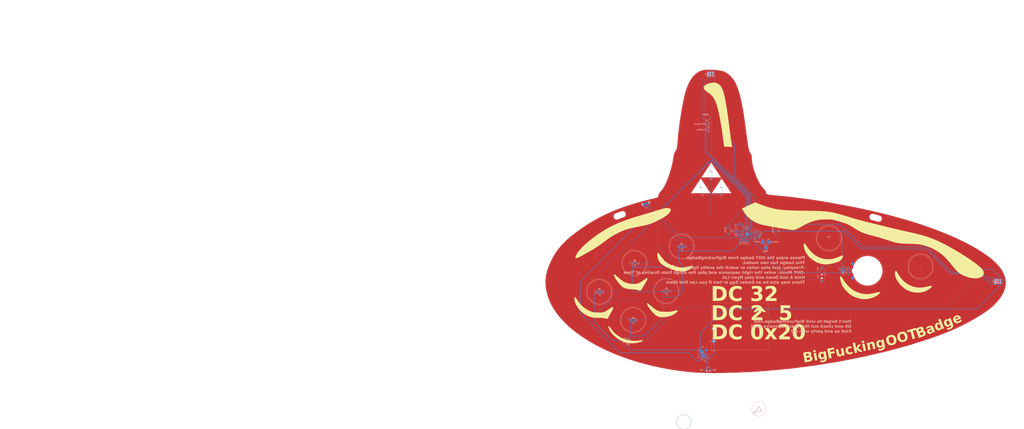
<source format=kicad_pcb>
(kicad_pcb (version 20240108) (generator "pcbnew") (generator_version "8.0")
  (layers (0 "F.Cu" signal) (31 "B.Cu" signal) (34 "B.Paste" user) (35 "F.Paste" user) (36 "B.SilkS" user "B.Silkscreen") (37 "F.SilkS" user "F.Silkscreen") (38 "B.Mask" user) (39 "F.Mask" user) (44 "Edge.Cuts" user))
  (net 0 "")
  (net 1 "+3.3V")
  (net 2 "GND")
  (net 3 "Net-(U5-EN)")
  (net 4 "Net-(U4-Key)")
  (net 5 "Net-(U6-Key)")
  (net 6 "Net-(U7-Key)")
  (net 7 "Net-(U8-Key)")
  (net 8 "Net-(U9-Key)")
  (net 9 "Net-(U3-GPIO26_ADC0)")
  (net 10 "Net-(U3-XIN)")
  (net 11 "Net-(C22-Pad1)")
  (net 12 "+1V1")
  (net 13 "Net-(D1-K)")
  (net 14 "Net-(D1-A)")
  (net 15 "Net-(D2-K)")
  (net 16 "+BATT")
  (net 17 "Net-(D3-K)")
  (net 18 "Net-(D3-A)")
  (net 19 "Net-(D5-K)")
  (net 20 "Net-(D5-A)")
  (net 21 "Net-(D6-K)")
  (net 22 "Net-(D6-A)")
  (net 23 "Net-(U2-OUTP)")
  (net 24 "Net-(U2-OUTN)")
  (net 25 "Net-(J3-Pin_2)")
  (net 26 "Net-(J3-Pin_3)")
  (net 27 "Net-(J3-Pin_4)")
  (net 28 "Net-(J5-Pin_3)")
  (net 29 "Net-(J5-Pin_4)")
  (net 30 "Net-(J5-Pin_5)")
  (net 31 "Net-(J5-Pin_6)")
  (net 32 "Net-(U5-L2)")
  (net 33 "Net-(U5-L1)")
  (net 34 "Net-(U3-USB_DM)")
  (net 35 "Net-(R3-Pad1)")
  (net 36 "Net-(R4-Pad1)")
  (net 37 "Net-(R5-Pad1)")
  (net 38 "Net-(R6-Pad1)")
  (net 39 "Net-(R7-Pad1)")
  (net 40 "Net-(U3-USB_DP)")
  (net 41 "Net-(U3-XOUT)")
  (net 42 "Net-(R15-Pad1)")
  (net 43 "Net-(U1-~{CS})")
  (net 44 "Net-(U3-GPIO10)")
  (net 45 "Net-(U3-RUN)")
  (net 46 "Net-(U3-SWCLK)")
  (net 47 "Net-(U3-SWD)")
  (net 48 "Net-(U1-DO(IO1))")
  (net 49 "Net-(U1-IO2)")
  (net 50 "Net-(U1-DI(IO0))")
  (net 51 "Net-(U1-CLK)")
  (net 52 "Net-(U1-IO3)")
  (net 53 "Net-(U2-DIN)")
  (net 58 "Net-(U2-LRCLK)")
  (net 59 "Net-(U2-BCLK)")
  (net 60 "Net-(U3-GPIO5)")
  (net 61 "Net-(U3-GPIO6)")
  (net 62 "Net-(U3-GPIO7)")
  (net 63 "Net-(U3-GPIO8)")
  (net 64 "Net-(U3-GPIO9)")
  (net 75 "Net-(D8-DOUT)")
  (net 76 "Net-(D10-DIN)")
  (net 77 "Net-(D10-DOUT)")
  (net 78 "Net-(D11-DOUT)")
  (net 79 "Net-(D12-DOUT)")
  (net 80 "Net-(D13-DOUT)")
  (net 81 "Net-(D14-DOUT)")
  (net 82 "Net-(D15-DOUT)")
  (net 83 "Net-(D16-DOUT)")
  (net 84 "Net-(D17-DOUT)")
  (net 85 "Net-(D18-DOUT)")
  (net 86 "Net-(D19-DOUT)")
  (net 87 "Net-(D20-DOUT)")
  (net 88 "Net-(D21-DOUT)")
  (net 89 "Net-(D22-DOUT)")
  (net 90 "Net-(D23-DOUT)")
  (net 91 "Net-(D24-DOUT)")
  (net 92 "Net-(D25-DOUT)")
  (net 93 "Net-(D26-DOUT)")
  (net 94 "Net-(D27-DOUT)")
  (net 95 "Net-(D28-DOUT)")
  (net 96 "Net-(D29-DOUT)")
  (net 97 "Net-(D30-DOUT)")
  (net 98 "Net-(D31-DOUT)")
  (net 99 "Net-(D32-DOUT)")
  (net 100 "Net-(D33-DOUT)")
  (net 101 "Net-(D34-DOUT)")
  (net 102 "Net-(D35-DOUT)")
  (net 103 "Net-(D36-DOUT)")
  (net 104 "Net-(D37-DOUT)")
  (net 105 "Net-(D4-K)")
  (net 106 "Net-(D4-A)")
  (net 107 "Net-(D7-DOUT)")
  (net 109 "Net-(D7-DIN)")
  (net 110 "Net-(C3-Pad2)")
  (net 111 "Net-(C4-Pad1)")
  (net 113 "Net-(D2-A)")
  (footprint "LED_SMD:LED_WS2812B_PLCC4_5.0x5.0mm_P3.2mm" (layer "F.Cu") (at 496.29 270.385 160)
    (property "Reference" "D20")
    (property "Value" "WS2812B")
  )
  (footprint "LED_SMD:LED_WS2812B_PLCC4_5.0x5.0mm_P3.2mm" (layer "F.Cu") (at 282.64 341.085)
    (property "Reference" "D37")
    (property "Value" "WS2812B")
  )
  (footprint "LED_SMD:LED_WS2812B_PLCC4_5.0x5.0mm_P3.2mm" (layer "F.Cu") (at 638.94 327.035 90)
    (property "Reference" "D33")
    (property "Value" "WS2812B")
  )
  (footprint "TestPoint:TestPoint_Pad_D1.0mm" (layer "F.Cu") (at 579.69 320.585)
    (property "Reference" "REF**" (hide yes))
    (property "Value" "TestPoint_Pad_D1.0mm")
  )
  (footprint "TestPoint:TestPoint_Pad_D4.0mm" (layer "F.Cu") (at 318.292043 345.748537)
    (property "Reference" "TP3")
    (property "Value" "TouchPad A")
  )
  (footprint "LED_SMD:LED_WS2812B_PLCC4_5.0x5.0mm_P3.2mm" (layer "F.Cu") (at 606.14 305.035 90)
    (property "Reference" "D30")
    (property "Value" "WS2812B")
  )
  (footprint "LED_SMD:LED_WS2812B_PLCC4_5.0x5.0mm_P3.2mm" (layer "F.Cu") (at 440.84 272.535 90)
    (property "Reference" "D15")
    (property "Value" "WS2812B")
  )
  (footprint "TestPoint:TestPoint_Pad_D4.0mm" (layer "F.Cu") (at 249.49676 346.51365)
    (property "Reference" "TP4")
    (property "Value" "TouchPad B")
  )
  (footprint "LED_SMD:LED_WS2812B_PLCC4_5.0x5.0mm_P3.2mm" (layer "F.Cu") (at 419.09 268.085 90)
    (property "Reference" "D13")
    (property "Value" "WS2812B")
  )
  (footprint "LED_SMD:LED_WS2812B_PLCC4_5.0x5.0mm_P3.2mm" (layer "F.Cu") (at 529.09 282.635 90)
    (property "Reference" "D23")
    (property "Value" "WS2812B")
  )
  (footprint "LED_SMD:LED_WS2812B_PLCC4_5.0x5.0mm_P3.2mm" (layer "F.Cu") (at 584.29 293.985 180)
    (property "Reference" "D28")
    (property "Value" "WS2812B")
  )
  (footprint "LED_SMD:LED_WS2812B_PLCC4_5.0x5.0mm_P3.2mm" (layer "F.Cu") (at 562.29 290.785 90)
    (property "Reference" "D26")
    (property "Value" "WS2812B")
  )
  (footprint "LED_SMD:LED_WS2812B_PLCC4_5.0x5.0mm_P3.2mm" (layer "F.Cu") (at 518.19 278.835 90)
    (property "Reference" "D22")
    (property "Value" "WS2812B")
  )
  (footprint "Connector_PinSocket_2.54mm:PinSocket_2x03_P2.54mm_Vertical" (layer "F.Cu") (at 656.5 334.635 90)
    (property "Reference" "J5")
    (property "Value" "Conn_02x03_Odd_Even")
  )
  (footprint "LED_SMD:LED_WS2812B_PLCC4_5.0x5.0mm_P3.2mm" (layer "F.Cu") (at 430.04 270.735 90)
    (property "Reference" "D14")
    (property "Value" "WS2812B")
  )
  (footprint "Connector_PinSocket_2.54mm:PinSocket_2x03_P2.54mm_Vertical" (layer "F.Cu") (at 361.215 121.47 90)
    (property "Reference" "J6")
    (property "Value" "Conn_02x03_Odd_Even")
  )
  (footprint "TestPoint:TestPoint_Pad_D4.0mm" (layer "F.Cu") (at 285.59 317.035)
    (property "Reference" "TP5")
    (property "Value" "TouchPad D2")
  )
  (footprint "TestPoint:TestPoint_Loop_D1.80mm_Drill1.0mm_Beaded" (layer "F.Cu") (at 270.39 267.885 20)
    (property "Reference" "REF**")
    (property "Value" "TestPoint_Loop_D1.80mm_Drill1.0mm_Beaded")
  )
  (footprint "TestPoint:TestPoint_Pad_D1.0mm" (layer "F.Cu") (at 485.54 291.485)
    (property "Reference" "REF**")
    (property "Value" "TestPoint_Pad_D1.0mm")
  )
  (footprint "TestPoint:TestPoint_Pad_D4.0mm" (layer "F.Cu") (at 284.147714 375.591636)
    (property "Reference" "TP2")
    (property "Value" "TouchPad F")
  )
  (footprint "LED_SMD:LED_WS2812B_PLCC4_5.0x5.0mm_P3.2mm" (layer "F.Cu") (at 408.04 262.135 90)
    (property "Reference" "D12")
    (property "Value" "WS2812B")
  )
  (footprint "TestPoint:TestPoint_Pad_D4.0mm" (layer "F.Cu") (at 334.038027 299.917946)
    (property "Reference" "TP1")
    (property "Value" "TouchPad D")
  )
  (footprint "LED_SMD:LED_WS2812B_PLCC4_5.0x5.0mm_P3.2mm" (layer "F.Cu") (at 378.94 175.635 90)
    (property "Reference" "D10")
    (property "Value" "WS2812B")
  )
  (footprint "LED_SMD:LED_WS2812B_PLCC4_5.0x5.0mm_P3.2mm" (layer "F.Cu") (at 452.04 271.685 90)
    (property "Reference" "D16")
    (property "Value" "WS2812B")
  )
  (footprint "LED_SMD:LED_WS2812B_PLCC4_5.0x5.0mm_P3.2mm" (layer "F.Cu") (at 595.44 298.935 180)
    (property "Reference" "D29")
    (property "Value" "WS2812B")
  )
  (footprint "LED_SMD:LED_WS2812B_PLCC4_5.0x5.0mm_P3.2mm" (layer "F.Cu") (at 573.29 291.735 90)
    (property "Reference" "D27")
    (property "Value" "WS2812B")
  )
  (footprint "LED_SMD:LED_WS2812B_PLCC4_5.0x5.0mm_P3.2mm" (layer "F.Cu") (at 474.24 268.085 180)
    (property "Reference" "D18")
    (property "Value" "WS2812B")
  )
  (footprint "LED_SMD:LED_WS2812B_PLCC4_5.0x5.0mm_P3.2mm" (layer "F.Cu") (at 245.64 370.385)
    (property "Reference" "D36")
    (property "Value" "WS2812B")
  )
  (footprint "LED_SMD:LED_WS2812B_PLCC4_5.0x5.0mm_P3.2mm" (layer "F.Cu") (at 277.49 397.185 -20)
    (property "Reference" "D34")
    (property "Value" "WS2812B")
  )
  (footprint "LED_SMD:LED_WS2812B_PLCC4_5.0x5.0mm_P3.2mm" (layer "F.Cu") (at 366.64 136.785 90)
    (property "Reference" "D7")
    (property "Value" "WS2812B")
  )
  (footprint "LED_SMD:LED_WS2812B_PLCC4_5.0x5.0mm_P3.2mm" (layer "F.Cu") (at 539.89 285.435 90)
    (property "Reference" "D24")
    (property "Value" "WS2812B")
  )
  (footprint "LED_SMD:LED_WS2812B_PLCC4_5.0x5.0mm_P3.2mm" (layer "F.Cu") (at 373.79 148.235 90)
    (property "Reference" "D8")
    (property "Value" "WS2812B")
  )
  (footprint "LED_SMD:LED_WS2812B_PLCC4_5.0x5.0mm_P3.2mm" (layer "F.Cu") (at 627.99 322.535 90)
    (property "Reference" "D32")
    (property "Value" "WS2812B")
  )
  (footprint "LED_SMD:LED_WS2812B_PLCC4_5.0x5.0mm_P3.2mm" (layer "F.Cu") (at 463.09 268.735 90)
    (property "Reference" "D17")
    (property "Value" "WS2812B")
  )
  (footprint "LED_SMD:LED_WS2812B_PLCC4_5.0x5.0mm_P3.2mm" (layer "F.Cu") (at 616.94 314.035 90)
    (property "Reference" "D31")
    (property "Value" "WS2812B")
  )
  (footprint "LED_SMD:LED_WS2812B_PLCC4_5.0x5.0mm_P3.2mm" (layer "F.Cu") (at 551.04 288.385 90)
    (property "Reference" "D25")
    (property "Value" "WS2812B")
  )
  (footprint "LED_SMD:LED_WS2812B_PLCC4_5.0x5.0mm_P3.2mm" (layer "F.Cu") (at 314.64 369.835)
    (property "Reference" "D35")
    (property "Value" "WS2812B")
  )
  (footprint "LED_SMD:LED_WS2812B_PLCC4_5.0x5.0mm_P3.2mm" (layer "F.Cu") (at 485.29 268.385 180)
    (property "Reference" "D19")
    (property "Value" "WS2812B")
  )
  (footprint "LED_SMD:LED_WS2812B_PLCC4_5.0x5.0mm_P3.2mm" (layer "F.Cu") (at 326.94 322.335 -20)
    (property "Reference" "D38")
    (property "Value" "WS2812B" (hide yes))
  )
  (footprint "TestPoint:TestPoint_Loop_D1.80mm_Drill1.0mm_Beaded" (layer "F.Cu") (at 533.54 270.485 -15)
    (property "Reference" "REF**")
    (property "Value" "TestPoint_Loop_D1.80mm_Drill1.0mm_Beaded")
  )
  (footprint "LED_SMD:LED_WS2812B_PLCC4_5.0x5.0mm_P3.2mm" (layer "F.Cu") (at 380.69 189.085 90)
    (property "Reference" "D11")
    (property "Value" "WS2812B")
  )
  (footprint "LED_SMD:LED_WS2812B_PLCC4_5.0x5.0mm_P3.2mm" (layer "F.Cu") (at 507.44 273.935 160)
    (property "Reference" "D21")
    (property "Value" "WS2812B")
  )
  (footprint "LED_SMD:LED_WS2812B_PLCC4_5.0x5.0mm_P3.2mm" (layer "F.Cu") (at 376.79 162.535 90)
    (property "Reference" "D9")
    (property "Value" "WS2812B")
  )
  (footprint "Buzzer_Beeper:FS32MS0410-H5.1" (layer "B.Cu") (at 525.24 324.935 180)
    (property "Reference" "LS1")
    (property "Value" "Speaker")
  )
  (footprint "Button_Switch_SMD:SW_SPDT_PCM12" (layer "B.Cu") (at 361.49 427.275 180)
    (property "Reference" "SW2")
    (property "Value" "power")
  )
  (footprint "Package_TO_SOT_SMD:SOT-23-6" (layer "B.Cu") (at 334.038027 299.917946 180)
    (property "Reference" "U4")
    (property "Value" "~")
  )
  (footprint "Resistor_SMD:R_0603_1608Metric" (layer "B.Cu") (at 503.59 324.435 180)
    (property "Reference" "FB2")
    (property "Value" "120 Ohms @ 100 MHz" (hide yes))
  )
  (footprint "Capacitor_SMD:C_0603_1608Metric" (layer "B.Cu") (at 282.7301 316.805 90)
    (property "Reference" "C17")
    (property "Value" "0.1uF")
  )
  (footprint "Package_TO_SOT_SMD:SOT-23-6" (layer "B.Cu") (at 318.29 345.835 180)
    (property "Reference" "U7")
    (property "Value" "~")
  )
  (footprint "Capacitor_SMD:C_0603_1608Metric" (layer "B.Cu") (at 395.8525 292.935 -90)
    (property "Reference" "C5")
    (property "Value" "2.2uF")
  )
  (footprint "Resistor_SMD:R_0603_1608Metric" (layer "B.Cu") (at 303.84 269.985 180)
    (property "Reference" "R13")
    (property "Value" "27")
  )
  (footprint "Capacitor_SMD:C_0603_1608Metric" (layer "B.Cu") (at 287.017814 375.786636 90)
    (property "Reference" "C13")
    (property "Value" "47pF")
  )
  (footprint "Capacitor_SMD:C_0603_1608Metric" (layer "B.Cu") (at 408.245 285.38 -90)
    (property "Reference" "C21")
    (property "Value" "15pf")
  )
  (footprint "Resistor_SMD:R_0603_1608Metric" (layer "B.Cu") (at 334.575527 302.417946)
    (property "Reference" "R3")
    (property "Value" "4.7k")
  )
  (footprint "Connector_PinHeader_2.54mm:PinHeader_1x05_P2.54mm_Vertical" (layer "B.Cu") (at 296.615186 268.885356 -74)
    (property "Reference" "J3")
    (property "Value" "Conn_01x04")
  )
  (footprint "Package_TO_SOT_SMD:SOT-23-6" (layer "B.Cu") (at 249.49676 346.51365 180)
    (property "Reference" "U8")
    (property "Value" "~")
  )
  (footprint "Resistor_SMD:R_0603_1608Metric" (layer "B.Cu") (at 361.5574 180.795)
    (property "Reference" "R11")
    (property "Value" "470")
  )
  (footprint "Capacitor_SMD:C_0603_1608Metric" (layer "B.Cu") (at 410.2325 290.285)
    (property "Reference" "C26")
    (property "Value" ".1uF")
  )
  (footprint "LED_SMD:LED_0603_1608Metric" (layer "B.Cu") (at 361.5624 179.275 180)
    (property "Reference" "D3")
    (property "Value" "Blue LED")
  )
  (footprint "Capacitor_SMD:C_0603_1608Metric" (layer "B.Cu") (at 281.317814 375.361636 90)
    (property "Reference" "C12")
    (property "Value" "0.1uF")
  )
  (footprint "Capacitor_SMD:C_0603_1608Metric" (layer "B.Cu") (at 505.89 326.735 90)
    (property "Reference" "C3")
    (property "Value" "220pF")
  )
  (footprint "Capacitor_SMD:C_0603_1608Metric" (layer "B.Cu") (at 412.5325 290.185 -90)
    (property "Reference" "C28")
    (property "Value" ".1uF")
  )
  (footprint "Button_Switch_SMD:SW_Tactile_SPST_NO_Straight_CK_PTS636Sx25SMTRLFS" (layer "B.Cu") (at 382.29 283.635 90)
    (property "Reference" "SW3")
    (property "Value" "boot")
  )
  (footprint "TestPoint:TestPoint_Pad_D4.0mm" (layer "B.Cu") (at 423.64 295.335 180)
    (property "Reference" "TP6")
    (property "Value" "swclk")
  )
  (footprint "Capacitor_SMD:C_0603_1608Metric" (layer "B.Cu") (at 288.4801 317.28 90)
    (property "Reference" "C19")
    (property "Value" "47pF")
  )
  (footprint "Inductor_SMD:L_1008_2520Metric" (layer "B.Cu") (at 358.7125 411.7125 -90)
    (property "Reference" "L1")
    (property "Value" "2.2uH")
  )
  (footprint "Capacitor_SMD:C_0603_1608Metric" (layer "B.Cu") (at 400.5025 292.935 -90)
    (property "Reference" "C20")
    (property "Value" "2.2uF")
  )
  (footprint "Resistor_SMD:R_0603_1608Metric" (layer "B.Cu") (at 284.717814 378.111636)
    (property "Reference" "R4")
    (property "Value" "4.7k")
  )
  (footprint "Package_DFN_QFN:QFN-56-1EP_7x7mm_P0.4mm_EP3.2x3.2mm" (layer "B.Cu") (at 401.515 287.285 -90)
    (property "Reference" "U3")
    (property "Value" "RP2040")
  )
  (footprint "Capacitor_SMD:C_0603_1608Metric" (layer "B.Cu") (at 331.19 299.685 90)
    (property "Reference" "C10")
    (property "Value" "0.1uF")
  )
  (footprint "Capacitor_SMD:C_0603_1608Metric" (layer "B.Cu") (at 397.4025 292.935 -90)
    (property "Reference" "C34")
    (property "Value" "2.2uF")
  )
  (footprint "Capacitor_Tantalum_SMD:CP_EIA-3216-18_Kemet-A" (layer "B.Cu") (at 500.19 322.535)
    (property "Reference" "C2")
    (property "Value" "10uF")
  )
  (footprint "Capacitor_SMD:C_0603_1608Metric" (layer "B.Cu") (at 389.2025 284.235 90)
    (property "Reference" "C23")
    (property "Value" "0.1uF")
  )
  (footprint "Capacitor_SMD:C_0603_1608Metric" (layer "B.Cu") (at 393.79 292.935 -90)
    (property "Reference" "C25")
    (property "Value" "2.2uF")
  )
  (footprint "Package_TO_SOT_SMD:SOT-23-6" (layer "B.Cu") (at 284.147714 375.591636 180)
    (property "Reference" "U6")
    (property "Value" "~")
  )
  (footprint "Resistor_SMD:R_0603_1608Metric" (layer "B.Cu") (at 318.8601 348.375)
    (property "Reference" "R5")
    (property "Value" "4.7k")
  )
  (footprint "Capacitor_SMD:C_0603_1608Metric" (layer "B.Cu") (at 246.62186 346.27365 90)
    (property "Reference" "C16")
    (property "Value" "0.1uF")
  )
  (footprint "Resistor_SMD:R_0603_1608Metric" (layer "B.Cu") (at 390.69 277.885 90)
    (property "Reference" "R15")
    (property "Value" "1k")
  )
  (footprint "Capacitor_SMD:C_0603_1608Metric" (layer "B.Cu") (at 352.6125 410.4125 -90)
    (property "Reference" "C7")
    (property "Value" "10uF")
  )
  (footprint "Resistor_SMD:R_0603_1608Metric" (layer "B.Cu") (at 364.415 229.935)
    (property "Reference" "R9")
    (property "Value" "470")
  )
  (footprint "Battery:BatteryHolder_TruPower_BH-331P_3xAA" (layer "B.Cu") (at 367.34 397.135)
    (property "Reference" "J2")
    (property "Value" "Power")
  )
  (footprint "Package_TO_SOT_SMD:SOT-23-6" (layer "B.Cu") (at 285.59 317.035 180)
    (property "Reference" "U9")
    (property "Value" "~")
  )
  (footprint "Capacitor_SMD:C_0603_1608Metric" (layer "B.Cu") (at 394.04 288.61 180)
    (property "Reference" "C33")
    (property "Value" ".1uF")
  )
  (footprint "Package_SO:SOIC-8_5.23x5.23mm_P1.27mm" (layer "B.Cu") (at 394.4025 281.035 -90)
    (property "Reference" "U1")
    (property "Value" "W25Q32JVSS")
  )
  (footprint "Button_Switch_SMD:SW_Tactile_SPST_NO_Straight_CK_PTS636Sx25SMTRLFS" (layer "B.Cu") (at 431.09 283.635 90)
    (property "Reference" "SW4")
    (property "Value" "rst")
  )
  (footprint "Package_DFN_QFN:QFN-16-1EP_3x3mm_P0.5mm_EP1.75x1.75mm_ThermalVias" (layer "B.Cu") (at 499.9775 325.785)
    (property "Reference" "U2")
    (property "Value" "MAX98357AETE+")
  )
  (footprint "Capacitor_SMD:C_0603_1608Metric" (layer "B.Cu") (at 321.1851 346.075 90)
    (property "Reference" "C15")
    (property "Value" "47pF")
  )
  (footprint "Capacitor_SMD:C_0603_1608Metric" (layer "B.Cu") (at 352.6125 413.4625 -90)
    (property "Reference" "C9")
    (property "Value" "0.1uF")
  )
  (footprint "Capacitor_SMD:C_0603_1608Metric" (layer "B.Cu") (at 357.9625 414.4625)
    (property "Reference" "C6")
    (property "Value" "10uF")
  )
  (footprint "LED_SMD:TJ-S1706CL6T5ALC9Y-A5" (layer "B.Cu") (at 375.94 239.335 180)
    (property "Reference" "D1")
    (property "Value" "LED")
  )
  (footprint "Resistor_SMD:R_0603_1608Metric" (layer "B.Cu") (at 411.77 287.905 180)
    (property "Reference" "R14")
    (property "Value" "1k")
  )
  (footprint "Capacitor_SMD:C_0603_1608Metric" (layer "B.Cu") (at 403.09 280.735 90)
    (property "Reference" "C30")
    (property "Value" ".1uF")
  )
  (footprint "Capacitor_SMD:C_0603_1608Metric" (layer "B.Cu") (at 402.515 292.985 -90)
    (property "Reference" "C32")
    (property "Value" ".1uF")
  )
  (footprint "TestPoint:TestPoint_Pad_D4.0mm" (layer "B.Cu") (at 420.89 301.485 180)
    (property "Reference" "TP8")
    (property "Value" "swd")
  )
  (footprint "Capacitor_SMD:C_0603_1608Metric" (layer "B.Cu") (at 398.3525 281.585 90)
    (property "Reference" "C27")
    (property "Value" ".1uF")
  )
  (footprint "Resistor_SMD:R_0603_1608Metric" (layer "B.Cu") (at 250.07186 349.02365)
    (property "Reference" "R6")
    (property "Value" "4.7k")
  )
  (footprint "Capacitor_SMD:C_0603_1608Metric" (layer "B.Cu") (at 505.89 323.685 90)
    (property "Reference" "C4")
    (property "Value" "220pF")
  )
  (footprint "Resistor_SMD:R_0603_1608Metric" (layer "B.Cu") (at 355.34 245.985 180)
    (property "Reference" "R10")
    (property "Value" "470")
  )
  (footprint "Capacitor_SMD:C_0603_1608Metric" (layer "B.Cu") (at 390.7475 284.235 90)
    (property "Reference" "C24")
    (property "Value" "2.2uF")
  )
  (footprint "Capacitor_SMD:C_0603_1608Metric" (layer "B.Cu") (at 336.825527 300.117946 90)
    (property "Reference" "C11")
    (property "Value" "47pF")
  )
  (footprint "Capacitor_SMD:C_0603_1608Metric" (layer "B.Cu") (at 398.9175 292.935 -90)
    (property "Reference" "C31")
    (property "Value" ".1uF")
  )
  (footprint "Connector_USB:USB_Micro-B_GCT_USB3076-30-A" (layer "B.Cu") (at 297.588074 256.850136 16)
    (property "Reference" "J4")
    (property "Value" "USB_B_Micro")
  )
  (footprint "TPS63001DRCR:VREG_V62_16624-01YE" (layer "B.Cu") (at 355.3625 411.7125 180)
    (property "Reference" "U5")
    (property "Value" "TPS63001DRCR")
  )
  (footprint "Resistor_SMD:R_0603_1608Metric" (layer "B.Cu") (at 303.84 271.485)
    (property "Reference" "R1")
    (property "Value" "27")
  )
  (footprint "LED_SMD:TJ-S1706CL6T5ALC9Y-A5" (layer "B.Cu") (at 354.54 239.285 180)
    (property "Reference" "D6")
    (property "Value" "LED")
  )
  (footprint "Diode_SMD:D_SOD-323" (layer "B.Cu") (at 358.19 416.235)
    (property "Reference" "D2")
    (property "Value" "diode")
  )
  (footprint "Resistor_SMD:R_0603_1608Metric" (layer "B.Cu") (at 503.59 325.935 180)
    (property "Reference" "FB1")
    (property "Value" "120 Ohms @ 100 MHz" (hide yes))
  )
  (footprint "Resistor_SMD:R_0603_1608Metric" (layer "B.Cu") (at 286.1301 319.555)
    (property "Reference" "R7")
    (property "Value" "4.7k")
  )
  (footprint "LED_SMD:TJ-S1706CL6T5ALC9Y-A5" (layer "B.Cu") (at 365.24 222.985 180)
    (property "Reference" "D5")
    (property "Value" "LED")
  )
  (footprint "Capacitor_SMD:C_0603_1608Metric" (layer "B.Cu") (at 394.04 287.085 180)
    (property "Reference" "C29")
    (property "Value" ".1uF")
  )
  (footprint "Capacitor_SMD:C_0603_1608Metric" (layer "B.Cu") (at 315.4351 345.6 90)
    (property "Reference" "C14")
    (property "Value" "0.1uF")
  )
  (footprint "Capacitor_SMD:C_0603_1608Metric" (layer "B.Cu") (at 497.09 322.985 -90)
    (property "Reference" "C1")
    (property "Value" "0.1uF")
  )
  (footprint "Capacitor_SMD:C_0603_1608Metric" (layer "B.Cu") (at 252.37186 346.72365 90)
    (property "Reference" "C18")
    (property "Value" "47pF")
  )
  (footprint "Potentiometer_SMD:RS08U111Z001" (layer "B.Cu") (at 478.34 328.735 90)
    (property "Reference" "RV1")
    (property "Value" "10K")
  )
  (footprint "Resistor_SMD:R_0603_1608Metric" (layer "B.Cu") (at 375.115 246.11)
    (property "Reference" "R8")
    (property "Value" "470")
  )
  (footprint "Capacitor_Tantalum_SMD:CP_EIA-7343-31_Kemet-D" (layer "B.Cu") (at 356.2625 406.4625)
    (property "Reference" "C8")
    (property "Value" "470uF")
  )
  (footprint "Resistor_SMD:R_0603_1608Metric" (layer "B.Cu") (at 361.5749 175.275)
    (property "Reference" "R12")
    (property "Value" "470")
  )
  (footprint "LED_SMD:LED_0603_1608Metric" (layer "B.Cu") (at 361.59 173.685 180)
    (property "Reference" "D4")
    (property "Value" "Blue LED")
  )
  (footprint "TestPoint:TestPoint_Pad_D4.0mm" (layer "B.Cu") (at 417.59 295.485 180)
    (property "Reference" "TP7")
    (property "Value" "swd")
  )
  (footprint "Capacitor_SMD:C_0603_1608Metric" (layer "B.Cu") (at 414.095 285.405 90)
    (property "Reference" "C22")
    (property "Value" "15pf")
  )
  (footprint "Button_Switch_SMD:SW_Tactile_SPST_NO_Straight_CK_PTS636Sx25SMTRLFS" (layer "B.Cu") (at 359.89 167.635)
    (property "Reference" "SW1")
    (property "Value" "mode")
  )
  (footprint "Crystal:Crystal_SMD_3225-4Pin_3.2x2.5mm" (layer "B.Cu") (at 411.1574 285.385)
    (property "Reference" "Y1")
    (property "Value" "12Mhz")
  )
  (footprint "Resistor_SMD:R_0603_1608Metric" (layer "B.Cu") (at 354.9125 414.4625 180)
    (property "Reference" "R2")
    (property "Value" "100")
  )
  (gr_line (start 409.480118 473.408671) (end 409.957854 473.676789) (stroke (width 0.1)) (layer "F.Cu"))
  (gr_line (start 407.450947 471.590526) (end 410.39 469.135) (stroke (width 0.2)) (layer "F.Cu"))
  (gr_line (start 408.181615 461.607447) (end 407.80138 462.001832) (stroke (width 0.1)) (layer "F.Cu"))
  (gr_line (start 418.184719 472.771577) (end 418.592727 472.405999) (stroke (width 0.1)) (layer "F.Cu"))
  (gr_line (start 419.927542 463.336089) (end 419.642155 462.868465) (stroke (width 0.1)) (layer "F.Cu"))
  (gr_line (start 415.284171 474.262851) (end 415.808774 474.105021) (stroke (width 0.1)) (layer "F.Cu"))
  (gr_line (start 406.8468 463.336089) (end 406.596309 463.823298) (stroke (width 0.1)) (layer "F.Cu"))
  (gr_line (start 413.113256 474.501719) (end 413.661086 474.501719) (stroke (width 0.1)) (layer "F.Cu"))
  (gr_line (start 417.751113 460.90705) (end 417.294224 460.604775) (stroke (width 0.1)) (layer "F.Cu"))
  (gr_line (start 405.907179 467.554188) (end 405.967096 468.098732) (stroke (width 0.1)) (layer "F.Cu"))
  (gr_line (start 410.965568 459.908425) (end 410.453886 460.104127) (stroke (width 0.1)) (layer "F.Cu"))
  (gr_line (start 406.205167 464.84598) (end 406.066602 465.375997) (stroke (width 0.1)) (layer "F.Cu"))
  (gr_line (start 418.184719 461.241869) (end 417.751113 460.90705) (stroke (width 0.1)) (layer "F.Cu"))
  (gr_line (start 405.887171 467.006723) (end 405.907179 467.554188) (stroke (width 0.1)) (layer "F.Cu"))
  (gr_line (start 407.450947 462.42292) (end 407.132187 462.868465) (stroke (width 0.1)) (layer "F.Cu"))
  (gr_line (start 420.569175 464.84598) (end 420.392292 464.327491) (stroke (width 0.1)) (layer "F.Cu"))
  (gr_line (start 419.323395 471.590526) (end 419.642155 471.144981) (stroke (width 0.1)) (layer "F.Cu"))
  (gr_line (start 419.927542 470.677357) (end 420.178033 470.190148) (stroke (width 0.1)) (layer "F.Cu"))
  (gr_line (start 418.592727 472.405999) (end 418.972962 472.011614) (stroke (width 0.1)) (layer "F.Cu"))
  (gr_line (start 420.569175 469.167466) (end 420.70774 468.637449) (stroke (width 0.1)) (layer "F.Cu"))
  (gr_line (start 418.972962 462.001832) (end 418.592727 461.607447) (stroke (width 0.1)) (layer "F.Cu"))
  (gr_line (start 406.596309 463.823298) (end 406.38205 464.327491) (stroke (width 0.1)) (layer "F.Cu"))
  (gr_line (start 416.39 469.135) (end 413.39 463.935) (stroke (width 0.2)) (layer "F.Cu"))
  (gr_line (start 410.49 469.135) (end 416.39 469.135) (stroke (width 0.2)) (layer "F.Cu"))
  (gr_line (start 416.320456 460.104127) (end 415.808774 459.908425) (stroke (width 0.1)) (layer "F.Cu"))
  (gr_line (start 406.205167 469.167466) (end 406.38205 469.685955) (stroke (width 0.1)) (layer "F.Cu"))
  (gr_line (start 416.320456 473.909319) (end 416.816488 473.676789) (stroke (width 0.1)) (layer "F.Cu"))
  (gr_line (start 408.181615 472.405999) (end 408.589623 472.771577) (stroke (width 0.1)) (layer "F.Cu"))
  (gr_line (start 414.749447 474.381966) (end 415.284171 474.262851) (stroke (width 0.1)) (layer "F.Cu"))
  (gr_line (start 420.178033 463.823298) (end 419.927542 463.336089) (stroke (width 0.1)) (layer "F.Cu"))
  (gr_line (start 420.70774 468.637449) (end 420.807246 468.098732) (stroke (width 0.1)) (layer "F.Cu"))
  (gr_line (start 415.284171 459.750595) (end 414.749447 459.63148) (stroke (width 0.1)) (layer "F.Cu"))
  (gr_line (start 409.023229 460.90705) (end 408.589623 461.241869) (stroke (width 0.1)) (layer "F.Cu"))
  (gr_line (start 412.566887 459.551716) (end 412.024895 459.63148) (stroke (width 0.1)) (layer "F.Cu"))
  (gr_line (start 417.751113 473.106396) (end 418.184719 472.771577) (stroke (width 0.1)) (layer "F.Cu"))
  (gr_line (start 420.867163 466.459258) (end 420.807246 465.914714) (stroke (width 0.1)) (layer "F.Cu"))
  (gr_line (start 417.294224 473.408671) (end 417.751113 473.106396) (stroke (width 0.1)) (layer "F.Cu"))
  (gr_line (start 413.113256 459.511727) (end 412.566887 459.551716) (stroke (width 0.1)) (layer "F.Cu"))
  (gr_line (start 408.589623 461.241869) (end 408.181615 461.607447) (stroke (width 0.1)) (layer "F.Cu"))
  (gr_line (start 410.453886 460.104127) (end 409.957854 460.336657) (stroke (width 0.1)) (layer "F.Cu"))
  (gr_line (start 407.80138 462.001832) (end 407.450947 462.42292) (stroke (width 0.1)) (layer "F.Cu"))
  (gr_line (start 413.39 463.935) (end 410.39 469.135) (stroke (width 0.2)) (layer "F.Cu"))
  (gr_line (start 420.807246 465.914714) (end 420.70774 465.375997) (stroke (width 0.1)) (layer "F.Cu"))
  (gr_line (start 409.480118 460.604775) (end 409.023229 460.90705) (stroke (width 0.1)) (layer "F.Cu"))
  (gr_line (start 405.907179 466.459258) (end 405.887171 467.006723) (stroke (width 0.1)) (layer "F.Cu"))
  (gr_line (start 420.70774 465.375997) (end 420.569175 464.84598) (stroke (width 0.1)) (layer "F.Cu"))
  (gr_line (start 420.887171 467.006723) (end 420.867163 466.459258) (stroke (width 0.1)) (layer "F.Cu"))
  (gr_line (start 412.024895 474.381966) (end 412.566887 474.46173) (stroke (width 0.1)) (layer "F.Cu"))
  (gr_line (start 406.596309 470.190148) (end 406.8468 470.677357) (stroke (width 0.1)) (layer "F.Cu"))
  (gr_line (start 410.453886 473.909319) (end 410.965568 474.105021) (stroke (width 0.1)) (layer "F.Cu"))
  (gr_line (start 414.749447 459.63148) (end 414.207455 459.551716) (stroke (width 0.1)) (layer "F.Cu"))
  (gr_line (start 405.967096 468.098732) (end 406.066602 468.637449) (stroke (width 0.1)) (layer "F.Cu"))
  (gr_line (start 413.661086 459.511727) (end 413.113256 459.511727) (stroke (width 0.1)) (layer "F.Cu"))
  (gr_line (start 409.957854 473.676789) (end 410.453886 473.909319) (stroke (width 0.1)) (layer "F.Cu"))
  (gr_line (start 410.49 469.135) (end 407.515 471.685) (stroke (width 0.2)) (layer "F.Cu"))
  (gr_line (start 412.024895 459.63148) (end 411.490171 459.750595) (stroke (width 0.1)) (layer "F.Cu"))
  (gr_line (start 414.207455 474.46173) (end 414.749447 474.381966) (stroke (width 0.1)) (layer "F.Cu"))
  (gr_line (start 407.80138 472.011614) (end 408.181615 472.405999) (stroke (width 0.1)) (layer "F.Cu"))
  (gr_line (start 420.807246 468.098732) (end 420.867163 467.554188) (stroke (width 0.1)) (layer "F.Cu"))
  (gr_line (start 406.066602 465.375997) (end 405.967096 465.914714) (stroke (width 0.1)) (layer "F.Cu"))
  (gr_line (start 418.592727 461.607447) (end 418.184719 461.241869) (stroke (width 0.1)) (layer "F.Cu"))
  (gr_line (start 406.066602 468.637449) (end 406.205167 469.167466) (stroke (width 0.1)) (layer "F.Cu"))
  (gr_line (start 406.8468 470.677357) (end 407.132187 471.144981) (stroke (width 0.1)) (layer "F.Cu"))
  (gr_line (start 413.661086 474.501719) (end 414.207455 474.46173) (stroke (width 0.1)) (layer "F.Cu"))
  (gr_line (start 405.967096 465.914714) (end 405.907179 466.459258) (stroke (width 0.1)) (layer "F.Cu"))
  (gr_line (start 411.490171 474.262851) (end 412.024895 474.381966) (stroke (width 0.1)) (layer "F.Cu"))
  (gr_line (start 409.023229 473.106396) (end 409.480118 473.408671) (stroke (width 0.1)) (layer "F.Cu"))
  (gr_line (start 412.566887 474.46173) (end 413.113256 474.501719) (stroke (width 0.1)) (layer "F.Cu"))
  (gr_line (start 414.207455 459.551716) (end 413.661086 459.511727) (stroke (width 0.1)) (layer "F.Cu"))
  (gr_line (start 409.957854 460.336657) (end 409.480118 460.604775) (stroke (width 0.1)) (layer "F.Cu"))
  (gr_line (start 418.972962 472.011614) (end 419.323395 471.590526) (stroke (width 0.1)) (layer "F.Cu"))
  (gr_line (start 407.132187 462.868465) (end 406.8468 463.336089) (stroke (width 0.1)) (layer "F.Cu"))
  (gr_line (start 408.589623 472.771577) (end 409.023229 473.106396) (stroke (width 0.1)) (layer "F.Cu"))
  (gr_line (start 419.642155 462.868465) (end 419.323395 462.42292) (stroke (width 0.1)) (layer "F.Cu"))
  (gr_line (start 406.38205 464.327491) (end 406.205167 464.84598) (stroke (width 0.1)) (layer "F.Cu"))
  (gr_line (start 411.490171 459.750595) (end 410.965568 459.908425) (stroke (width 0.1)) (layer "F.Cu"))
  (gr_line (start 410.965568 474.105021) (end 411.490171 474.262851) (stroke (width 0.1)) (layer "F.Cu"))
  (gr_line (start 416.816488 473.676789) (end 417.294224 473.408671) (stroke (width 0.1)) (layer "F.Cu"))
  (gr_line (start 420.867163 467.554188) (end 420.887171 467.006723) (stroke (width 0.1)) (layer "F.Cu"))
  (gr_line (start 407.515 471.685) (end 407.80138 472.011614) (stroke (width 0.1)) (layer "F.Cu"))
  (gr_line (start 420.392292 464.327491) (end 420.178033 463.823298) (stroke (width 0.1)) (layer "F.Cu"))
  (gr_line (start 407.132187 471.144981) (end 407.450947 471.590526) (stroke (width 0.1)) (layer "F.Cu"))
  (gr_line (start 416.816488 460.336657) (end 416.320456 460.104127) (stroke (width 0.1)) (layer "F.Cu"))
  (gr_line (start 419.642155 471.144981) (end 419.927542 470.677357) (stroke (width 0.1)) (layer "F.Cu"))
  (gr_line (start 406.38205 469.685955) (end 406.596309 470.190148) (stroke (width 0.1)) (layer "F.Cu"))
  (gr_line (start 420.392292 469.685955) (end 420.569175 469.167466) (stroke (width 0.1)) (layer "F.Cu"))
  (gr_line (start 420.178033 470.190148) (end 420.392292 469.685955) (stroke (width 0.1)) (layer "F.Cu"))
  (gr_line (start 415.808774 459.908425) (end 415.284171 459.750595) (stroke (width 0.1)) (layer "F.Cu"))
  (gr_line (start 419.323395 462.42292) (end 418.972962 462.001832) (stroke (width 0.1)) (layer "F.Cu"))
  (gr_line (start 415.808774 474.105021) (end 416.320456 473.909319) (stroke (width 0.1)) (layer "F.Cu"))
  (gr_line (start 417.294224 460.604775) (end 416.816488 460.336657) (stroke (width 0.1)) (layer "F.Cu"))
  (gr_poly (pts (xy 343.766922 480.223422) (xy 343.746914 479.675957) (xy 343.686997 479.131413) (xy 343.587491 478.592696) (xy 343.448926 478.062679) (xy 343.272043 477.54419) (xy 343.057784 477.039997) (xy 342.807293 476.552788) (xy 342.521906 476.085164) (xy 342.203146 475.639619) (xy 341.852713 475.218531) (xy 341.472478 474.824146) (xy 341.06447 474.458568) (xy 340.630864 474.123749) (xy 340.173975 473.821474) (xy 339.696239 473.553356) (xy 339.200207 473.320826) (xy 338.688525 473.125124) (xy 338.163922 472.967294) (xy 337.629198 472.848179) (xy 337.087206 472.768415) (xy 336.540837 472.728426) (xy 335.993007 472.728426) (xy 335.446638 472.768415) (xy 334.904646 472.848179) (xy 334.369922 472.967294) (xy 333.845319 473.125124) (xy 333.333637 473.320826) (xy 332.837605 473.553356) (xy 332.359869 473.821474) (xy 331.90298 474.123749) (xy 331.469374 474.458568) (xy 331.061366 474.824146) (xy 330.681131 475.218531) (xy 330.330698 475.639619) (xy 330.011938 476.085164) (xy 329.726551 476.552788) (xy 329.47606 477.039997) (xy 329.261801 477.54419) (xy 329.084918 478.062679) (xy 328.946353 478.592696) (xy 328.846847 479.131413) (xy 328.78693 479.675957) (xy 328.766922 480.223422) (xy 328.78693 480.770887) (xy 328.846847 481.315431) (xy 328.946353 481.854148) (xy 329.084918 482.384165) (xy 329.261801 482.902654) (xy 329.47606 483.406847) (xy 329.726551 483.894056) (xy 330.011938 484.36168) (xy 330.330698 484.807225) (xy 330.681131 485.228313) (xy 331.061366 485.622698) (xy 331.469374 485.988276) (xy 331.90298 486.323095) (xy 332.359869 486.62537) (xy 332.837605 486.893488) (xy 333.333637 487.126018) (xy 333.845319 487.32172) (xy 334.369922 487.47955) (xy 334.904646 487.598665) (xy 335.446638 487.678429) (xy 335.993007 487.718418) (xy 336.540837 487.718418) (xy 337.087206 487.678429) (xy 337.629198 487.598665) (xy 338.163922 487.47955) (xy 338.688525 487.32172) (xy 339.200207 487.126018) (xy 339.696239 486.893488) (xy 340.173975 486.62537) (xy 340.630864 486.323095) (xy 341.06447 485.988276) (xy 341.472478 485.622698) (xy 341.852713 485.228313) (xy 342.203146 484.807225) (xy 342.521906 484.36168) (xy 342.807293 483.894056) (xy 343.057784 483.406847) (xy 343.272043 482.902654) (xy 343.448926 482.384165) (xy 343.587491 481.854148) (xy 343.686997 481.315431) (xy 343.746914 480.770887)) (stroke (width 0.2)) (fill none) (layer "B.Cu"))
  (gr_line (start -366.56 46.635) (end -366.56 46.635) (stroke (width 0.1)) (layer "F.SilkS"))
  (gr_poly (pts (xy 305.42112 423.117027) (xy 311.98763 424.539739) (xy 318.656896 425.821214) (xy 325.421182 426.957348) (xy 332.272753 427.944041) (xy 339.203873 428.777191) (xy 346.206808 429.452696) (xy 352.389028 429.829755) (xy 360.078135 430.038349) (xy 368.962001 430.083647) (xy 378.728501 429.970817) (xy 389.065511 429.705026) (xy 399.660903 429.291441) (xy 410.202552 428.735231) (xy 420.378332 428.041562) (xy 445.35992 425.709749) (xy 470.592658 422.467397) (xy 495.724111 418.387886) (xy 520.401845 413.544597) (xy 544.273427 408.010911) (xy 566.986423 401.860209) (xy 588.188399 395.165872) (xy 598.11262 391.637771) (xy 607.526922 388.001279) (xy 614.659827 384.966155) (xy 621.793761 381.612702) (xy 628.764396 378.036005) (xy 635.4074 374.33115) (xy 641.558444 370.593221) (xy 644.398129 368.741568) (xy 647.053199 366.917303) (xy 649.503114 365.132313) (xy 651.727333 363.398483) (xy 653.705314 361.727699) (xy 655.416517 360.131845) (xy 657.005048 358.50633) (xy 658.479875 356.88734) (xy 659.84098 355.27468) (xy 661.08835 353.668157) (xy 662.221966 352.067576) (xy 663.241814 350.472745) (xy 664.147876 348.883468) (xy 664.940137 347.299553) (xy 665.618581 345.720806) (xy 666.183191 344.147032) (xy 666.633951 342.578039) (xy 666.970846 341.013631) (xy 667.19386 339.453617) (xy 667.302975 337.897801) (xy 667.298176 336.34599) (xy 667.179446 334.79799) (xy 666.94677 333.253607) (xy 666.600132 331.712649) (xy 666.139515 330.174919) (xy 665.564903 328.640226) (xy 664.876281 327.108375) (xy 664.073631 325.579172) (xy 663.156939 324.052424) (xy 662.126186 322.527937) (xy 660.981359 321.005517) (xy 659.72244 319.48497) (xy 658.349413 317.966103) (xy 656.862263 316.448721) (xy 655.260972 314.932632) (xy 653.545526 313.41764) (xy 651.715907 311.903553) (xy 649.7721 310.390177) (xy 644.332789 306.542544) (xy 638.346611 302.743617) (xy 631.833075 299.000758) (xy 624.811687 295.321332) (xy 617.301957 291.712703) (xy 609.323393 288.182235) (xy 600.895502 284.737291) (xy 592.037792 281.385236) (xy 582.769771 278.133433) (xy 573.110947 274.989246) (xy 563.080828 271.96004) (xy 552.698922 269.053178) (xy 541.984736 266.276024) (xy 530.95778 263.635943) (xy 519.63756 261.140298) (xy 508.043585 258.796453) (xy 486.922411 254.863522) (xy 477.340056 253.237089) (xy 468.190746 251.807026) (xy 459.310151 250.550598) (xy 450.533939 249.445065) (xy 441.697778 248.467692) (xy 432.637338 247.595739) (xy 429.109392 247.257776) (xy 426.34109 246.959087) (xy 424.248716 246.681068) (xy 423.429841 246.543996) (xy 422.748554 246.405116) (xy 422.19439 246.262101) (xy 421.756887 246.112627) (xy 421.425579 245.954369) (xy 421.19 245.785) (xy 421.039688 245.602195) (xy 420.964178 245.403629) (xy 420.953004 245.186977) (xy 420.995703 244.949913) (xy 421.016396 244.864417) (xy 421.028967 244.773415) (xy 421.03356 244.677084) (xy 421.030321 244.575602) (xy 421.019395 244.469145) (xy 421.000928 244.357893) (xy 420.975065 244.242021) (xy 420.941951 244.121709) (xy 420.854552 243.868473) (xy 420.739894 243.599604) (xy 420.59914 243.316524) (xy 420.433452 243.020655) (xy 420.243993 242.713416) (xy 420.031927 242.39623) (xy 419.798414 242.070516) (xy 419.544619 241.737698) (xy 419.271704 241.399195) (xy 418.980833 241.056428) (xy 418.673165 240.710819) (xy 418.349867 240.363788) (xy 417.283998 239.196376) (xy 416.21012 237.796162) (xy 415.138824 236.190792) (xy 414.080706 234.407914) (xy 413.046358 232.475175) (xy 412.046375 230.42022) (xy 411.09135 228.270697) (xy 410.191877 226.054253) (xy 409.35855 223.798535) (xy 408.601962 221.53119) (xy 407.932707 219.279863) (xy 407.361379 217.072204) (xy 406.898572 214.935857) (xy 406.55488 212.898471) (xy 406.340896 210.987692) (xy 406.267214 209.231166) (xy 406.261012 208.759898) (xy 406.242409 208.305297) (xy 406.211403 207.867489) (xy 406.167994 207.446606) (xy 406.112183 207.042776) (xy 406.04397 206.656128) (xy 405.963355 206.286792) (xy 405.870337 205.934896) (xy 405.764918 205.60057) (xy 405.647096 205.283943) (xy 405.516873 204.985145) (xy 405.374247 204.704303) (xy 405.21922 204.441548) (xy 405.051791 204.197009) (xy 404.87196 203.970814) (xy 404.679727 203.763094) (xy 404.564963 203.637303) (xy 404.452007 203.490567) (xy 404.340601 203.321578) (xy 404.230487 203.129028) (xy 404.121407 202.911608) (xy 404.013102 202.668011) (xy 403.797784 202.097053) (xy 403.582465 201.405689) (xy 403.36508 200.583454) (xy 403.143561 199.619885) (xy 402.91584 198.504515) (xy 402.679851 197.226882) (xy 402.433526 195.77652) (xy 402.174799 194.142964) (xy 401.901602 192.315752) (xy 401.303532 188.038494) (xy 400.622778 182.861032) (xy 398.597232 167.980284) (xy 397.584782 161.529772) (xy 396.556183 155.691627) (xy 395.499163 150.430191) (xy 394.401447 145.709807) (xy 393.250763 141.494819) (xy 392.034838 137.749569) (xy 390.741398 134.438402) (xy 389.35817 131.525659) (xy 387.872881 128.975686) (xy 386.273257 126.752823) (xy 384.547026 124.821416) (xy 382.681915 123.145806) (xy 380.665649 121.690338) (xy 378.485956 120.419354) (xy 377.525616 120.007259) (xy 376.351205 119.631984) (xy 374.992568 119.295206) (xy 373.479548 118.998606) (xy 371.841987 118.743863) (xy 370.109729 118.532657) (xy 368.312618 118.366668) (xy 366.480496 118.247575) (xy 364.643206 118.177057) (xy 362.830592 118.156795) (xy 361.072497 118.188467) (xy 359.398764 118.273754) (xy 357.839236 118.414335) (xy 356.423757 118.611889) (xy 355.182169 118.868097) (xy 354.144316 119.184637) (xy 353.45748 119.459626) (xy 352.785825 119.755706) (xy 352.129027 120.073296) (xy 351.486763 120.412817) (xy 350.85871 120.774687) (xy 350.244545 121.159326) (xy 349.643946 121.567156) (xy 349.056588 121.998595) (xy 348.48215 122.454064) (xy 347.920308 122.933982) (xy 347.370739 123.438769) (xy 346.833121 123.968845) (xy 346.307129 124.52463) (xy 345.792443 125.106544) (xy 345.288737 125.715007) (xy 344.79569 126.350438) (xy 343.840278 127.703887) (xy 342.923623 129.170248) (xy 342.043143 130.752882) (xy 341.196252 132.455147) (xy 340.380367 134.280403) (xy 339.592904 136.232007) (xy 338.831279 138.31332) (xy 338.092909 140.527701) (xy 336.995306 144.646313) (xy 335.794348 150.143652) (xy 334.552047 156.653848) (xy 333.330417 163.811033) (xy 332.191467 171.249337) (xy 331.197212 178.602892) (xy 330.409663 185.505827) (xy 329.890833 191.592273) (xy 329.720304 193.829517) (xy 329.535305 195.7319) (xy 329.329634 197.328359) (xy 329.217108 198.02091) (xy 329.09709 198.647832) (xy 328.968803 199.212743) (xy 328.831472 199.719259) (xy 328.684323 200.170998) (xy 328.526581 200.571577) (xy 328.357469 200.924613) (xy 328.176214 201.233724) (xy 327.98204 201.502526) (xy 327.774172 201.734638) (xy 327.683235 201.823744) (xy 327.592379 201.92556) (xy 327.411232 202.166479) (xy 327.231376 202.455715) (xy 327.053458 202.79159) (xy 326.878123 203.172424) (xy 326.706018 203.596536) (xy 326.537788 204.062249) (xy 326.37408 204.567881) (xy 326.215539 205.111755) (xy 326.062812 205.69219) (xy 325.916545 206.307506) (xy 325.777382 206.956026) (xy 325.645972 207.636068) (xy 325.522959 208.345953) (xy 325.408989 209.084003) (xy 325.304708 209.848537) (xy 324.890717 212.303293) (xy 324.382287 214.822904) (xy 323.788332 217.38334) (xy 323.117766 219.960571) (xy 322.379504 222.530569) (xy 321.582461 225.069301) (xy 320.735549 227.552741) (xy 319.847684 229.956858) (xy 318.927779 232.257621) (xy 317.984749 234.431002) (xy 317.027508 236.452971) (xy 316.06497 238.299498) (xy 315.10605 239.946553) (xy 314.159661 241.370107) (xy 313.234718 242.546131) (xy 312.340136 243.450593) (xy 312.111898 243.656979) (xy 311.890895 243.877963) (xy 311.678161 244.111606) (xy 311.474728 244.355972) (xy 311.281631 244.609123) (xy 311.099902 244.86912) (xy 310.930576 245.134027) (xy 310.774686 245.401904) (xy 310.633265 245.670815) (xy 310.507348 245.938821) (xy 310.397966 246.203985) (xy 310.306155 246.464369) (xy 310.232947 246.718035) (xy 310.179375 246.963046) (xy 310.152491 247.154599) (xy 310.146475 247.197462) (xy 310.135278 247.419347) (xy 310.127915 247.690305) (xy 310.118565 247.818355) (xy 310.105307 247.941626) (xy 310.088044 248.060245) (xy 310.066679 248.174343) (xy 310.041115 248.284048) (xy 310.011257 248.38949) (xy 309.977005 248.490798) (xy 309.938264 248.588101) (xy 309.894937 248.681528) (xy 309.846926 248.771209) (xy 309.794136 248.857273) (xy 309.736469 248.939848) (xy 309.673828 249.019064) (xy 309.606116 249.095051) (xy 309.533236 249.167937) (xy 309.455092 249.237852) (xy 309.371586 249.304924) (xy 309.282622 249.369283) (xy 309.188103 249.431059) (xy 309.087931 249.49038) (xy 308.982011 249.547375) (xy 308.870244 249.602174) (xy 308.628786 249.705701) (xy 308.362781 249.801993) (xy 308.071454 249.892083) (xy 307.75403 249.977006) (xy 296.916793 252.546181) (xy 286.672802 255.366504) (xy 276.986916 258.449343) (xy 272.342281 260.092759) (xy 267.823995 261.806068) (xy 263.427665 263.590691) (xy 259.1489 265.448047) (xy 257.867976 266.041989) (xy 256.565886 266.645746) (xy 254.983306 267.379561) (xy 250.92649 269.386651) (xy 246.974061 271.47074) (xy 243.121626 273.633247) (xy 239.364792 275.875595) (xy 235.699167 278.199205) (xy 231.878235 280.77084) (xy 228.31168 283.269354) (xy 224.987229 285.708439) (xy 221.892608 288.101791) (xy 219.015546 290.463103) (xy 216.343768 292.80607) (xy 213.865001 295.144386) (xy 211.566972 297.491745) (xy 209.437408 299.861842) (xy 207.464036 302.268371) (xy 205.634583 304.725026) (xy 203.936776 307.245501) (xy 202.358341 309.84349) (xy 200.887005 312.532689) (xy 199.510495 315.32679) (xy 198.216538 318.239488) (xy 197.37208 320.313009) (xy 196.624387 322.338469) (xy 195.97307 324.323622) (xy 195.417742 326.276218) (xy 194.958015 328.20401) (xy 194.593502 330.114747) (xy 194.323815 332.016183) (xy 194.148568 333.916068) (xy 194.067371 335.822153) (xy 194.070197 336.257341) (xy 194.079838 337.742191) (xy 194.185581 339.683933) (xy 194.384212 341.65513) (xy 194.675343 343.663534) (xy 195.058589 345.716895) (xy 195.533559 347.822967) (xy 196.099868 349.9895) (xy 197.279644 353.644665) (xy 198.763293 357.265238) (xy 200.54308 360.847119) (xy 202.611271 364.386206) (xy 204.960129 367.878396) (xy 207.581919 371.319588) (xy 207.818549 371.597127) (xy 210.468906 374.705681) (xy 213.613355 378.032571) (xy 217.00753 381.296157) (xy 220.643697 384.492339) (xy 224.514118 387.617013) (xy 228.61106 390.666078) (xy 232.926788 393.635432) (xy 237.453565 396.520973) (xy 242.183657 399.318601) (xy 247.109328 402.024211) (xy 252.222842 404.633704) (xy 257.516465 407.142977) (xy 262.982462 409.547928) (xy 268.613096 411.844456) (xy 274.400633 414.028458) (xy 280.337337 416.095834) (xy 286.415473 418.04248) (xy 292.627305 419.864295) (xy 298.9651 421.557178)) (stroke (width 0.2)) (fill none) (layer "Edge.Cuts"))
  (gr_text "WSCLK" (at 433.64 296.235 0) (layer "B.SilkS") (effects (font (size 1.5 1.5) (thickness 0.3) (bold yes)) (justify left bottom mirror)))
  (gr_text "Don't forget to visit BigFuckingBadge.com \nOh and check out this year's offensive SAO!\nFind us and party with us!" (at 508.44 388.985 0) (layer "B.SilkS") (effects (font (size 3 3) (thickness 0.3) (bold yes)) (justify left bottom mirror)))
  (gr_text "Freeplay" (at 359.64 180.735 0) (layer "B.SilkS") (effects (font (size 1.5 1.5) (thickness 0.3) (bold yes)) (justify left bottom mirror)))
  (gr_text "Vol  -> up" (at 473.09 332.685 270) (layer "B.SilkS") (effects (font (size 1.5 1.5) (thickness 0.3) (bold yes)) (justify left bottom mirror)))
  (gr_text "Off\n" (at 369.59 427.985 0) (layer "B.SilkS") (effects (font (size 1.5 1.5) (thickness 0.3) (bold yes)) (justify left bottom mirror)))
  (gr_text "SWD" (at 414.44 296.035 0) (layer "B.SilkS") (effects (font (size 1.5 1.5) (thickness 0.3) (bold yes)) (justify left bottom mirror)))
  (gr_text "GND" (at 422.79 305.835 0) (layer "B.SilkS") (effects (font (size 1.5 1.5) (thickness 0.3) (bold yes)) (justify left bottom mirror)))
  (gr_text "Reset" (at 426.79 285.835 270) (layer "B.SilkS") (effects (font (size 1.5 1.5) (thickness 0.3) (bold yes)) (justify left bottom mirror)))
  (gr_text "Please enjoy the OOT badge from BigFuckingBadge\nThis badge has two modes:\n-Freeplay: just play notes or watch the pretty lights\n-OOT Music: enter the right sequence and play the songs from Ocarina of Time\nHold A and Down and play Nyan Cat\nThere may also be an Easter Egg or two if you can find them" (at 460.89 338.685 0) (layer "B.SilkS") (effects (font (size 3 3) (thickness 0.3) (bold yes)) (justify left bottom mirror)))
  (gr_text "Mode" (at 361.94 165.085 0) (layer "B.SilkS") (effects (font (size 1.5 1.5) (thickness 0.3) (bold yes)) (justify left bottom mirror)))
  (gr_text "OOT Music" (at 359.49 175.085 0) (layer "B.SilkS") (effects (font (size 1.5 1.5) (thickness 0.3) (bold yes)) (justify left bottom mirror)))
  (gr_text "Boot" (at 377.94 285.685 270) (layer "B.SilkS") (effects (font (size 1.5 1.5) (thickness 0.3) (bold yes)) (justify left bottom mirror)))
  (gr_text "On" (at 356.09 427.885 0) (layer "B.SilkS") (effects (font (size 1.5 1.5) (thickness 0.3) (bold yes)) (justify left bottom mirror)))
  (gr_text "DC 32\n" (at 364.14 358.535 0) (layer "F.SilkS") (effects (font (size 15 15) (thickness 0.3) (bold yes)) (justify left bottom)))
  (gr_text "DC 2  5\n" (at 364.24 378.235 0) (layer "F.SilkS") (effects (font (size 15 15) (thickness 0.3) (bold yes)) (justify left bottom)))
  (gr_text "OOT" (at 545.79 404.335 16) (layer "F.SilkS") (effects (font (size 10 10) (thickness 0.3) (bold yes)) (justify left bottom)))
  (gr_text "Badge" (at 577.396693 396.066251 21) (layer "F.SilkS") (effects (font (size 10 10) (thickness 0.3) (bold yes)) (justify left bottom)))
  (gr_text "DC 0x20\n" (at 364.29 397.935 0) (layer "F.SilkS") (effects (font (size 15 15) (thickness 0.3) (bold yes)) (justify left bottom)))
  (gr_text "Fucking" (at 484.79 417.085 12) (layer "F.SilkS") (effects (font (size 10 10) (thickness 0.3) (bold yes)) (justify left bottom)))
  (gr_text "Big" (at 459.79 420.985 10) (layer "F.SilkS") (effects (font (size 10 10) (thickness 0.3) (bold yes)) (justify left bottom)))
  (gr_text "^" (at 405.49 379.585 0) (layer "F.SilkS") (effects (font (size 15 15) (thickness 0.3) (bold yes)) (justify left bottom)))
  (segment (start 498.027913 272.773442) (end 496.383451 272.174908) (width 0.2) (layer "F.Cu") (net 1))
  (segment (start 375.14 164.985) (end 375.14 163.385) (width 0.2) (layer "F.Cu") (net 1))
  (segment (start 626.34 323.485) (end 626.29 323.435) (width 0.2) (layer "F.Cu") (net 1))
  (segment (start 372.14 150.685) (end 372.14 148.985) (width 0.2) (layer "F.Cu") (net 1))
  (segment (start 282.24 341.485) (end 282.24 341.535) (width 0.325) (layer "F.Cu") (net 1))
  (segment (start 326.265528 321.01) (end 326.529366 321.01) (width 0.5) (layer "F.Cu") (net 1))
  (segment (start 450.39 272.585) (end 450.34 272.535) (width 0.2) (layer "F.Cu") (net 1))
  (segment (start 377.29 178.085) (end 377.29 176.585) (width 0.2) (layer "F.Cu") (net 1))
  (segment (start 439.19 274.985) (end 439.19 273.535) (width 0.2) (layer "F.Cu") (net 1))
  (segment (start 509.177913 276.323442) (end 507.674405 275.77621) (width 0.2) (layer "F.Cu") (net 1))
  (segment (start 417.44 270.535) (end 417.44 268.885002) (width 0.2) (layer "F.Cu") (net 1))
  (segment (start 406.39 264.585) (end 408.09 262.885) (width 0.2) (layer "F.Cu") (net 1))
  (segment (start 379.04 191.535) (end 379.04 189.984992) (width 0.2) (layer "F.Cu") (net 1))
  (segment (start 475.19 269.735) (end 475.14 269.785) (width 0.2) (layer "F.Cu") (net 1))
  (segment (start 527.44 285.085) (end 527.44 283.635) (width 0.2) (layer "F.Cu") (net 1))
  (segment (start 626.34 324.985) (end 626.34 323.485) (width 0.2) (layer "F.Cu") (net 1))
  (segment (start 408.09 262.885) (end 408.39 262.885) (width 0.2) (layer "F.Cu") (net 1))
  (segment (start 615.29 316.485) (end 615.29 314.785) (width 0.2) (layer "F.Cu") (net 1))
  (segment (start 275.752086 394.796558) (end 276.683621 395.728093) (width 0.5) (layer "F.Cu") (net 1))
  (segment (start 377.29 176.585) (end 377.34 176.535) (width 0.2) (layer "F.Cu") (net 1))
  (segment (start 597.89 300.585) (end 596.39 300.585) (width 0.2) (layer "F.Cu") (net 1))
  (segment (start 549.39 290.835) (end 549.39 289.135) (width 0.2) (layer "F.Cu") (net 1))
  (segment (start 486.415 270.035) (end 486.24 269.86) (width 0.2) (layer "F.Cu") (net 1))
  (segment (start 560.64 293.235) (end 560.64 291.585) (width 0.2) (layer "F.Cu") (net 1))
  (segment (start 400.59 262.885) (end 398.44 260.735) (width 0.5) (layer "F.Cu") (net 1))
  (segment (start 461.44 271.185) (end 461.44 269.585) (width 0.2) (layer "F.Cu") (net 1))
  (segment (start 428.39 271.585) (end 428.44 271.535) (width 0.2) (layer "F.Cu") (net 1))
  (segment (start 364.99 139.235) (end 366.739998 137.485002) (width 0.2) (layer "F.Cu") (net 1))
  (segment (start 276.683621 395.728093) (end 276.683621 396.578621) (width 0.5) (layer "F.Cu") (net 1))
  (segment (start 428.39 273.185) (end 428.39 271.585) (width 0.2) (layer "F.Cu") (net 1))
  (segment (start 379.04 189.984992) (end 379.064996 189.959996) (width 0.2) (layer "F.Cu") (net 1))
  (segment (start 487.74 270.035) (end 486.415 270.035) (width 0.2) (layer "F.Cu") (net 1))
  (segment (start 366.739998 137.485002) (end 368.49 137.485002) (width 0.2) (layer "F.Cu") (net 1))
  (segment (start 476.69 269.735) (end 475.19 269.735) (width 0.2) (layer "F.Cu") (net 1))
  (segment (start 538.24 287.885) (end 538.24 286.335) (width 0.2) (layer "F.Cu") (net 1))
  (segment (start 325.202086 319.946558) (end 326.265528 321.01) (width 0.5) (layer "F.Cu") (net 1))
  (segment (start 516.54 281.285) (end 516.49 281.335) (width 0.2) (layer "F.Cu") (net 1))
  (segment (start 372.14 148.985) (end 372.19 148.935) (width 0.2) (layer "F.Cu") (net 1))
  (segment (start 280.19 339.435) (end 282.24 341.485) (width 0.325) (layer "F.Cu") (net 1))
  (segment (start 243.19 368.735) (end 244.24 368.735) (width 0.5) (layer "F.Cu") (net 1))
  (segment (start 637.29 329.485) (end 637.29 328.084994) (width 0.2) (layer "F.Cu") (net 1))
  (segment (start 312.19 368.185) (end 312.69 368.185) (width 0.5) (layer "F.Cu") (net 1))
  (segment (start 439.19 273.535) (end 439.14 273.485) (width 0.2) (layer "F.Cu") (net 1))
  (segment (start 571.64 294.185) (end 571.64 292.485) (width 0.2) (layer "F.Cu") (net 1))
  (segment (start 507.674405 275.77621) (end 507.644522 275.712124) (width 0.2) (layer "F.Cu") (net 1))
  (segment (start 516.49 281.335) (end 516.49 281.91) (width 0.2) (layer "F.Cu") (net 1))
  (segment (start 586.74 295.635) (end 585.09 295.635) (width 0.2) (layer "F.Cu") (net 1))
  (segment (start 312.69 368.185) (end 313.79 369.285) (width 0.5) (layer "F.Cu") (net 1))
  (segment (start 585.09 295.635) (end 585.04 295.685) (width 0.2) (layer "F.Cu") (net 1))
  (segment (start 408.39 262.885) (end 400.59 262.885) (width 0.5) (layer "F.Cu") (net 1))
  (segment (start 560.64 291.585) (end 560.59 291.535) (width 0.2) (layer "F.Cu") (net 1))
  (segment (start 450.39 274.135) (end 450.39 272.585) (width 0.2) (layer "F.Cu") (net 1))
  (segment (start 604.49 305.785) (end 604.44 305.735) (width 0.2) (layer "F.Cu") (net 1))
  (segment (start 244.24 368.735) (end 244.79 369.285) (width 0.5) (layer "F.Cu") (net 1))
  (segment (start 604.49 307.485) (end 604.49 305.785) (width 0.2) (layer "F.Cu") (net 1))
  (via (at 596.39 300.585) (size 0.8) (drill 0.4) (layers "F.Cu" "B.Cu") (net 1))
  (via (at 516.49 281.91) (size 0.8) (drill 0.4) (layers "F.Cu" "B.Cu") (net 1))
  (via (at 615.29 314.785) (size 0.8) (drill 0.4) (layers "F.Cu" "B.Cu") (net 1))
  (via (at 475.14 269.785) (size 0.8) (drill 0.4) (layers "F.Cu" "B.Cu") (net 1))
  (via (at 496.383451 272.174908) (size 0.8) (drill 0.4) (layers "F.Cu" "B.Cu") (net 1))
  (via (at 326.529366 321.01) (size 0.8) (drill 0.4) (layers "F.Cu" "B.Cu") (net 1))
  (via (at 538.24 286.335) (size 0.8) (drill 0.4) (layers "F.Cu" "B.Cu") (net 1))
  (via (at 282.24 341.535) (size 0.8) (drill 0.4) (layers "F.Cu" "B.Cu") (net 1))
  (via (at 571.64 292.485) (size 0.8) (drill 0.4) (layers "F.Cu" "B.Cu") (net 1))
  (via (at 527.44 283.635) (size 0.8) (drill 0.4) (layers "F.Cu" "B.Cu") (net 1))
  (via (at 375.14 163.385) (size 0.8) (drill 0.4) (layers "F.Cu" "B.Cu") (net 1))
  (via (at 439.14 273.485) (size 0.8) (drill 0.4) (layers "F.Cu" "B.Cu") (net 1))
  (via (at 276.683621 396.578621) (size 0.8) (drill 0.4) (layers "F.Cu" "B.Cu") (net 1))
  (via (at 637.29 328.084994) (size 0.8) (drill 0.4) (layers "F.Cu" "B.Cu") (net 1))
  (via (at 461.44 269.585) (size 0.8) (drill 0.4) (layers "F.Cu" "B.Cu") (net 1))
  (via (at 560.59 291.535) (size 0.8) (drill 0.4) (layers "F.Cu" "B.Cu") (net 1))
  (via (at 377.34 176.535) (size 0.8) (drill 0.4) (layers "F.Cu" "B.Cu") (net 1))
  (via (at 244.79 369.285) (size 0.8) (drill 0.4) (layers "F.Cu" "B.Cu") (net 1))
  (via (at 585.04 295.685) (size 0.8) (drill 0.4) (layers "F.Cu" "B.Cu") (net 1))
  (via (at 604.44 305.735) (size 0.8) (drill 0.4) (layers "F.Cu" "B.Cu") (net 1))
  (via (at 372.19 148.935) (size 0.8) (drill 0.4) (layers "F.Cu" "B.Cu") (net 1))
  (via (at 450.34 272.535) (size 0.8) (drill 0.4) (layers "F.Cu" "B.Cu") (net 1))
  (via (at 313.79 369.285) (size 0.8) (drill 0.4) (layers "F.Cu" "B.Cu") (net 1))
  (via (at 368.49 137.485002) (size 0.8) (drill 0.4) (layers "F.Cu" "B.Cu") (net 1))
  (via (at 549.39 289.135) (size 0.8) (drill 0.4) (layers "F.Cu" "B.Cu") (net 1))
  (via (at 507.644522 275.712124) (size 0.8) (drill 0.4) (layers "F.Cu" "B.Cu") (net 1))
  (via (at 379.064996 189.959996) (size 0.8) (drill 0.4) (layers "F.Cu" "B.Cu") (net 1))
  (via (at 398.44 260.735) (size 0.8) (drill 0.4) (layers "F.Cu" "B.Cu") (net 1))
  (via (at 428.44 271.535) (size 0.8) (drill 0.4) (layers "F.Cu" "B.Cu") (net 1))
  (via (at 417.44 268.885002) (size 0.8) (drill 0.4) (layers "F.Cu" "B.Cu") (net 1))
  (via (at 486.24 269.86) (size 0.8) (drill 0.4) (layers "F.Cu" "B.Cu") (net 1))
  (via (at 408.39 262.885) (size 0.8) (drill 0.4) (layers "F.Cu" "B.Cu") (net 1))
  (via (at 626.29 323.435) (size 0.8) (drill 0.4) (layers "F.Cu" "B.Cu") (net 1))
  (segment (start 402.515 284.885) (end 399.420025 284.885) (width 0.2) (layer "B.Cu") (net 1))
  (segment (start 377.34 176.535) (end 377.34 165.585) (width 0.5) (layer "B.Cu") (net 1))
  (segment (start 398.915 290.7225) (end 398.915 292.1575) (width 0.2) (layer "B.Cu") (net 1))
  (segment (start 408.39 263.184996) (end 408.39 262.885) (width 0.5) (layer "B.Cu") (net 1))
  (segment (start 637.29 328.084994) (end 610.539994 328.084994) (width 0.5) (layer "B.Cu") (net 1))
  (segment (start 313.79 373.885) (end 295.730572 391.944428) (width 0.5) (layer "B.Cu") (net 1))
  (segment (start 391.94 289.735) (end 393.69 289.735) (width 0.325) (layer "B.Cu") (net 1))
  (segment (start 417.540002 268.785) (end 417.44 268.885002) (width 0.5) (layer "B.Cu") (net 1))
  (segment (start 662.54 339.085) (end 663.69 337.935) (width 0.5) (layer "B.Cu") (net 1))
  (segment (start 282.24 343.531016) (end 282.24 341.535) (width 0.5) (layer "B.Cu") (net 1))
  (segment (start 388.34 227.885) (end 408.39 247.935) (width 0.5) (layer "B.Cu") (net 1))
  (segment (start 395.85627 291.10246) (end 395.8525 291.10246) (width 0.2) (layer "B.Cu") (net 1))
  (segment (start 403.49 284.885) (end 402.515 284.885) (width 0.2) (layer "B.Cu") (net 1))
  (segment (start 574.84 295.685) (end 571.64 292.485) (width 0.5) (layer "B.Cu") (net 1))
  (segment (start 398.0525 289.885) (end 398.0775 289.885) (width 0.2) (layer "B.Cu") (net 1))
  (segment (start 295.730572 391.944428) (end 281.317814 391.944428) (width 0.5) (layer "B.Cu") (net 1))
  (segment (start 283.84 339.935) (end 282.24 341.535) (width 0.5) (layer "B.Cu") (net 1))
  (segment (start 395.8525 292.16) (end 394.84 293.1725) (width 0.5) (layer "B.Cu") (net 1))
  (segment (start 498.515 325.035) (end 498.515 322.86) (width 0.2) (layer "B.Cu") (net 1))
  (segment (start 317.1525 345.835) (end 315.9751 345.835) (width 0.25) (layer "B.Cu") (net 1))
  (segment (start 353.2375 409.6375) (end 353.9625 410.3625) (width 0.25) (layer "B.Cu") (net 1))
  (segment (start 313.79 369.285) (end 313.79 373.885) (width 0.5) (layer "B.Cu") (net 1))
  (segment (start 393.69 289.735) (end 394.815 288.61) (width 0.325) (layer "B.Cu") (net 1))
  (segment (start 377.34 176.535) (end 379.064996 178.259996) (width 0.5) (layer "B.Cu") (net 1))
  (segment (start 497.8275 325.1475) (end 497.94 325.035) (width 0.2) (layer "B.Cu") (net 1))
  (segment (start 388.34 195.085) (end 388.34 227.885) (width 0.5) (layer "B.Cu") (net 1))
  (segment (start 486.24 269.86) (end 486.165 269.785) (width 0.5) (layer "B.Cu") (net 1))
  (segment (start 403.965 287.06) (end 403.965 285.36) (width 0.2) (layer "B.Cu") (net 1))
  (segment (start 398.915 284.379975) (end 398.915 283.8475) (width 0.2) (layer "B.Cu") (net 1))
  (segment (start 398.915 283.8475) (end 398.915 282.9225) (width 0.2) (layer "B.Cu") (net 1))
  (segment (start 378.09 364.285) (end 637.34 364.285) (width 0.5) (layer "B.Cu") (net 1))
  (segment (start 368.49 137.485002) (end 368.49 121.035) (width 0.325) (layer "B.Cu") (net 1))
  (segment (start 604.44 305.735) (end 601.54 305.735) (width 0.5) (layer "B.Cu") (net 1))
  (segment (start 497.94 325.035) (end 498.515 325.035) (width 0.2) (layer "B.Cu") (net 1))
  (segment (start 372.19 141.185002) (end 368.49 137.485002) (width 0.5) (layer "B.Cu") (net 1))
  (segment (start 488.554908 272.174908) (end 486.24 269.86) (width 0.5) (layer "B.Cu") (net 1))
  (segment (start 408.560646 289.085) (end 412.2075 289.085) (width 0.2) (layer "B.Cu") (net 1))
  (segment (start 390.7475 285.01) (end 389.2025 285.01) (width 0.325) (layer "B.Cu") (net 1))
  (segment (start 390.7475 285.01) (end 392.1225 285.01) (width 0.2) (layer "B.Cu") (net 1))
  (segment (start 477.74 321.635) (end 477.74 320.735) (width 0.2) (layer "B.Cu") (net 1))
  (segment (start 499.54 322.535) (end 498.84 322.535) (width 0.2) (layer "B.Cu") (net 1))
  (segment (start 394.84 293.1725) (end 394.84 296.135) (width 0.5) (layer "B.Cu") (net 1))
  (segment (start 500.2275 323.2225) (end 499.54 322.535) (width 0.2) (layer "B.Cu") (net 1))
  (segment (start 248.35926 346.51365) (end 247.15686 346.51365) (width 0.25) (layer "B.Cu") (net 1))
  (segment (start 315.4351 352.135) (end 328.74 352.135) (width 0.5) (layer "B.Cu") (net 1))
  (segment (start 653.24 323.385) (end 626.34 323.385) (width 0.5) (layer "B.Cu") (net 1))
  (segment (start 326.529366 321.01) (end 282.7551 321.01) (width 0.5) (layer "B.Cu") (net 1))
  (segment (start 615.29 314.785) (end 613.49 314.785) (width 0.5) (layer "B.Cu") (net 1))
  (segment (start 497.415 322.535) (end 497.09 322.21) (width 0.2) (layer "B.Cu") (net 1))
  (segment (start 398.915 290.190025) (end 398.915 290.7225) (width 0.2) (layer "B.Cu") (net 1))
  (segment (start 499.920667 275.712124) (end 496.383451 272.174908) (width 0.5) (layer "B.Cu") (net 1))
  (segment (start 450.34 272.535) (end 440.09 272.535) (width 0.5) (layer "B.Cu") (net 1))
  (segment (start 313.79 369.285) (end 315.4351 367.6399) (width 0.5) (layer "B.Cu") (net 1))
  (segment (start 395.8525 291.10246) (end 395.8525 292.16) (width 0.2) (layer "B.Cu") (net 1))
  (segment (start 334.89 345.985) (end 334.89 319.285) (width 0.5) (layer "B.Cu") (net 1))
  (segment (start 394.84 296.135) (end 386.29 304.685) (width 0.5) (layer "B.Cu") (net 1))
  (segment (start 397.47373 289.485) (end 395.85627 291.10246) (width 0.2) (layer "B.Cu") (net 1))
  (segment (start 402.515 290.190025) (end 402.515 290.7225) (width 0.2) (layer "B.Cu") (net 1))
  (segment (start 477.74 320.735) (end 478.49 319.985) (width 0.2) (layer "B.Cu") (net 1))
  (segment (start 499.04 284.235) (end 419.59 284.235) (width 0.5) (layer "B.Cu") (net 1))
  (segment (start 412.2075 289.085) (end 412.5325 289.41) (width 0.2) (layer "B.Cu") (net 1))
  (segment (start 392.1225 285.01) (end 392.4975 284.635) (width 0.2) (layer "B.Cu") (net 1))
  (segment (start 380.54 280.285) (end 380.54 278.635) (width 0.325) (layer "B.Cu") (net 1))
  (segment (start 389.2025 285.01) (end 385.265 285.01) (width 0.325) (layer "B.Cu") (net 1))
  (segment (start 284.4525 317.035) (end 283.2751 317.035) (width 0.25) (layer "B.Cu") (net 1))
  (segment (start 398.0775 289.485) (end 397.47373 289.485) (width 0.2) (layer "B.Cu") (net 1))
  (segment (start 244.79 348.88051) (end 246.62186 347.04865) (width 0.5) (layer "B.Cu") (net 1))
  (segment (start 500.7275 324.3225) (end 500.2275 324.3225) (width 0.2) (layer "B.Cu") (net 1))
  (segment (start 498.515 322.86) (end 498.84 322.535) (width 0.2) (layer "B.Cu") (net 1))
  (segment (start 263.233621 396.578621) (end 244.79 378.135) (width 0.5) (layer "B.Cu") (net 1))
  (segment (start 352.6125 409.6375) (end 353.2375 409.6375) (width 0.25) (layer "B.Cu") (net 1))
  (segment (start 398.0775 287.485) (end 398.0775 287.885) (width 0.2) (layer "B.Cu") (net 1))
  (segment (start 353.15 406.4625) (end 353.15 389.225) (width 0.5) (layer "B.Cu") (net 1))
  (segment (start 453.29 269.585) (end 450.34 272.535) (width 0.5) (layer "B.Cu") (net 1))
  (segment (start 402.515 283.8475) (end 402.515 284.885) (width 0.2) (layer "B.Cu") (net 1))
  (segment (start 397.4025 290.535) (end 398.0525 289.885) (width 0.2) (layer "B.Cu") (net 1))
  (segment (start 402.515 290.7225) (end 402.515 292.21) (width 0.2) (layer "B.Cu") (net 1))
  (segment (start 315.4351 346.375) (end 285.083984 346.375) (width 0.5) (layer "B.Cu") (net 1))
  (segment (start 404.39 287.485) (end 403.965 287.06) (width 0.2) (layer "B.Cu") (net 1))
  (segment (start 404.9525 287.485) (end 406.960646 287.485) (width 0.2) (layer "B.Cu") (net 1))
  (segment (start 637.29 328.084994) (end 640.989994 328.084994) (width 0.5) (layer "B.Cu") (net 1))
  (segment (start 498.84 284.435) (end 499.04 284.235) (width 0.5) (layer "B.Cu") (net 1))
  (segment (start 428.44 271.535) (end 425.69 268.785) (width 0.5) (layer "B.Cu") (net 1))
  (segment (start 281.317814 391.944428) (end 281.317814 376.136636) (width 0.5) (layer "B.Cu") (net 1))
  (segment (start 372.19 148.935) (end 372.19 141.185002) (width 0.5) (layer "B.Cu") (net 1))
  (segment (start 414.415 289.41) (end 412.5325 289.41) (width 0.5) (layer "B.Cu") (net 1))
  (segment (start 398.915 282.9225) (end 398.3525 282.36) (width 0.2) (layer "B.Cu") (net 1))
  (segment (start 368.49 121.035) (end 367.14 119.685) (width 0.325) (layer "B.Cu") (net 1))
  (segment (start 334.89 319.285) (end 331.19 315.585) (width 0.5) (layer "B.Cu") (net 1))
  (segment (start 331.19 315.585) (end 331.19 304.685) (width 0.5) (layer "B.Cu") (net 1))
  (segment (start 395.94 287.485) (end 394.815 288.61) (width 0.2) (layer "B.Cu") (net 1))
  (segment (start 518.215 283.635) (end 516.49 281.91) (width 0.5) (layer "B.Cu") (net 1))
  (segment (start 361.215 121.47) (end 356.015001 126.669999) (width 0.2) (layer "B.Cu") (net 1))
  (segment (start 244.79 369.285) (end 244.79 348.88051) (width 0.5) (layer "B.Cu") (net 1))
  (segment (start 380.54 278.635) (end 398.44 260.735) (width 0.325) (layer "B.Cu") (net 1))
  (segment (start 571.64 292.485) (end 561.54 292.485) (width 0.5) (layer "B.Cu") (net 1))
  (segment (start 589.94 300.585) (end 585.04 295.685) (width 0.5) (layer "B.Cu") (net 1))
  (segment (start 419.59 284.235) (end 414.415 289.41) (width 0.5) (layer "B.Cu") (net 1))
  (segment (start 390.7475 288.5425) (end 391.94 289.735) (width 0.325) (layer "B.Cu") (net 1))
  (segment (start 538.24 286.335) (end 530.14 286.335) (width 0.5) (layer "B.Cu") (net 1))
  (segment (start 663.69 333.835) (end 653.24 323.385) (width 0.5) (layer "B.Cu") (net 1))
  (segment (start 408.39 247.935) (end 408.39 262.885) (width 0.5) (layer "B.Cu") (net 1))
  (segment (start 285.083984 346.375) (end 282.24 343.531016) (width 0.5) (layer "B.Cu") (net 1))
  (segment (start 356.015 126.720002) (end 356.015001 126.720001) (width 0.15) (layer "B.Cu") (net 1))
  (segment (start 440.09 272.535) (end 439.14 273.485) (width 0.5) (layer "B.Cu") (net 1))
  (segment (start 513.842398 281.91) (end 507.644522 275.712124) (width 0.5) (layer "B.Cu") (net 1))
  (segment (start 475.14 269.785) (end 461.64 269.785) (width 0.5) (layer "B.Cu") (net 1))
  (segment (start 379.064996 178.259996) (end 379.064996 189.959996) (width 0.5) (layer "B.Cu") (net 1))
  (segment (start 558.19 289.135) (end 549.39 289.135) (width 0.5) (layer "B.Cu") (net 1))
  (segment (start 386.29 304.685) (end 331.19 304.685) (width 0.5) (layer "B.Cu") (net 1))
  (segment (start 353.15 389.225) (end 378.09 364.285) (width 0.5) (layer "B.Cu") (net 1))
  (segment (start 516.49 281.91) (end 513.842398 281.91) (width 0.5) (layer "B.Cu") (net 1))
  (segment (start 498.84 322.535) (end 498.84 284.435) (width 0.5) (layer "B.Cu") (net 1))
  (segment (start 640.989994 328.084994) (end 647.54 334.635) (width 0.5) (layer "B.Cu") (net 1))
  (segment (start 496.383451 272.174908) (end 488.554908 272.174908) (width 0.5) (layer "B.Cu") (net 1))
  (segment (start 478.49 319.985) (end 498.79 319.985) (width 0.2) (layer "B.Cu") (net 1))
  (segment (start 276.683621 396.578621) (end 263.233621 396.578621) (width 0.5) (layer "B.Cu") (net 1))
  (segment (start 281.7175 406.4625) (end 276.683621 401.428621) (width 0.5) (layer "B.Cu") (net 1))
  (segment (start 331.19 304.685) (end 331.19 300.46) (width 0.5) (layer "B.Cu") (net 1))
  (segment (start 601.54 305.735) (end 596.39 300.585) (width 0.5) (layer "B.Cu") (net 1))
  (segment (start 375.14 163.385) (end 375.14 151.885) (width 0.5) (layer "B.Cu") (net 1))
  (segment (start 282.7551 321.01) (end 282.7301 321.035) (width 0.5) (layer "B.Cu") (net 1))
  (segment (start 353.15 406.4625) (end 281.7175 406.4625) (width 0.5) (layer "B.Cu") (net 1))
  (segment (start 663.69 337.935) (end 663.69 333.835) (width 0.5) (layer "B.Cu") (net 1))
  (segment (start 398.915 292.1575) (end 398.9175 292.16) (width 0.2) (layer "B.Cu") (net 1))
  (segment (start 518.99 302.485) (end 584.94 302.485) (width 0.5) (layer "B.Cu") (net 1))
  (segment (start 377.34 165.585) (end 375.14 163.385) (width 0.5) (layer "B.Cu") (net 1))
  (segment (start 395.8525 292.16) (end 398.9175 292.16) (width 0.5) (layer "B.Cu") (net 1))
  (segment (start 283.84 322.1449) (end 283.84 339.935) (width 0.5) (layer "B.Cu") (net 1))
  (segment (start 461.64 269.785) (end 461.44 269.585) (width 0.5) (layer "B.Cu") (net 1))
  (segment (start 500.2275 324.3225) (end 500.2275 323.2225) (width 0.2) (layer "B.Cu") (net 1))
  (segment (start 500.74 284.235) (end 499.04 284.235) (width 0.5) (layer "B.Cu") (net 1))
  (segment (start 497.8275 325.9225) (end 497.8275 325.1475) (width 0.2) (layer "B.Cu") (net 1))
  (segment (start 626.34 323.385) (end 626.29 323.435) (width 0.5) (layer "B.Cu") (net 1))
  (segment (start 352.925 406.2375) (end 353.15 406.4625) (width 0.5) (layer "B.Cu") (net 1))
  (segment (start 282.7301 321.035) (end 282.7301 317.58) (width 0.5) (layer "B.Cu") (net 1))
  (segment (start 425.69 268.785) (end 417.540002 268.785) (width 0.5) (layer "B.Cu") (net 1))
  (segment (start 315.4351 367.6399) (end 315.4351 352.135) (width 0.5) (layer "B.Cu") (net 1))
  (segment (start 530.14 286.335) (end 527.44 283.635) (width 0.5) (layer "B.Cu") (net 1))
  (segment (start 626.29 323.435) (end 617.64 314.785) (width 0.5) (layer "B.Cu") (net 1))
  (segment (start 328.74 352.135) (end 334.89 345.985) (width 0.5) (layer "B.Cu") (net 1))
  (segment (start 404.9525 287.485) (end 404.39 287.485) (width 0.2) (layer "B.Cu") (net 1))
  (segment (start 402.209975 289.885) (end 402.515 290.190025) (width 0.2) (layer "B.Cu") (net 1))
  (segment (start 247.15686 346.51365) (end 246.62186 347.04865) (width 0.25) (layer "B.Cu") (net 1))
  (segment (start 397.4025 292.16) (end 397.4025 290.535) (width 0.2) (layer "B.Cu") (net 1))
  (segment (start 315.4351 352.135) (end 315.4351 346.375) (width 0.5) (layer "B.Cu") (net 1))
  (segment (start 439.14 273.485) (end 430.39 273.485) (width 0.5) (layer "B.Cu") (net 1))
  (segment (start 363 119.685) (end 361.215 121.47) (width 0.325) (layer "B.Cu") (net 1))
  (segment (start 617.64 314.785) (end 615.29 314.785) (width 0.5) (layer "B.Cu") (net 1))
  (segment (start 498.515 326.035) (end 497.94 326.035) (width 0.2) (layer "B.Cu") (net 1))
  (segment (start 276.683621 396.578621) (end 281.317814 391.944428) (width 0.5) (layer "B.Cu") (net 1))
  (segment (start 402.209975 289.885) (end 399.220025 289.885) (width 0.2) (layer "B.Cu") (net 1))
  (segment (start 244.79 378.135) (end 244.79 369.285) (width 0.5) (layer "B.Cu") (net 1))
  (segment (start 315.9751 345.835) (end 315.4351 346.375) (width 0.25) (layer "B.Cu") (net 1))
  (segment (start 651.99 339.085) (end 662.54 339.085) (width 0.5) (layer "B.Cu") (net 1))
  (segment (start 406.960646 287.485) (end 408.560646 289.085) (width 0.2) (layer "B.Cu") (net 1))
  (segment (start 375.14 151.885) (end 372.19 148.935) (width 0.5) (layer "B.Cu") (net 1))
  (segment (start 560.59 291.535) (end 558.19 289.135) (width 0.5) (layer "B.Cu") (net 1))
  (segment (start 417.44 268.885002) (end 414.090006 268.885002) (width 0.5) (layer "B.Cu") (net 1))
  (segment (start 283.2751 317.035) (end 282.7301 317.58) (width 0.25) (layer "B.Cu") (net 1))
  (segment (start 596.39 300.585) (end 589.94 300.585) (width 0.5) (layer "B.Cu") (net 1))
  (segment (start 527.44 283.635) (end 518.215 283.635) (width 0.5) (layer "B.Cu") (net 1))
  (segment (start 331.19 300.46) (end 331.732054 299.917946) (width 0.25) (layer "B.Cu") (net 1))
  (segment (start 276.683621 401.428621) (end 276.683621 396.578621) (width 0.5) (layer "B.Cu") (net 1))
  (segment (start 637.34 364.285) (end 662.54 339.085) (width 0.5) (layer "B.Cu") (net 1))
  (segment (start 518.99 302.485) (end 500.74 284.235) (width 0.5) (layer "B.Cu") (net 1))
  (segment (start 356.015 167.635) (end 356.015 126.720002) (width 0.2) (layer "B.Cu") (net 1))
  (segment (start 331.732054 299.917946) (end 332.900527 299.917946) (width 0.25) (layer "B.Cu") (net 1))
  (segment (start 486.165 269.785) (end 475.14 269.785) (width 0.5) (layer "B.Cu") (net 1))
  (segment (start 385.265 285.01) (end 380.54 280.285) (width 0.325) (layer "B.Cu") (net 1))
  (segment (start 497.94 326.035) (end 497.8275 325.9225) (width 0.2) (layer "B.Cu") (net 1))
  (segment (start 430.39 273.485) (end 428.44 271.535) (width 0.5) (layer "B.Cu") (net 1))
  (segment (start 402.515 283.8475) (end 402.515 282.085) (width 0.2) (layer "B.Cu") (net 1))
  (segment (start 613.49 314.785) (end 604.44 305.735) (width 0.5) (layer "B.Cu") (net 1))
  (segment (start 383.214996 189.959996) (end 388.34 195.085) (width 0.5) (layer "B.Cu") (net 1))
  (segment (start 656.5 334.635) (end 647.54 334.635) (width 0.325) (layer "B.Cu") (net 1))
  (segment (start 414.090006 268.885002) (end 408.39 263.184996) (width 0.5) (layer "B.Cu") (net 1))
  (segment (start 461.44 269.585) (end 453.29 269.585) (width 0.5) (layer "B.Cu") (net 1))
  (segment (start 281.862814 375.591636) (end 281.317814 376.136636) (width 0.25) (layer "B.Cu") (net 1))
  (segment (start 402.515 282.085) (end 403.09 281.51) (width 0.2) (layer "B.Cu") (net 1))
  (segment (start 398.0775 287.485) (end 395.94 287.485) (width 0.2) (layer "B.Cu") (net 1))
  (segment (start 647.54 334.635) (end 651.99 339.085) (width 0.5) (layer "B.Cu") (net 1))
  (segment (start 379.064996 189.959996) (end 383.214996 189.959996) (width 0.5) (layer "B.Cu") (net 1))
  (segment (start 390.7475 285.01) (end 390.7475 288.5425) (width 0.325) (layer "B.Cu") (net 1))
  (segment (start 399.220025 289.885) (end 398.915 290.190025) (width 0.2) (layer "B.Cu") (net 1))
  (segment (start 282.7301 321.035) (end 283.84 322.1449) (width 0.5) (layer "B.Cu") (net 1))
  (segment (start 585.04 295.685) (end 574.84 295.685) (width 0.5) (layer "B.Cu") (net 1))
  (segment (start 610.539994 328.084994) (end 584.94 302.485) (width 0.5) (layer "B.Cu") (net 1))
  (segment (start 399.420025 284.885) (end 398.915 284.379975) (width 0.2) (layer "B.Cu") (net 1))
  (segment (start 549.39 289.135) (end 546.59 286.335) (width 0.5) (layer "B.Cu") (net 1))
  (segment (start 498.84 322.535) (end 497.415 322.535) (width 0.2) (layer "B.Cu") (net 1))
  (segment (start 507.644522 275.712124) (end 499.920667 275.712124) (width 0.5) (layer "B.Cu") (net 1))
  (segment (start 283.010214 375.591636) (end 281.862814 375.591636) (width 0.25) (layer "B.Cu") (net 1))
  (segment (start 356.015001 126.669999) (end 356.015001 126.720001) (width 0.2) (layer "B.Cu") (net 1))
  (segment (start 367.14 119.685) (end 363 119.685) (width 0.325) (layer "B.Cu") (net 1))
  (segment (start 403.965 285.36) (end 403.49 284.885) (width 0.2) (layer "B.Cu") (net 1))
  (segment (start 561.54 292.485) (end 560.59 291.535) (width 0.5) (layer "B.Cu") (net 1))
  (segment (start 353.9625 410.3625) (end 353.9625 410.7125) (width 0.25) (layer "B.Cu") (net 1))
  (segment (start 546.59 286.335) (end 538.24 286.335) (width 0.5) (layer "B.Cu") (net 1))
  (via (at 389.19 282.285) (size 0.8) (drill 0.4) (layers "F.Cu" "B.Cu") (net 2))
  (via (at 420.79 301.485) (size 0.8) (drill 0.4) (layers "F.Cu" "B.Cu") (net 2))
  (via (at 400.502496 294.835) (size 0.8) (drill 0.4) (layers "F.Cu" "B.Cu") (net 2))
  (via (at 411.0325 291.535) (size 0.8) (drill 0.4) (layers "F.Cu" "B.Cu") (net 2))
  (via (at 395.8275 294.86) (size 0.8) (drill 0.4) (layers "F.Cu" "B.Cu") (net 2))
  (via (at 497.09 324.985) (size 0.8) (drill 0.4) (layers "F.Cu" "B.Cu") (net 2))
  (via (at 364.14 266.885) (size 0.8) (drill 0.4) (layers "F.Cu" "B.Cu") (net 2))
  (via (at 398.3775 279.71) (size 0.8) (drill 0.4) (layers "F.Cu" "B.Cu") (net 2))
  (via (at 505.89 321.685) (size 0.8) (drill 0.4) (layers "F.Cu" "B.Cu") (net 2))
  (via (at 477.74 337.235) (size 0.8) (drill 0.4) (layers "F.Cu" "B.Cu") (net 2))
  (via (at 402.3525 294.985) (size 0.8) (drill 0.4) (layers "F.Cu" "B.Cu") (net 2))
  (via (at 431.09 281.085) (size 0.8) (drill 0.4) (layers "F.Cu" "B.Cu") (net 2))
  (via (at 400.34 287.285) (size 0.8) (drill 0.4) (layers "F.Cu" "B.Cu") (net 2))
  (via (at 351.4125 411.2125) (size 0.8) (drill 0.4) (layers "F.Cu" "B.Cu") (net 2))
  (via (at 401.49 288.435) (size 0.8) (drill 0.4) (layers "F.Cu" "B.Cu") (net 2))
  (via (at 406.79 285.785) (size 0.8) (drill 0.4) (layers "F.Cu" "B.Cu") (net 2))
  (via (at 357.6625 406.4625) (size 0.8) (drill 0.4) (layers "F.Cu" "B.Cu") (net 2))
  (via (at 502.99 322.535) (size 0.8) (drill 0.4) (layers "F.Cu" "B.Cu") (net 2))
  (via (at 400.34 286.135) (size 0.8) (drill 0.4) (layers "F.Cu" "B.Cu") (net 2))
  (via (at 297.54 374.985) (size 0.8) (drill 0.4) (layers "F.Cu" "B.Cu") (net 2))
  (via (at 262.99 345.985) (size 0.8) (drill 0.4) (layers "F.Cu" "B.Cu") (net 2))
  (via (at 401.49 287.235) (size 0.8) (drill 0.4) (layers "F.Cu" "B.Cu") (net 2))
  (via (at 402.64 288.435) (size 0.8) (drill 0.4) (layers "F.Cu" "B.Cu") (net 2))
  (via (at 347.79 299.335) (size 0.8) (drill 0.4) (layers "F.Cu" "B.Cu") (net 2))
  (via (at 393.79 294.86) (size 0.8) (drill 0.4) (layers "F.Cu" "B.Cu") (net 2))
  (via (at 414.045 283.455) (size 0.8) (drill 0.4) (layers "F.Cu" "B.Cu") (net 2))
  (via (at 359.9125 414.4625) (size 0.8) (drill 0.4) (layers "F.Cu" "B.Cu") (net 2))
  (via (at 360.615 175.275) (size 0.8) (drill 0.4) (layers "F.Cu" "B.Cu") (net 2))
  (via (at 402.69 286.135) (size 0.8) (drill 0.4) (layers "F.Cu" "B.Cu") (net 2))
  (via (at 361.0625 406.4625) (size 0.8) (drill 0.4) (layers "F.Cu" "B.Cu") (net 2))
  (via (at 331.583788 345.279931) (size 0.8) (drill 0.4) (layers "F.Cu" "B.Cu") (net 2))
  (via (at 382.29 286.235) (size 0.8) (drill 0.4) (layers "F.Cu" "B.Cu") (net 2))
  (via (at 392.065 288.61) (size 0.8) (drill 0.4) (layers "F.Cu" "B.Cu") (net 2))
  (via (at 403.04 278.835) (size 0.8) (drill 0.4) (layers "F.Cu" "B.Cu") (net 2))
  (via (at 390.7475 282.335) (size 0.8) (drill 0.4) (layers "F.Cu" "B.Cu") (net 2))
  (via (at 505.99 328.735) (size 0.8) (drill 0.4) (layers "F.Cu" "B.Cu") (net 2))
  (via (at 397.4025 294.86) (size 0.8) (drill 0.4) (layers "F.Cu" "B.Cu") (net 2))
  (via (at 392.09 287.06) (size 0.8) (drill 0.4) (layers "F.Cu" "B.Cu") (net 2))
  (via (at 352.6125 415.3625) (size 0.8) (drill 0.4) (layers "F.Cu" "B.Cu") (net 2))
  (via (at 398.9275 294.86) (size 0.8) (drill 0.4) (layers "F.Cu" "B.Cu") (net 2))
  (via (at 299.39 316.485) (size 0.8) (drill 0.4) (layers "F.Cu" "B.Cu") (net 2))
  (via (at 409.7074 287.335) (size 0.8) (drill 0.4) (layers "F.Cu" "B.Cu") (net 2))
  (via (at 413.7825 290.985) (size 0.8) (drill 0.4) (layers "F.Cu" "B.Cu") (net 2))
  (via (at 400.34 288.435) (size 0.8) (drill 0.4) (layers "F.Cu" "B.Cu") (net 2))
  (via (at 360.615 180.735) (size 0.8) (drill 0.4) (layers "F.Cu" "B.Cu") (net 2))
  (via (at 402.69 287.235) (size 0.8) (drill 0.4) (layers "F.Cu" "B.Cu") (net 2))
  (via (at 401.49 286.135) (size 0.8) (drill 0.4) (layers "F.Cu" "B.Cu") (net 2))
  (via (at 396.2975 278.835) (size 0.8) (drill 0.4) (layers "F.Cu" "B.Cu") (net 2))
  (segment (start 400.5025 293.71) (end 400.5025 294.834996) (width 0.2) (layer "B.Cu") (net 2))
  (segment (start 335.175527 299.917946) (end 336.250527 299.917946) (width 0.25) (layer "B.Cu") (net 2))
  (segment (start 296.17589 256.006714) (end 294.496111 256.006714) (width 0.2) (layer "B.Cu") (net 2))
  (segment (start 393.265 287.085) (end 392.115 287.085) (width 0.2) (layer "B.Cu") (net 2))
  (segment (start 287.9501 317.035) (end 288.4801 316.505) (width 0.25) (layer "B.Cu") (net 2))
  (segment (start 354.8625 411.2125) (end 355.3625 411.7125) (width 0.25) (layer "B.Cu") (net 2))
  (segment (start 395.8525 293.71) (end 395.8525 294.835) (width 0.15) (layer "B.Cu") (net 2))
  (segment (start 353.9625 411.2125) (end 352.6375 411.2125) (width 0.25) (layer "B.Cu") (net 2))
  (segment (start 389.2025 282.2975) (end 389.19 282.285) (width 0.2) (layer "B.Cu") (net 2))
  (segment (start 351.4375 411.1875) (end 351.4125 411.2125) (width 0.25) (layer "B.Cu") (net 2))
  (segment (start 364.19 246.035) (end 364.14 245.985) (width 0.2) (layer "B.Cu") (net 2))
  (segment (start 505.89 327.51) (end 505.89 328.635) (width 0.2) (layer "B.Cu") (net 2))
  (segment (start 249.295852 347.46365) (end 249.557251 347.202251) (width 0.25) (layer "B.Cu") (net 2))
  (segment (start 315.4951 344.885) (end 315.4351 344.825) (width 0.25) (layer "B.Cu") (net 2))
  (segment (start 283.672713 376.541636) (end 284.084675 376.129675) (width 0.25) (layer "B.Cu") (net 2))
  (segment (start 402.515 293.76) (end 402.515 294.8225) (width 0.2) (layer "B.Cu") (net 2))
  (segment (start 283.010214 374.641636) (end 281.372814 374.641636) (width 0.25) (layer "B.Cu") (net 2))
  (segment (start 248.35926 345.56365) (end 249.021759 345.56365) (width 0.25) (layer "B.Cu") (net 2))
  (segment (start 298.338729 255.38653) (end 300.018508 255.38653) (width 0.2) (layer "B.Cu") (net 2))
  (segment (start 412.5325 290.96) (end 413.7575 290.96) (width 0.2) (layer "B.Cu") (net 2))
  (segment (start 294.496111 256.006714) (end 293.820799 256.682026) (width 0.2) (layer "B.Cu") (net 2))
  (segment (start 393.265 288.61) (end 392.065 288.61) (width 0.2) (layer "B.Cu") (net 2))
  (segment (start 396.3075 278.825) (end 396.2975 278.835) (width 0.15) (layer "B.Cu") (net 2))
  (segment (start 295.641853 256.540751) (end 295.641853 258.479714) (width 0.2) (layer "B.Cu") (net 2))
  (segment (start 403.09 278.885) (end 403.04 278.835) (width 0.2) (layer "B.Cu") (net 2))
  (segment (start 414 284.535) (end 414.095 284.63) (width 0.2) (layer "B.Cu") (net 2))
  (segment (start 285.664546 317.709546) (end 286.339092 317.035) (width 0.25) (layer "B.Cu") (net 2))
  (segment (start 281.372814 374.641636) (end 281.317814 374.586636) (width 0.25) (layer "B.Cu") (net 2))
  (segment (start 392.115 287.085) (end 392.09 287.06) (width 0.2) (layer "B.Cu") (net 2))
  (segment (start 498.515 325.535) (end 499.7275 325.535) (width 0.2) (layer "B.Cu") (net 2))
  (segment (start 317.1525 344.885) (end 317.814999 344.885) (width 0.25) (layer "B.Cu") (net 2))
  (segment (start 358.7375 414.4625) (end 359.9125 414.4625) (width 0.5) (layer "B.Cu") (net 2))
  (segment (start 364.14 246.085) (end 364.14 246.335) (width 0.2) (layer "B.Cu") (net 2))
  (segment (start 283.010214 376.541636) (end 283.672713 376.541636) (width 0.25) (layer "B.Cu") (net 2))
  (segment (start 396.3075 277.435) (end 396.3075 278.825) (width 0.15) (layer "B.Cu") (net 2))
  (segment (start 306.381605 263.480254) (end 300.102108 257.200757) (width 0.2) (layer "B.Cu") (net 2))
  (segment (start 299.37 316.505) (end 299.39 316.485) (width 0.25) (layer "B.Cu") (net 2))
  (segment (start 318.764999 345.835) (end 319.4275 345.835) (width 0.25) (layer "B.Cu") (net 2))
  (segment (start 412.0074 284.535) (end 410.3074 286.235) (width 0.325) (layer "B.Cu") (net 2))
  (segment (start 397.4025 293.71) (end 397.4025 294.86) (width 0.2) (layer "B.Cu") (net 2))
  (segment (start 412.2574 284.535) (end 414 284.535) (width 0.15) (layer "B.Cu") (net 2))
  (segment (start 334.787119 299.917946) (end 335.175527 299.917946) (width 0.25) (layer "B.Cu") (net 2))
  (segment (start 411.0075 291.51) (end 411.0325 291.535) (width 0.2) (layer "B.Cu") (net 2))
  (segment (start 331.563719 345.3) (end 331.583788 345.279931) (width 0.25) (layer "B.Cu") (net 2))
  (segment (start 283.010214 374.641636) (end 283.672713 374.641636) (width 0.25) (layer "B.Cu") (net 2))
  (segment (start 398.9175 293.71) (end 398.9175 294.85) (width 0.2) (layer "B.Cu") (net 2))
  (segment (start 382.29 287.51) (end 382.29 286.235) (width 0.15) (layer "B.Cu") (net 2))
  (segment (start 318.2525 345.322501) (end 318.2525 346.3475) (width 0.25) (layer "B.Cu") (net 2))
  (segment (start 410.0574 286.235) (end 408.325 286.235) (width 0.15) (layer "B.Cu") (net 2))
  (segment (start 288.4801 316.505) (end 299.37 316.505) (width 0.25) (layer "B.Cu") (net 2))
  (segment (start 364.14 245.985) (end 356.165 245.985) (width 0.2) (layer "B.Cu") (net 2))
  (segment (start 285.389092 317.985) (end 285.664546 317.709546) (width 0.25) (layer "B.Cu") (net 2))
  (segment (start 334.030033 300.675033) (end 334.787119 299.917946) (width 0.25) (layer "B.Cu") (net 2))
  (segment (start 249.557251 346.099142) (end 249.557251 347.202251) (width 0.25) (layer "B.Cu") (net 2))
  (segment (start 364.19 246.035) (end 364.14 246.085) (width 0.2) (layer "B.Cu") (net 2))
  (segment (start 284.4525 316.085) (end 282.7851 316.085) (width 0.25) (layer "B.Cu") (net 2))
  (segment (start 402.515 294.8225) (end 402.3525 294.985) (width 0.2) (layer "B.Cu") (net 2))
  (segment (start 248.29426 345.49865) (end 248.35926 345.56365) (width 0.25) (layer "B.Cu") (net 2))
  (segment (start 353.9625 411.2125) (end 354.8625 411.2125) (width 0.25) (layer "B.Cu") (net 2))
  (segment (start 318.2525 346.3475) (end 318.764999 345.835) (width 0.25) (layer "B.Cu") (net 2))
  (segment (start 246.62186 345.49865) (end 248.29426 345.49865) (width 0.25) (layer "B.Cu") (net 2))
  (segment (start 390.7475 283.46) (end 390.7475 282.335) (width 0.2) (layer "B.Cu") (net 2))
  (segment (start 477.74 335.835) (end 477.74 337.235) (width 0.2) (layer "B.Cu") (net 2))
  (segment (start 359.375 406.4625) (end 357.6625 406.4625) (width 0.5) (layer "B.Cu") (net 2))
  (segment (start 352.6375 411.2125) (end 352.6125 411.1875) (width 0.25) (layer "B.Cu") (net 2))
  (segment (start 306.381605 266.08488) (end 306.381605 263.480254) (width 0.2) (layer "B.Cu") (net 2))
  (segment (start 393.79 293.71) (end 393.79 294.86) (width 0.2) (layer "B.Cu") (net 2))
  (segment (start 251.80686 346.51365) (end 252.37186 345.94865) (width 0.25) (layer "B.Cu") (net 2))
  (segment (start 497.09 323.76) (end 497.09 324.985) (width 0.2) (layer "B.Cu") (net 2))
  (segment (start 284.4525 317.985) (end 285.389092 317.985) (width 0.25) (layer "B.Cu") (net 2))
  (segment (start 406.29 286.285) (end 406.79 285.785) (width 0.2) (layer "B.Cu") (net 2))
  (segment (start 332.900527 300.867946) (end 333.837119 300.867946) (width 0.25) (layer "B.Cu") (net 2))
  (segment (start 284.084675 376.129675) (end 284.622713 375.591636) (width 0.25) (layer "B.Cu") (net 2))
  (segment (start 337.255892 299.335) (end 347.79 299.335) (width 0.25) (layer "B.Cu") (net 2))
  (segment (start 286.437814 375.591636) (end 287.017814 375.011636) (width 0.25) (layer "B.Cu") (net 2))
  (segment (start 317.814999 346.785) (end 318.2525 346.3475) (width 0.25) (layer "B.Cu") (net 2))
  (segment (start 332.842581 298.91) (end 332.900527 298.967946) (width 0.25) (layer "B.Cu") (net 2))
  (segment (start 398.3775 280.785) (end 398.3775 279.71) (width 0.2) (layer "B.Cu") (net 2))
  (segment (start 412.2574 284.535) (end 412.0074 284.535) (width 0.15) (layer "B.Cu") (net 2))
  (segment (start 299.237388 257.885637) (end 299.417228 257.885637) (width 0.2) (layer "B.Cu") (net 2))
  (segment (start 501.54 322.535) (end 502.99 322.535) (width 0.2) (layer "B.Cu") (net 2))
  (segment (start 297.513364 375.011636) (end 297.54 374.985) (width 0.25) (layer "B.Cu") (net 2))
  (segment (start 336.250527 299.917946) (end 336.825527 299.342946) (width 0.25) (layer "B.Cu") (net 2))
  (segment (start 298.338729 255.437378) (end 298.338729 255.38653) (width 0.2) (layer "B.Cu") (net 2))
  (segment (start 285.285214 375.591636) (end 286.437814 375.591636) (width 0.25) (layer "B.Cu") (net 2))
  (segment (start 499.7275 326.035) (end 499.9775 325.785) (width 0.2) (layer "B.Cu") (net 2))
  (segment (start 321.1851 345.3) (end 331.563719 345.3) (width 0.25) (layer "B.Cu") (net 2))
  (segment (start 284.622713 375.591636) (end 285.285214 375.591636) (width 0.25) (layer "B.Cu") (net 2))
  (segment (start 403.09 279.96) (end 403.09 278.885) (width 0.2) (layer "B.Cu") (net 2))
  (segment (start 299.417228 257.885637) (end 300.102108 257.200757) (width 0.2) (layer "B.Cu") (net 2))
  (segment (start 333.563026 298.967946) (end 334.030033 299.434953) (width 0.25) (layer "B.Cu") (net 2))
  (segment (start 252.37186 345.94865) (end 262.95365 345.94865) (width 0.25) (layer "B.Cu") (net 2))
  (segment (start 296.796074 255.38653) (end 296.17589 256.006714) (width 0.2) (layer "B.Cu") (net 2))
  (segment (start 360.675 180.795) (end 360.615 180.735) (width 0.2) (layer "B.Cu") (net 2))
  (segment (start 282.7851 316.085) (end 282.7301 316.03) (width 0.25) (layer "B.Cu") (net 2))
  (segment (start 283.672713 374.641636) (end 284.084675 375.053598) (width 0.25) (layer "B.Cu") (net 2))
  (segment (start 298.338729 255.38653) (end 296.796074 255.38653) (width 0.2) (layer "B.Cu") (net 2))
  (segment (start 249.557251 347.202251) (end 250.245852 346.51365) (width 0.25) (layer "B.Cu") (net 2))
  (segment (start 360.7324 180.795) (end 360.675 180.795) (width 0.2) (layer "B.Cu") (net 2))
  (segment (start 501.44 326.035) (end 500.2275 326.035) (width 0.2) (layer "B.Cu") (net 2))
  (segment (start 284.084675 375.053598) (end 284.084675 376.129675) (width 0.25) (layer "B.Cu") (net 2))
  (segment (start 284.840908 316.085) (end 285.664546 316.908638) (width 0.25) (layer "B.Cu") (net 2))
  (segment (start 352.6125 411.1875) (end 351.4375 411.1875) (width 0.25) (layer "B.Cu") (net 2))
  (segment (start 249.021759 345.56365) (end 249.557251 346.099142) (width 0.25) (layer "B.Cu") (net 2))
  (segment (start 262.95365 345.94865) (end 262.99 345.985) (width 0.25) (layer "B.Cu") (net 2))
  (segment (start 356.7625 411.7125) (end 355.9375 411.7125) (width 0.25) (layer "B.Cu") (net 2))
  (segment (start 359.375 406.4625) (end 361.0625 406.4625) (width 0.5) (layer "B.Cu") (net 2))
  (segment (start 317.814999 344.885) (end 318.2525 345.322501) (width 0.25) (layer "B.Cu") (net 2))
  (segment (start 286.7275 317.035) (end 287.9501 317.035) (width 0.25) (layer "B.Cu") (net 2))
  (segment (start 250.245852 346.51365) (end 250.63426 346.51365) (width 0.25) (layer "B.Cu") (net 2))
  (segment (start 414.095 284.63) (end 414.095 283.505) (width 0.15) (layer "B.Cu") (net 2))
  (segment (start 395.8525 294.835) (end 395.8275 294.86) (width 0.15) (layer "B.Cu") (net 2))
  (segment (start 317.1525 346.785) (end 317.814999 346.785) (width 0.25) (layer "B.Cu") (net 2))
  (segment (start 364.14 244.585) (end 364.14 246.135) (width 0.2) (layer "B.Cu") (net 2))
  (segment (start 364.14 246.135) (end 364.14 246.335) (width 0.2) (layer "B.Cu") (net 2))
  (segment (start 404.9525 286.285) (end 406.29 286.285) (width 0.2) (layer "B.Cu") (net 2))
  (segment (start 389.2025 283.46) (end 389.2025 282.2975) (width 0.2) (layer "B.Cu") (net 2))
  (segment (start 320.6501 345.835) (end 321.1851 345.3) (width 0.25) (layer "B.Cu") (net 2))
  (segment (start 336.825527 299.342946) (end 337.247946 299.342946) (width 0.25) (layer "B.Cu") (net 2))
  (segment (start 286.339092 317.035) (end 286.7275 317.035) (width 0.25) (layer "B.Cu") (net 2))
  (segment (start 332.900527 298.967946) (end 333.563026 298.967946) (width 0.25) (layer "B.Cu") (net 2))
  (segment (start 363.59 229.935) (end 363.59 244.035) (width 0.2) (layer "B.Cu") (net 2))
  (segment (start 499.7275 325.535) (end 499.9775 325.785) (width 0.2) (layer "B.Cu") (net 2))
  (segment (start 374.265 246.035) (end 364.19 246.035) (width 0.2) (layer "B.Cu") (net 2))
  (segment (start 410.3074 286.235) (end 410.0574 286.235) (width 0.15) (layer "B.Cu") (net 2))
  (segment (start 287.017814 375.011636) (end 297.513364 375.011636) (width 0.25) (layer "B.Cu") (net 2))
  (segment (start 505.89 322.91) (end 505.89 321.685) (width 0.2) (layer "B.Cu") (net 2))
  (segment (start 285.664546 316.908638) (end 285.664546 317.709546) (width 0.25) (layer "B.Cu") (net 2))
  (segment (start 420.89 301.485) (end 420.79 301.485) (width 0.2) (layer "B.Cu") (net 2))
  (segment (start 284.4525 316.085) (end 284.840908 316.085) (width 0.25) (layer "B.Cu") (net 2))
  (segment (start 337.247946 299.342946) (end 337.255892 299.335) (width 0.25) (layer "B.Cu") (net 2))
  (segment (start 250.63426 346.51365) (end 251.80686 346.51365) (width 0.25) (layer "B.Cu") (net 2))
  (segment (start 300.102108 257.200757) (end 298.338729 255.437378) (width 0.2) (layer "B.Cu") (net 2))
  (segment (start 364.14 246.335) (end 364.14 266.885) (width 0.2) (layer "B.Cu") (net 2))
  (segment (start 505.89 328.635) (end 505.99 328.735) (width 0.2) (layer "B.Cu") (net 2))
  (segment (start 414.095 283.505) (end 414.045 283.455) (width 0.2) (layer "B.Cu") (net 2))
  (segment (start 331.19 298.91) (end 332.842581 298.91) (width 0.25) (layer "B.Cu") (net 2))
  (segment (start 300.018508 255.38653) (end 300.69382 254.711218) (width 0.2) (layer "B.Cu") (net 2))
  (segment (start 431.09 279.76) (end 431.09 281.085) (width 0.15) (layer "B.Cu") (net 2))
  (segment (start 499.7275 327.2475) (end 499.7275 326.035) (width 0.2) (layer "B.Cu") (net 2))
  (segment (start 410.0574 286.235) (end 410.0574 286.985) (width 0.15) (layer "B.Cu") (net 2))
  (segment (start 334.030033 299.434953) (end 334.030033 300.675033) (width 0.25) (layer "B.Cu") (net 2))
  (segment (start 500.2275 326.035) (end 499.9775 325.785) (width 0.2) (layer "B.Cu") (net 2))
  (segment (start 363.59 244.035) (end 364.14 244.585) (width 0.2) (layer "B.Cu") (net 2))
  (segment (start 248.35926 347.46365) (end 249.295852 347.46365) (width 0.25) (layer "B.Cu") (net 2))
  (segment (start 319.4275 345.835) (end 320.6501 345.835) (width 0.25) (layer "B.Cu") (net 2))
  (segment (start 333.837119 300.867946) (end 334.030033 300.675033) (width 0.25) (layer "B.Cu") (net 2))
  (segment (start 317.1525 344.885) (end 315.4951 344.885) (width 0.25) (layer "B.Cu") (net 2))
  (segment (start 410.0574 286.985) (end 409.7074 287.335) (width 0.15) (layer "B.Cu") (net 2))
  (segment (start 296.17589 256.006714) (end 295.641853 256.540751) (width 0.2) (layer "B.Cu") (net 2))
  (segment (start 413.7575 290.96) (end 413.7825 290.985) (width 0.2) (layer "B.Cu") (net 2))
  (segment (start 411.0075 290.285) (end 411.0075 291.51) (width 0.2) (layer "B.Cu") (net 2))
  (segment (start 352.6125 414.2375) (end 352.6125 415.3625) (width 0.25) (layer "B.Cu") (net 2))
  (segment (start 360.7499 175.275) (end 360.615 175.275) (width 0.2) (layer "B.Cu") (net 2))
  (segment (start 400.5025 294.834996) (end 400.502496 294.835) (width 0.2) (layer "B.Cu") (net 2))
  (segment (start 353.9625 414.3375) (end 354.0875 414.4625) (width 0.25) (layer "B.Cu") (net 3))
  (segment (start 353.9625 412.7125) (end 353.9625 411.7125) (width 0.25) (layer "B.Cu") (net 3))
  (segment (start 352.6125 412.6875) (end 353.9375 412.6875) (width 0.25) (layer "B.Cu") (net 3))
  (segment (start 353.9375 412.6875) (end 353.9625 412.7125) (width 0.25) (layer "B.Cu") (net 3))
  (segment (start 353.9625 412.7125) (end 353.9625 414.3375) (width 0.25) (layer "B.Cu") (net 3))
  (segment (start 335.175527 300.867946) (end 336.800527 300.867946) (width 0.25) (layer "B.Cu") (net 4))
  (segment (start 335.175527 302.192946) (end 335.400527 302.417946) (width 0.25) (layer "B.Cu") (net 4))
  (segment (start 336.800527 300.867946) (end 336.825527 300.892946) (width 0.25) (layer "B.Cu") (net 4))
  (segment (start 335.175527 300.867946) (end 335.175527 302.192946) (width 0.25) (layer "B.Cu") (net 4))
  (segment (start 285.285214 376.541636) (end 286.997814 376.541636) (width 0.25) (layer "B.Cu") (net 5))
  (segment (start 285.542814 378.111636) (end 285.542814 376.799236) (width 0.25) (layer "B.Cu") (net 5))
  (segment (start 285.542814 376.799236) (end 285.285214 376.541636) (width 0.25) (layer "B.Cu") (net 5))
  (segment (start 286.997814 376.541636) (end 287.017814 376.561636) (width 0.25) (layer "B.Cu") (net 5))
  (segment (start 319.6851 347.0426) (end 319.4275 346.785) (width 0.25) (layer "B.Cu") (net 6))
  (segment (start 319.4275 346.785) (end 321.1201 346.785) (width 0.25) (layer "B.Cu") (net 6))
  (segment (start 321.1201 346.785) (end 321.1851 346.85) (width 0.25) (layer "B.Cu") (net 6))
  (segment (start 319.6851 348.375) (end 319.6851 347.0426) (width 0.25) (layer "B.Cu") (net 6))
  (segment (start 250.89686 347.72625) (end 250.63426 347.46365) (width 0.25) (layer "B.Cu") (net 7))
  (segment (start 250.63426 347.46365) (end 252.33686 347.46365) (width 0.25) (layer "B.Cu") (net 7))
  (segment (start 250.89686 349.02365) (end 250.89686 347.72625) (width 0.25) (layer "B.Cu") (net 7))
  (segment (start 252.33686 347.46365) (end 252.37186 347.49865) (width 0.25) (layer "B.Cu") (net 7))
  (segment (start 286.9551 318.2126) (end 286.7275 317.985) (width 0.25) (layer "B.Cu") (net 8))
  (segment (start 288.4101 317.985) (end 288.4801 318.055) (width 0.25) (layer "B.Cu") (net 8))
  (segment (start 286.7275 317.985) (end 288.4101 317.985) (width 0.25) (layer "B.Cu") (net 8))
  (segment (start 286.9551 319.555) (end 286.9551 318.2126) (width 0.25) (layer "B.Cu") (net 8))
  (segment (start 400.515 292.1475) (end 400.5025 292.16) (width 0.2) (layer "B.Cu") (net 9))
  (segment (start 401.4525 293.11) (end 401.4525 295.485) (width 0.15) (layer "B.Cu") (net 9))
  (segment (start 400.5025 292.16) (end 401.4525 293.11) (width 0.15) (layer "B.Cu") (net 9))
  (segment (start 478.94 335.835) (end 478.94 334.885) (width 0.15) (layer "B.Cu") (net 9))
  (segment (start 478.34 334.285) (end 440.2525 334.285) (width 0.15) (layer "B.Cu") (net 9))
  (segment (start 478.94 334.885) (end 478.34 334.285) (width 0.15) (layer "B.Cu") (net 9))
  (segment (start 440.2525 334.285) (end 401.4525 295.485) (width 0.15) (layer "B.Cu") (net 9))
  (segment (start 400.515 290.7225) (end 400.515 292.1475) (width 0.2) (layer "B.Cu") (net 9))
  (segment (start 406.794595 286.735) (end 405.501006 286.735) (width 0.15) (layer "B.Cu") (net 10))
  (segment (start 408.245 284.605) (end 409.9874 284.605) (width 0.15) (layer "B.Cu") (net 10))
  (segment (start 409.9874 284.605) (end 410.0574 284.535) (width 0.2) (layer "B.Cu") (net 10))
  (segment (start 405.501006 286.735) (end 405.451006 286.685) (width 0.15) (layer "B.Cu") (net 10))
  (segment (start 405.451006 286.685) (end 404.9525 286.685) (width 0.15) (layer "B.Cu") (net 10))
  (segment (start 407.465 285.385) (end 407.465 286.064595) (width 0.15) (layer "B.Cu") (net 10))
  (segment (start 408.245 284.605) (end 407.465 285.385) (width 0.15) (layer "B.Cu") (net 10))
  (segment (start 407.465 286.064595) (end 406.794595 286.735) (width 0.15) (layer "B.Cu") (net 10))
  (segment (start 412.2574 286.235) (end 412.2574 287.5674) (width 0.15) (layer "B.Cu") (net 11))
  (segment (start 414.04 286.235) (end 414.095 286.18) (width 0.2) (layer "B.Cu") (net 11))
  (segment (start 412.2574 286.235) (end 414.04 286.235) (width 0.15) (layer "B.Cu") (net 11))
  (segment (start 412.2574 287.5674) (end 412.595 287.905) (width 0.2) (layer "B.Cu") (net 11))
  (segment (start 399.54 289.085) (end 399.54 289.11) (width 0.2) (layer "B.Cu") (net 12))
  (segment (start 397.27998 289.085) (end 398.0775 289.085) (width 0.2) (layer "B.Cu") (net 12))
  (segment (start 397.27998 289.085) (end 394.20498 292.16) (width 0.2) (layer "B.Cu") (net 12))
  (segment (start 398.0775 289.085) (end 399.54 289.085) (width 0.2) (layer "B.Cu") (net 12))
  (segment (start 399.74 289.31) (end 403.215 289.31) (width 0.2) (layer "B.Cu") (net 12))
  (segment (start 409.4575 290.285) (end 408.39 290.285) (width 0.2) (layer "B.Cu") (net 12))
  (segment (start 403.215 289.31) (end 403.565 288.96) (width 0.2) (layer "B.Cu") (net 12))
  (segment (start 404.420025 287.885) (end 404.9525 287.885) (width 0.2) (layer "B.Cu") (net 12))
  (segment (start 403.565 288.740025) (end 404.420025 287.885) (width 0.2) (layer "B.Cu") (net 12))
  (segment (start 398.0775 287.085) (end 394.815 287.085) (width 0.2) (layer "B.Cu") (net 12))
  (segment (start 399.015 287.085) (end 399.54 287.61) (width 0.2) (layer "B.Cu") (net 12))
  (segment (start 399.54 287.61) (end 399.54 289.085) (width 0.2) (layer "B.Cu") (net 12))
  (segment (start 399.54 289.11) (end 399.74 289.31) (width 0.2) (layer "B.Cu") (net 12))
  (segment (start 408.39 290.285) (end 405.99 287.885) (width 0.2) (layer "B.Cu") (net 12))
  (segment (start 403.565 288.96) (end 403.565 288.740025) (width 0.2) (layer "B.Cu") (net 12))
  (segment (start 394.20498 292.16) (end 393.79 292.16) (width 0.2) (layer "B.Cu") (net 12))
  (segment (start 404.9525 287.885) (end 405.99 287.885) (width 0.2) (layer "B.Cu") (net 12))
  (segment (start 398.0775 287.085) (end 399.015 287.085) (width 0.2) (layer "B.Cu") (net 12))
  (segment (start 375.94 246.11) (end 375.94 239.335) (width 0.15) (layer "B.Cu") (net 13))
  (segment (start 375.04 229.485) (end 374.34 230.185) (width 0.15) (layer "B.Cu") (net 14))
  (segment (start 380.355078 229.485) (end 375.04 229.485) (width 0.15) (layer "B.Cu") (net 14))
  (segment (start 400.115 270.26) (end 399.54 269.685) (width 0.15) (layer "B.Cu") (net 14))
  (segment (start 400.115 283.8475) (end 400.115 270.26) (width 0.15) (layer "B.Cu") (net 14))
  (segment (start 399.54 269.685) (end 399.54 248.669922) (width 0.15) (layer "B.Cu") (net 14))
  (segment (start 399.54 248.669922) (end 380.355078 229.485) (width 0.15) (layer "B.Cu") (net 14))
  (segment (start 374.34 230.185) (end 374.34 239.335) (width 0.15) (layer "B.Cu") (net 14))
  (segment (start 355.7375 415.3875) (end 353.89 417.235) (width 0.5) (layer "B.Cu") (net 15))
  (segment (start 357.1875 414.4625) (end 357.1875 416.1875) (width 0.5) (layer "B.Cu") (net 15))
  (segment (start 296.738108 268.762434) (end 296.738108 258.602294) (width 0.2) (layer "B.Cu") (net 15))
  (segment (start 357.14 414.51) (end 357.1875 414.4625) (width 0.5) (layer "B.Cu") (net 15))
  (segment (start 349.19 417.235) (end 341.14 409.185) (width 0.5) (layer "B.Cu") (net 15))
  (segment (start 229.89 335.610542) (end 296.615186 268.885356) (width 0.5) (layer "B.Cu") (net 15))
  (segment (start 296.615186 268.885356) (end 296.738108 268.762434) (width 0.2) (layer "B.Cu") (net 15))
  (segment (start 355.7375 414.4625) (end 355.7375 415.3875) (width 0.5) (layer "B.Cu") (net 15))
  (segment (start 357.1875 416.1875) (end 357.14 416.235) (width 0.5) (layer "B.Cu") (net 15))
  (segment (start 341.14 409.185) (end 270.34 409.185) (width 0.5) (layer "B.Cu") (net 15))
  (segment (start 353.89 417.235) (end 349.19 417.235) (width 0.5) (layer "B.Cu") (net 15))
  (segment (start 270.34 409.185) (end 229.89 368.735) (width 0.5) (layer "B.Cu") (net 15))
  (segment (start 229.89 368.735) (end 229.89 335.610542) (width 0.5) (layer "B.Cu") (net 15))
  (segment (start 367.34 397.135) (end 367.2825 397.1925) (width 0.5) (layer "B.Cu") (net 16))
  (segment (start 360.74 417.135) (end 360.74 425.845) (width 0.5) (layer "B.Cu") (net 16))
  (segment (start 367.2825 397.1925) (end 367.2825 410.5925) (width 0.5) (layer "B.Cu") (net 16))
  (segment (start 367.2825 410.5925) (end 360.74 417.135) (width 0.5) (layer "B.Cu") (net 16))
  (segment (start 362.3824 179.3075) (end 362.3499 179.275) (width 0.15) (layer "B.Cu") (net 17))
  (segment (start 362.3824 180.795) (end 362.3824 179.3075) (width 0.15) (layer "B.Cu") (net 17))
  (segment (start 404.09 264.935) (end 405.49 266.335) (width 0.15) (layer "B.Cu") (net 18))
  (segment (start 361.4074 179.470001) (end 361.4074 204.0524) (width 0.15) (layer "B.Cu") (net 18))
  (segment (start 404.09 246.735) (end 404.09 264.935) (width 0.15) (layer "B.Cu") (net 18))
  (segment (start 405.49 266.335) (end 405.49 267.485) (width 0.15) (layer "B.Cu") (net 18))
  (segment (start 405.49 267.485) (end 405.1025 267.8725) (width 0.15) (layer "B.Cu") (net 18))
  (segment (start 404.115 283.4725) (end 404.115 283.8475) (width 0.15) (layer "B.Cu") (net 18))
  (segment (start 361.4074 204.0524) (end 404.09 246.735) (width 0.15) (layer "B.Cu") (net 18))
  (segment (start 361.212399 179.275) (end 361.4074 179.470001) (width 0.15) (layer "B.Cu") (net 18))
  (segment (start 405.1025 267.8725) (end 405.1025 282.485) (width 0.15) (layer "B.Cu") (net 18))
  (segment (start 405.1025 282.485) (end 404.115 283.4725) (width 0.15) (layer "B.Cu") (net 18))
  (segment (start 360.7749 179.275) (end 361.212399 179.275) (width 0.15) (layer "B.Cu") (net 18))
  (segment (start 365.24 229.935) (end 365.24 222.985) (width 0.15) (layer "B.Cu") (net 19))
  (segment (start 400.515 270.122437) (end 399.89 269.497437) (width 0.15) (layer "B.Cu") (net 20))
  (segment (start 363.884974 213.285) (end 363.64 213.529974) (width 0.15) (layer "B.Cu") (net 20))
  (segment (start 363.64 213.529974) (end 363.64 222.985) (width 0.15) (layer "B.Cu") (net 20))
  (segment (start 399.89 269.497437) (end 399.89 248.524948) (width 0.15) (layer "B.Cu") (net 20))
  (segment (start 399.89 248.524948) (end 364.650052 213.285) (width 0.15) (layer "B.Cu") (net 20))
  (segment (start 400.515 283.8475) (end 400.515 270.122437) (width 0.15) (layer "B.Cu") (net 20))
  (segment (start 364.650052 213.285) (end 363.884974 213.285) (width 0.15) (layer "B.Cu") (net 20))
  (segment (start 354.515 245.985) (end 354.515 239.31) (width 0.15) (layer "B.Cu") (net 21))
  (segment (start 400.24 269.335) (end 400.915 270.01) (width 0.15) (layer "B.Cu") (net 22))
  (segment (start 363.74 212.935) (end 364.795026 212.935) (width 0.15) (layer "B.Cu") (net 22))
  (segment (start 352.94 239.285) (end 352.94 223.735) (width 0.15) (layer "B.Cu") (net 22))
  (segment (start 352.94 223.735) (end 363.74 212.935) (width 0.15) (layer "B.Cu") (net 22))
  (segment (start 400.915 270.01) (end 400.915 283.8475) (width 0.15) (layer "B.Cu") (net 22))
  (segment (start 400.24 248.379974) (end 400.24 269.335) (width 0.15) (layer "B.Cu") (net 22))
  (segment (start 364.795026 212.935) (end 400.24 248.379974) (width 0.15) (layer "B.Cu") (net 22))
  (segment (start 502.04 324.435) (end 501.44 325.035) (width 0.2) (layer "B.Cu") (net 23))
  (segment (start 502.765 324.435) (end 502.04 324.435) (width 0.2) (layer "B.Cu") (net 23))
  (segment (start 502.765 325.935) (end 502.365 325.535) (width 0.2) (layer "B.Cu") (net 24))
  (segment (start 502.365 325.535) (end 501.44 325.535) (width 0.2) (layer "B.Cu") (net 24))
  (segment (start 299.05679 268.185237) (end 299.05679 260.46459) (width 0.2) (layer "B.Cu") (net 25))
  (segment (start 299.05679 268.185237) (end 302.356553 271.485) (width 0.2) (layer "B.Cu") (net 25))
  (segment (start 302.356553 271.485) (end 303.015 271.485) (width 0.2) (layer "B.Cu") (net 25))
  (segment (start 297.362928 258.770728) (end 297.362928 258.42313) (width 0.2) (layer "B.Cu") (net 25))
  (segment (start 299.05679 260.46459) (end 297.362928 258.770728) (width 0.2) (layer "B.Cu") (net 25))
  (segment (start 301.498396 262.102212) (end 297.987748 258.591564) (width 0.2) (layer "B.Cu") (net 26))
  (segment (start 303.015 269.001723) (end 303.015 269.985) (width 0.2) (layer "B.Cu") (net 26))
  (segment (start 297.987748 258.591564) (end 297.987748 258.243965) (width 0.2) (layer "B.Cu") (net 26))
  (segment (start 301.498396 267.485119) (end 303.015 269.001723) (width 0.2) (layer "B.Cu") (net 26))
  (segment (start 301.498396 267.485119) (end 301.498396 262.102212) (width 0.2) (layer "B.Cu") (net 26))
  (segment (start 303.94 263.739832) (end 298.612568 258.4124) (width 0.2) (layer "B.Cu") (net 27))
  (segment (start 298.612568 258.4124) (end 298.612568 258.064801) (width 0.2) (layer "B.Cu") (net 27))
  (segment (start 303.94 266.785) (end 303.94 263.739832) (width 0.2) (layer "B.Cu") (net 27))
  (segment (start 402.665 267.71) (end 398.49 263.535) (width 0.15) (layer "F.Cu") (net 28))
  (segment (start 398.49 263.610305) (end 398.49 263.535) (width 0.15) (layer "F.Cu") (net 28))
  (segment (start 402.665 268.2975) (end 402.665 268.385) (width 0.15) (layer "F.Cu") (net 28))
  (segment (start 402.665 268.2975) (end 402.665 267.71) (width 0.15) (layer "F.Cu") (net 28))
  (segment (start 402.665 268.385) (end 402.84 268.56) (width 0.15) (layer "F.Cu") (net 28))
  (segment (start 407.54 270.585) (end 404.865 270.585) (width 0.15) (layer "F.Cu") (net 28))
  (segment (start 404.865 270.585) (end 402.665 268.385) (width 0.15) (layer "F.Cu") (net 28))
  (via (at 402.665 268.2975) (size 0.8) (drill 0.4) (layers "F.Cu" "B.Cu") (net 28))
  (via (at 407.54 270.585) (size 0.8) (drill 0.4) (layers "F.Cu" "B.Cu") (net 28))
  (via (at 398.49 263.535) (size 0.8) (drill 0.4) (layers "F.Cu" "B.Cu") (net 28))
  (segment (start 641.84 326.885) (end 611.834974 326.885) (width 0.15) (layer "B.Cu") (net 28))
  (segment (start 358.04 203.185) (end 358.04 129.135) (width 0.15) (layer "B.Cu") (net 28))
  (segment (start 402.665 268.2975) (end 402.34 267.9725) (width 0.15) (layer "B.Cu") (net 28))
  (segment (start 362.49 124.685) (end 362.49 122.735) (width 0.15) (layer "B.Cu") (net 28))
  (segment (start 399.045026 270.185) (end 399.045025 270.185) (width 0.15) (layer "B.Cu") (net 28))
  (segment (start 362.49 122.735) (end 363.755 121.47) (width 0.15) (layer "B.Cu") (net 28))
  (segment (start 657.345025 332.735) (end 647.69 332.735) (width 0.15) (layer "B.Cu") (net 28))
  (segment (start 402.34 267.9725) (end 402.34 247.485) (width 0.15) (layer "B.Cu") (net 28))
  (segment (start 399.315 270.454974) (end 399.045026 270.185) (width 0.15) (layer "B.Cu") (net 28))
  (segment (start 358.04 129.135) (end 362.49 124.685) (width 0.15) (layer "B.Cu") (net 28))
  (segment (start 659.04 334.429975) (end 657.345025 332.735) (width 0.15) (layer "B.Cu") (net 28))
  (segment (start 647.69 332.735) (end 641.84 326.885) (width 0.15) (layer "B.Cu") (net 28))
  (segment (start 585.334974 300.385) (end 520.29 300.385) (width 0.15) (layer "B.Cu") (net 28))
  (segment (start 399.045025 270.185) (end 398.84 269.979975) (width 0.15) (layer "B.Cu") (net 28))
  (segment (start 399.315 283.8475) (end 399.315 270.454974) (width 0.15) (layer "B.Cu") (net 28))
  (segment (start 520.29 300.385) (end 497.24 277.335) (width 0.15) (layer "B.Cu") (net 28))
  (segment (start 659.04 334.635) (end 659.04 334.429975) (width 0.15) (layer "B.Cu") (net 28))
  (segment (start 398.84 263.885) (end 398.49 263.535) (width 0.15) (layer "B.Cu") (net 28))
  (segment (start 497.24 277.335) (end 414.29 277.335) (width 0.15) (layer "B.Cu") (net 28))
  (segment (start 398.84 269.979975) (end 398.84 263.885) (width 0.15) (layer "B.Cu") (net 28))
  (segment (start 414.29 277.335) (end 407.54 270.585) (width 0.15) (layer "B.Cu") (net 28))
  (segment (start 402.34 247.485) (end 358.04 203.185) (width 0.15) (layer "B.Cu") (net 28))
  (segment (start 611.834974 326.885) (end 585.334974 300.385) (width 0.15) (layer "B.Cu") (net 28))
  (segment (start 403.660807 268.210833) (end 402.665 267.215026) (width 0.15) (layer "F.Cu") (net 29))
  (segment (start 403.661238 268.210833) (end 403.660807 268.210833) (width 0.15) (layer "F.Cu") (net 29))
  (segment (start 404.885405 269.435) (end 407.54 269.435) (width 0.15) (layer "F.Cu") (net 29))
  (segment (start 402.665 267.215026) (end 402.665 266.56) (width 0.15) (layer "F.Cu") (net 29))
  (segment (start 403.661238 268.210833) (end 404.885405 269.435) (width 0.15) (layer "F.Cu") (net 29))
  (segment (start 402.665 266.56) (end 398.49 262.385) (width 0.15) (layer "F.Cu") (net 29))
  (via (at 407.54 269.435) (size 0.8) (drill 0.4) (layers "F.Cu" "B.Cu") (net 29))
  (via (at 403.661238 268.210833) (size 0.8) (drill 0.4) (layers "F.Cu" "B.Cu") (net 29))
  (via (at 398.49 262.385) (size 0.8) (drill 0.4) (layers "F.Cu" "B.Cu") (net 29))
  (segment (start 413.464695 277.685) (end 406.865 271.085305) (width 0.15) (layer "B.Cu") (net 29))
  (segment (start 657.915 336.05) (end 657.915 333.8) (width 0.15) (layer "B.Cu") (net 29))
  (segment (start 403.661238 268.210833) (end 402.69 267.239595) (width 0.15) (layer "B.Cu") (net 29))
  (segment (start 406.865 270.11) (end 407.54 269.435) (width 0.15) (layer "B.Cu") (net 29))
  (segment (start 647.49 333.085) (end 641.64 327.235) (width 0.15) (layer "B.Cu") (net 29))
  (segment (start 358.39 129.375) (end 363.755 124.01) (width 0.15) (layer "B.Cu") (net 29))
  (segment (start 402.69 267.239595) (end 402.69 247.335) (width 0.15) (layer "B.Cu") (net 29))
  (segment (start 659.04 337.175) (end 657.915 336.05) (width 0.15) (layer "B.Cu") (net 29))
  (segment (start 399.715 283.8475) (end 399.715 270.36) (width 0.15) (layer "B.Cu") (net 29))
  (segment (start 402.69 247.335) (end 358.39 203.035) (width 0.15) (layer "B.Cu") (net 29))
  (segment (start 399.19 269.835) (end 399.19 263.085) (width 0.15) (layer "B.Cu") (net 29))
  (segment (start 358.39 203.035) (end 358.39 129.375) (width 0.15) (layer "B.Cu") (net 29))
  (segment (start 641.64 327.235) (end 611.69 327.235) (width 0.15) (layer "B.Cu") (net 29))
  (segment (start 657.2 333.085) (end 647.49 333.085) (width 0.15) (layer "B.Cu") (net 29))
  (segment (start 399.19 263.085) (end 398.49 262.385) (width 0.15) (layer "B.Cu") (net 29))
  (segment (start 497.09 277.685) (end 413.464695 277.685) (width 0.15) (layer "B.Cu") (net 29))
  (segment (start 406.865 271.085305) (end 406.865 270.11) (width 0.15) (layer "B.Cu") (net 29))
  (segment (start 657.915 333.8) (end 657.2 333.085) (width 0.15) (layer "B.Cu") (net 29))
  (segment (start 399.715 270.36) (end 399.19 269.835) (width 0.15) (layer "B.Cu") (net 29))
  (segment (start 585.19 300.735) (end 520.14 300.735) (width 0.15) (layer "B.Cu") (net 29))
  (segment (start 611.69 327.235) (end 585.19 300.735) (width 0.15) (layer "B.Cu") (net 29))
  (segment (start 520.14 300.735) (end 497.09 277.685) (width 0.15) (layer "B.Cu") (net 29))
  (segment (start 404.440002 266.985) (end 406.940006 266.985) (width 0.15) (layer "F.Cu") (net 30))
  (via (at 406.940006 266.985) (size 0.8) (drill 0.4) (layers "F.Cu" "B.Cu") (net 30))
  (via (at 404.440002 266.985) (size 0.8) (drill 0.4) (layers "F.Cu" "B.Cu") (net 30))
  (segment (start 497.52995 276.635) (end 416.590006 276.635) (width 0.15) (layer "B.Cu") (net 30))
  (segment (start 416.590006 276.635) (end 406.940006 266.985) (width 0.15) (layer "B.Cu") (net 30))
  (segment (start 406.1525 284.87848) (end 406.1525 268.312449) (width 0.15) (layer "B.Cu") (net 30))
  (segment (start 612.074923 326.134999) (end 585.624924 299.685) (width 0.15) (layer "B.Cu") (net 30))
  (segment (start 367.42 122.595) (end 367.42 126.305) (width 0.15) (layer "B.Cu") (net 30))
  (segment (start 585.624924 299.685) (end 520.579949 299.685) (width 0.15) (layer "B.Cu") (net 30))
  (segment (start 406.940006 267.524943) (end 406.940006 266.985) (width 0.15) (layer "B.Cu") (net 30))
  (segment (start 403.39 247.035) (end 403.39 265.934998) (width 0.15) (layer "B.Cu") (net 30))
  (segment (start 359.09 202.735) (end 403.39 247.035) (width 0.15) (layer "B.Cu") (net 30))
  (segment (start 642.184975 326.135) (end 612.074923 326.135) (width 0.15) (layer "B.Cu") (net 30))
  (segment (start 648.084974 332.035) (end 648.084974 332.034999) (width 0.15) (layer "B.Cu") (net 30))
  (segment (start 612.074923 326.135) (end 612.074923 326.134999) (width 0.15) (layer "B.Cu") (net 30))
  (segment (start 404.9525 285.485) (end 405.54598 285.485) (width 0.15) (layer "B.Cu") (net 30))
  (segment (start 359.09 134.635) (end 359.09 202.735) (width 0.15) (layer "B.Cu") (net 30))
  (segment (start 520.579949 299.685) (end 520.579949 299.684999) (width 0.15) (layer "B.Cu") (net 30))
  (segment (start 405.54598 285.485) (end 406.1525 284.87848) (width 0.15) (layer "B.Cu") (net 30))
  (segment (start 366.295 121.47) (end 367.42 122.595) (width 0.15) (layer "B.Cu") (net 30))
  (segment (start 658.98 332.035) (end 648.084974 332.035) (width 0.15) (layer "B.Cu") (net 30))
  (segment (start 648.084974 332.034999) (end 642.184975 326.135) (width 0.15) (layer "B.Cu") (net 30))
  (segment (start 403.39 265.934998) (end 404.440002 266.985) (width 0.15) (layer "B.Cu") (net 30))
  (segment (start 520.579949 299.684999) (end 497.52995 276.635) (width 0.15) (layer "B.Cu") (net 30))
  (segment (start 661.58 334.635) (end 658.98 332.035) (width 0.15) (layer "B.Cu") (net 30))
  (segment (start 367.42 126.305) (end 359.09 134.635) (width 0.15) (layer "B.Cu") (net 30))
  (segment (start 406.1525 268.312449) (end 406.940006 267.524943) (width 0.15) (layer "B.Cu") (net 30))
  (segment (start 407.012272 268.407272) (end 404.812272 268.407272) (width 0.15) (layer "F.Cu") (net 31))
  (segment (start 404.812272 268.407272) (end 403.39 266.985) (width 0.15) (layer "F.Cu") (net 31))
  (via (at 407.012272 268.407272) (size 0.8) (drill 0.4) (layers "F.Cu" "B.Cu") (net 31))
  (via (at 403.39 266.985) (size 0.8) (drill 0.4) (layers "F.Cu" "B.Cu") (net 31))
  (segment (start 407.84 268.485) (end 407.09 268.485) (width 0.15) (layer "B.Cu") (net 31))
  (segment (start 520.434975 300.035) (end 497.384975 276.985) (width 0.15) (layer "B.Cu") (net 31))
  (segment (start 658.79 332.385) (end 647.94 332.385) (width 0.15) (layer "B.Cu") (net 31))
  (segment (start 405.640954 285.885) (end 404.9525 285.885) (width 0.15) (layer "B.Cu") (net 31))
  (segment (start 660.29 335.885) (end 660.29 333.885) (width 0.15) (layer "B.Cu") (net 31))
  (segment (start 403.04 247.185) (end 403.04 266.635) (width 0.15) (layer "B.Cu") (net 31))
  (segment (start 661.58 337.175) (end 660.29 335.885) (width 0.15) (layer "B.Cu") (net 31))
  (segment (start 366.295 124.01) (end 358.74 131.565) (width 0.15) (layer "B.Cu") (net 31))
  (segment (start 403.04 266.635) (end 403.39 266.985) (width 0.15) (layer "B.Cu") (net 31))
  (segment (start 416.34 276.985) (end 407.84 268.485) (width 0.15) (layer "B.Cu") (net 31))
  (segment (start 611.929949 326.485) (end 585.479949 300.035) (width 0.15) (layer "B.Cu") (net 31))
  (segment (start 660.29 333.885) (end 658.79 332.385) (width 0.15) (layer "B.Cu") (net 31))
  (segment (start 497.384975 276.985) (end 416.34 276.985) (width 0.15) (layer "B.Cu") (net 31))
  (segment (start 585.479949 300.035) (end 520.434975 300.035) (width 0.15) (layer "B.Cu") (net 31))
  (segment (start 647.94 332.385) (end 642.04 326.485) (width 0.15) (layer "B.Cu") (net 31))
  (segment (start 407.012272 268.407272) (end 406.515 268.904544) (width 0.15) (layer "B.Cu") (net 31))
  (segment (start 358.74 131.565) (end 358.74 202.885) (width 0.15) (layer "B.Cu") (net 31))
  (segment (start 407.09 268.485) (end 407.012272 268.407272) (width 0.15) (layer "B.Cu") (net 31))
  (segment (start 406.515 285.010954) (end 405.640954 285.885) (width 0.15) (layer "B.Cu") (net 31))
  (segment (start 642.04 326.485) (end 611.929949 326.485) (width 0.15) (layer "B.Cu") (net 31))
  (segment (start 406.515 268.904544) (end 406.515 285.010954) (width 0.15) (layer "B.Cu") (net 31))
  (segment (start 358.74 202.885) (end 403.04 247.185) (width 0.15) (layer "B.Cu") (net 31))
  (segment (start 310.265 271.485) (end 310.315 271.535) (width 0.2) (layer "F.Cu") (net 34))
  (segment (start 305.84 271.485) (end 310.265 271.485) (width 0.2) (layer "F.Cu") (net 34))
  (via (at 310.315 271.535) (size 0.8) (drill 0.4) (layers "F.Cu" "B.Cu") (net 34))
  (via (at 305.84 271.485) (size 0.8) (drill 0.4) (layers "F.Cu" "B.Cu") (net 34))
  (segment (start 310.315 271.535) (end 312.89 271.535) (width 0.2) (layer "B.Cu") (net 34))
  (segment (start 394.365499 291.059501) (end 396.74 288.685) (width 0.2) (layer "B.Cu") (net 34))
  (segment (start 312.89 271.535) (end 332.414501 291.059501) (width 0.2) (layer "B.Cu") (net 34))
  (segment (start 396.74 288.685) (end 398.0775 288.685) (width 0.2) (layer "B.Cu") (net 34))
  (segment (start 304.665 271.485) (end 305.84 271.485) (width 0.15) (layer "B.Cu") (net 34))
  (segment (start 332.414501 291.059501) (end 394.365499 291.059501) (width 0.2) (layer "B.Cu") (net 34))
  (via (at 332.375527 302.417946) (size 0.8) (drill 0.4) (layers "F.Cu" "B.Cu") (net 35))
  (segment (start 333.750527 302.417946) (end 332.375527 302.417946) (width 0.25) (layer "B.Cu") (net 35))
  (via (at 282.617814 378.111636) (size 0.8) (drill 0.4) (layers "F.Cu" "B.Cu") (net 36))
  (segment (start 283.892814 378.111636) (end 282.617814 378.111636) (width 0.25) (layer "B.Cu") (net 36))
  (via (at 316.6351 348.375) (size 0.8) (drill 0.4) (layers "F.Cu" "B.Cu") (net 37))
  (segment (start 318.0351 348.375) (end 316.6351 348.375) (width 0.25) (layer "B.Cu") (net 37))
  (via (at 247.72186 348.97365) (size 0.8) (drill 0.4) (layers "F.Cu" "B.Cu") (net 38))
  (segment (start 249.24686 349.02365) (end 247.77186 349.02365) (width 0.25) (layer "B.Cu") (net 38))
  (segment (start 247.77186 349.02365) (end 247.72186 348.97365) (width 0.25) (layer "B.Cu") (net 38))
  (via (at 283.9301 319.505) (size 0.8) (drill 0.4) (layers "F.Cu" "B.Cu") (net 39))
  (segment (start 285.3051 319.555) (end 283.9801 319.555) (width 0.25) (layer "B.Cu") (net 39))
  (segment (start 283.9801 319.555) (end 283.9301 319.505) (width 0.25) (layer "B.Cu") (net 39))
  (segment (start 305.84 269.985) (end 311.302868 269.985) (width 0.2) (layer "F.Cu") (net 40))
  (segment (start 311.302868 269.985) (end 311.34 270.022132) (width 0.2) (layer "F.Cu") (net 40))
  (via (at 305.84 269.985) (size 0.8) (drill 0.4) (layers "F.Cu" "B.Cu") (net 40))
  (via (at 311.34 270.022132) (size 0.8) (drill 0.4) (layers "F.Cu" "B.Cu") (net 40))
  (segment (start 394.199813 290.659501) (end 332.580187 290.659501) (width 0.2) (layer "B.Cu") (net 40))
  (segment (start 398.0775 288.285) (end 396.574314 288.285) (width 0.2) (layer "B.Cu") (net 40))
  (segment (start 396.574314 288.285) (end 394.199813 290.659501) (width 0.2) (layer "B.Cu") (net 40))
  (segment (start 332.580187 290.659501) (end 311.942818 270.022132) (width 0.2) (layer "B.Cu") (net 40))
  (segment (start 304.665 269.985) (end 305.84 269.985) (width 0.15) (layer "B.Cu") (net 40))
  (segment (start 311.942818 270.022132) (end 311.34 270.022132) (width 0.2) (layer "B.Cu") (net 40))
  (segment (start 404.9525 287.085) (end 407.127195 287.085) (width 0.15) (layer "B.Cu") (net 41))
  (segment (start 410.79 288.06) (end 410.945 287.905) (width 0.15) (layer "B.Cu") (net 41))
  (segment (start 407.127195 287.085) (end 408.102195 288.06) (width 0.15) (layer "B.Cu") (net 41))
  (segment (start 408.102195 288.06) (end 410.79 288.06) (width 0.15) (layer "B.Cu") (net 41))
  (segment (start 390.69 278.71) (end 383.34 278.71) (width 0.15) (layer "B.Cu") (net 42))
  (segment (start 383.34 278.71) (end 382.29 279.76) (width 0.15) (layer "B.Cu") (net 42))
  (segment (start 392.4975 277.435) (end 392.4975 275.9925) (width 0.15) (layer "B.Cu") (net 43))
  (segment (start 398.0775 284.685) (end 398.0775 284.009854) (width 0.15) (layer "B.Cu") (net 43))
  (segment (start 392.4975 275.9925) (end 392.49 275.985) (width 0.15) (layer "B.Cu") (net 43))
  (segment (start 396.757532 275.985) (end 392.49 275.985) (width 0.15) (layer "B.Cu") (net 43))
  (segment (start 397.5025 276.729968) (end 396.757532 275.985) (width 0.15) (layer "B.Cu") (net 43))
  (segment (start 392.49 275.985) (end 391.74 275.985) (width 0.15) (layer "B.Cu") (net 43))
  (segment (start 391.74 275.985) (end 390.69 277.035) (width 0.15) (layer "B.Cu") (net 43))
  (segment (start 390.69 277.035) (end 390.69 277.06) (width 0.15) (layer "B.Cu") (net 43))
  (segment (start 398.0775 284.009854) (end 397.5025 283.434854) (width 0.15) (layer "B.Cu") (net 43))
  (segment (start 397.5025 283.434854) (end 397.5025 276.729968) (width 0.15) (layer "B.Cu") (net 43))
  (segment (start 404.7525 267.6725) (end 405.14 267.285) (width 0.15) (layer "B.Cu") (net 44))
  (segment (start 359.44 202.590026) (end 359.44 171.96) (width 0.15) (layer "B.Cu") (net 44))
  (segment (start 405.14 267.285) (end 405.14 266.485) (width 0.15) (layer "B.Cu") (net 44))
  (segment (start 359.44 171.96) (end 363.765 167.635) (width 0.15) (layer "B.Cu") (net 44))
  (segment (start 403.534974 246.685) (end 359.44 202.590026) (width 0.15) (layer "B.Cu") (net 44))
  (segment (start 403.534975 246.685) (end 403.534974 246.685) (width 0.15) (layer "B.Cu") (net 44))
  (segment (start 403.715 283.348994) (end 404.7525 282.311494) (width 0.15) (layer "B.Cu") (net 44))
  (segment (start 403.715 283.8475) (end 403.715 283.348994) (width 0.15) (layer "B.Cu") (net 44))
  (segment (start 403.74 265.085) (end 403.74 246.890025) (width 0.15) (layer "B.Cu") (net 44))
  (segment (start 404.7525 282.311494) (end 404.7525 267.6725) (width 0.15) (layer "B.Cu") (net 44))
  (segment (start 405.14 266.485) (end 403.74 265.085) (width 0.15) (layer "B.Cu") (net 44))
  (segment (start 403.74 246.890025) (end 403.534975 246.685) (width 0.15) (layer "B.Cu") (net 44))
  (segment (start 405.451006 289.085) (end 404.9525 289.085) (width 0.15) (layer "B.Cu") (net 45))
  (segment (start 425.44 298.635) (end 415.001006 298.635) (width 0.15) (layer "B.Cu") (net 45))
  (segment (start 415.001006 298.635) (end 405.451006 289.085) (width 0.15) (layer "B.Cu") (net 45))
  (segment (start 431.09 292.985) (end 425.44 298.635) (width 0.15) (layer "B.Cu") (net 45))
  (segment (start 431.09 287.51) (end 431.09 292.985) (width 0.15) (layer "B.Cu") (net 45))
  (segment (start 423.59 295.335) (end 423.64 295.335) (width 0.15) (layer "B.Cu") (net 46))
  (segment (start 410.034974 292.635) (end 420.89 292.635) (width 0.15) (layer "B.Cu") (net 46))
  (segment (start 420.89 292.635) (end 423.59 295.335) (width 0.15) (layer "B.Cu") (net 46))
  (segment (start 405.684974 288.285) (end 410.034974 292.635) (width 0.15) (layer "B.Cu") (net 46))
  (segment (start 404.9525 288.285) (end 405.684974 288.285) (width 0.15) (layer "B.Cu") (net 46))
  (segment (start 412.44 295.535) (end 417.54 295.535) (width 0.15) (layer "B.Cu") (net 47))
  (segment (start 417.54 295.535) (end 417.59 295.485) (width 0.15) (layer "B.Cu") (net 47))
  (segment (start 404.9525 288.685) (end 405.59 288.685) (width 0.15) (layer "B.Cu") (net 47))
  (segment (start 405.59 288.685) (end 412.44 295.535) (width 0.15) (layer "B.Cu") (net 47))
  (segment (start 396.612558 276.335) (end 397.1525 276.874942) (width 0.15) (layer "B.Cu") (net 48))
  (segment (start 397.2325 283.659829) (end 397.2325 284.738506) (width 0.15) (layer "B.Cu") (net 48))
  (segment (start 397.578994 285.085) (end 398.0775 285.085) (width 0.15) (layer "B.Cu") (net 48))
  (segment (start 397.1525 276.874942) (end 397.1525 283.579829) (width 0.15) (layer "B.Cu") (net 48))
  (segment (start 393.7675 276.635001) (end 394.067501 276.335) (width 0.15) (layer "B.Cu") (net 48))
  (segment (start 397.2325 284.738506) (end 397.578994 285.085) (width 0.15) (layer "B.Cu") (net 48))
  (segment (start 393.7675 277.435) (end 393.7675 276.635001) (width 0.15) (layer "B.Cu") (net 48))
  (segment (start 394.067501 276.335) (end 396.612558 276.335) (width 0.15) (layer "B.Cu") (net 48))
  (segment (start 397.1525 283.579829) (end 397.2325 283.659829) (width 0.15) (layer "B.Cu") (net 48))
  (segment (start 397.484019 285.485) (end 398.0775 285.485) (width 0.15) (layer "B.Cu") (net 49))
  (segment (start 396.8825 284.883481) (end 397.484019 285.485) (width 0.15) (layer "B.Cu") (net 49))
  (segment (start 396.8825 283.804804) (end 396.8825 284.883481) (width 0.15) (layer "B.Cu") (net 49))
  (segment (start 395.0375 277.435) (end 395.0375 281.959804) (width 0.15) (layer "B.Cu") (net 49))
  (segment (start 395.0375 281.959804) (end 396.8825 283.804804) (width 0.15) (layer "B.Cu") (net 49))
  (segment (start 396.3075 284.84) (end 397.3525 285.885) (width 0.15) (layer "B.Cu") (net 50))
  (segment (start 396.3075 284.635) (end 396.3075 284.84) (width 0.15) (layer "B.Cu") (net 50))
  (segment (start 397.3525 285.885) (end 398.0775 285.885) (width 0.15) (layer "B.Cu") (net 50))
  (segment (start 395.0375 284.635) (end 395.0375 285.434999) (width 0.15) (layer "B.Cu") (net 51))
  (segment (start 395.887501 286.285) (end 398.0775 286.285) (width 0.15) (layer "B.Cu") (net 51))
  (segment (start 395.0375 285.434999) (end 395.887501 286.285) (width 0.15) (layer "B.Cu") (net 51))
  (segment (start 395.6525 286.685) (end 398.0775 286.685) (width 0.15) (layer "B.Cu") (net 52))
  (segment (start 393.7675 284.8) (end 395.6525 286.685) (width 0.15) (layer "B.Cu") (net 52))
  (segment (start 393.7675 284.635) (end 393.7675 284.8) (width 0.15) (layer "B.Cu") (net 52))
  (segment (start 404.9525 289.885) (end 404.9525 291.4475) (width 0.15) (layer "B.Cu") (net 53))
  (segment (start 404.9525 291.4475) (end 440.04 326.535) (width 0.15) (layer "B.Cu") (net 53))
  (segment (start 440.04 326.535) (end 498.515 326.535) (width 0.15) (layer "B.Cu") (net 53))
  (segment (start 498.528495 327.91) (end 499.952499 327.91) (width 0.15) (layer "B.Cu") (net 58))
  (segment (start 499.952499 327.91) (end 500.2275 327.634999) (width 0.15) (layer "B.Cu") (net 58))
  (segment (start 500.2275 327.634999) (end 500.2275 327.2475) (width 0.15) (layer "B.Cu") (net 58))
  (segment (start 439.728994 327.235) (end 497.853495 327.235) (width 0.15) (layer "B.Cu") (net 58))
  (segment (start 403.715 290.7225) (end 403.715 291.221006) (width 0.15) (layer "B.Cu") (net 58))
  (segment (start 497.853495 327.235) (end 498.528495 327.91) (width 0.15) (layer "B.Cu") (net 58))
  (segment (start 403.715 291.221006) (end 439.728994 327.235) (width 0.15) (layer "B.Cu") (net 58))
  (segment (start 498.04847 326.935) (end 498.915 326.935) (width 0.15) (layer "B.Cu") (net 59))
  (segment (start 439.89 326.885) (end 497.99847 326.885) (width 0.15) (layer "B.Cu") (net 59))
  (segment (start 404.115 290.7225) (end 404.115 291.11) (width 0.15) (layer "B.Cu") (net 59))
  (segment (start 497.99847 326.885) (end 498.04847 326.935) (width 0.15) (layer "B.Cu") (net 59))
  (segment (start 404.115 291.11) (end 439.89 326.885) (width 0.15) (layer "B.Cu") (net 59))
  (segment (start 498.915 326.935) (end 499.2275 327.2475) (width 0.15) (layer "B.Cu") (net 59))
  (segment (start 311.134669 269.26) (end 309.29 271.104669) (width 0.15) (layer "B.Cu") (net 60))
  (segment (start 363.59 212.585) (end 317.29 258.885) (width 0.15) (layer "B.Cu") (net 60))
  (segment (start 317.29 264.159695) (end 312.189695 269.26) (width 0.15) (layer "B.Cu") (net 60))
  (segment (start 312.189695 269.26) (end 311.134669 269.26) (width 0.15) (layer "B.Cu") (net 60))
  (segment (start 309.29 273.082419) (end 335.175527 298.967946) (width 0.15) (layer "B.Cu") (net 60))
  (segment (start 364.94 212.585) (end 363.59 212.585) (width 0.15) (layer "B.Cu") (net 60))
  (segment (start 401.315 283.8475) (end 401.315 269.904974) (width 0.15) (layer "B.Cu") (net 60))
  (segment (start 400.59 248.235) (end 364.94 212.585) (width 0.15) (layer "B.Cu") (net 60))
  (segment (start 400.59 269.179974) (end 400.59 248.235) (width 0.15) (layer "B.Cu") (net 60))
  (segment (start 401.315 269.904974) (end 400.59 269.179974) (width 0.15) (layer "B.Cu") (net 60))
  (segment (start 309.29 271.104669) (end 309.29 273.082419) (width 0.15) (layer "B.Cu") (net 60))
  (segment (start 317.29 258.885) (end 317.29 264.159695) (width 0.15) (layer "B.Cu") (net 60))
  (segment (start 314.24 263.935) (end 316.539994 263.935) (width 0.15) (layer "F.Cu") (net 61))
  (via (at 314.24 263.935) (size 0.8) (drill 0.4) (layers "F.Cu" "B.Cu") (net 61))
  (via (at 316.539994 263.935) (size 0.8) (drill 0.4) (layers "F.Cu" "B.Cu") (net 61))
  (segment (start 401.715 283.8475) (end 401.715 269.81) (width 0.15) (layer "B.Cu") (net 61))
  (segment (start 282.74 324.035) (end 280.24 321.535) (width 0.15) (layer "B.Cu") (net 61))
  (segment (start 401.715 269.81) (end 400.94 269.035) (width 0.15) (layer "B.Cu") (net 61))
  (segment (start 284.428578 373.785) (end 247.84 373.785) (width 0.15) (layer "B.Cu") (net 61))
  (segment (start 280.24 321.535) (end 280.24 298.635) (width 0.15) (layer "B.Cu") (net 61))
  (segment (start 400.94 248.085) (end 365.09 212.235) (width 0.15) (layer "B.Cu") (net 61))
  (segment (start 246.89 372.835) (end 246.89 368.935) (width 0.15) (layer "B.Cu") (net 61))
  (segment (start 314.24 264.635) (end 314.24 263.935) (width 0.15) (layer "B.Cu") (net 61))
  (segment (start 280.24 298.635) (end 314.24 264.635) (width 0.15) (layer "B.Cu") (net 61))
  (segment (start 365.09 212.235) (end 363.44 212.235) (width 0.15) (layer "B.Cu") (net 61))
  (segment (start 246.89 368.935) (end 275.74 340.085) (width 0.15) (layer "B.Cu") (net 61))
  (segment (start 400.94 269.035) (end 400.94 248.085) (width 0.15) (layer "B.Cu") (net 61))
  (segment (start 282.04 340.085) (end 282.74 339.385) (width 0.15) (layer "B.Cu") (net 61))
  (segment (start 316.539994 259.135006) (end 316.539994 263.935) (width 0.15) (layer "B.Cu") (net 61))
  (segment (start 285.285214 374.641636) (end 284.428578 373.785) (width 0.15) (layer "B.Cu") (net 61))
  (segment (start 275.74 340.085) (end 282.04 340.085) (width 0.15) (layer "B.Cu") (net 61))
  (segment (start 282.74 339.385) (end 282.74 324.035) (width 0.15) (layer "B.Cu") (net 61))
  (segment (start 363.44 212.235) (end 316.539994 259.135006) (width 0.15) (layer "B.Cu") (net 61))
  (segment (start 247.84 373.785) (end 246.89 372.835) (width 0.15) (layer "B.Cu") (net 61))
  (segment (start 331.54 321.735) (end 308.89 299.085) (width 0.15) (layer "B.Cu") (net 62))
  (segment (start 319.4275 344.885) (end 331.54 332.7725) (width 0.15) (layer "B.Cu") (net 62))
  (segment (start 401.29 268.885) (end 402.115 269.71) (width 0.15) (layer "B.Cu") (net 62))
  (segment (start 315.865 264.034695) (end 315.865 259.31) (width 0.15) (layer "B.Cu") (net 62))
  (segment (start 402.115 269.71) (end 402.115 283.8475) (width 0.15) (layer "B.Cu") (net 62))
  (segment (start 315.865 259.31) (end 363.29 211.885) (width 0.15) (layer "B.Cu") (net 62))
  (segment (start 365.24 211.885) (end 401.29 247.935) (width 0.15) (layer "B.Cu") (net 62))
  (segment (start 331.54 332.7725) (end 331.54 321.735) (width 0.15) (layer "B.Cu") (net 62))
  (segment (start 363.29 211.885) (end 365.24 211.885) (width 0.15) (layer "B.Cu") (net 62))
  (segment (start 308.89 271.009695) (end 315.865 264.034695) (width 0.15) (layer "B.Cu") (net 62))
  (segment (start 308.89 299.085) (end 308.89 271.009695) (width 0.15) (layer "B.Cu") (net 62))
  (segment (start 401.29 247.935) (end 401.29 268.885) (width 0.15) (layer "B.Cu") (net 62))
  (segment (start 402.915 283.115026) (end 404.04 281.990026) (width 0.15) (layer "B.Cu") (net 63))
  (segment (start 250.63426 327.715435) (end 250.63426 345.56365) (width 0.15) (layer "B.Cu") (net 63))
  (segment (start 314.215 262.934695) (end 313.515 263.634695) (width 0.15) (layer "B.Cu") (net 63))
  (segment (start 404.04 271.140026) (end 401.64 268.740026) (width 0.15) (layer "B.Cu") (net 63))
  (segment (start 314.215 260.46) (end 314.215 262.934695) (width 0.15) (layer "B.Cu") (net 63))
  (segment (start 401.64 268.740026) (end 401.64 247.785) (width 0.15) (layer "B.Cu") (net 63))
  (segment (start 313.515 264.834695) (end 250.63426 327.715435) (width 0.15) (layer "B.Cu") (net 63))
  (segment (start 365.39 211.535) (end 363.14 211.535) (width 0.15) (layer "B.Cu") (net 63))
  (segment (start 401.64 247.785) (end 365.39 211.535) (width 0.15) (layer "B.Cu") (net 63))
  (segment (start 404.04 281.990026) (end 404.04 271.140026) (width 0.15) (layer "B.Cu") (net 63))
  (segment (start 402.915 283.8475) (end 402.915 283.115026) (width 0.15) (layer "B.Cu") (net 63))
  (segment (start 363.14 211.535) (end 314.215 260.46) (width 0.15) (layer "B.Cu") (net 63))
  (segment (start 313.515 263.634695) (end 313.515 264.834695) (width 0.15) (layer "B.Cu") (net 63))
  (segment (start 313.14 262.985) (end 315.089998 262.985) (width 0.15) (layer "F.Cu") (net 64))
  (segment (start 315.089998 262.985) (end 315.14 262.934998) (width 0.15) (layer "F.Cu") (net 64))
  (via (at 315.14 262.934998) (size 0.8) (drill 0.4) (layers "F.Cu" "B.Cu") (net 64))
  (via (at 313.14 262.985) (size 0.8) (drill 0.4) (layers "F.Cu" "B.Cu") (net 64))
  (segment (start 286.7275 316.085) (end 286.7275 292.6475) (width 0.15) (layer "B.Cu") (net 64))
  (segment (start 403.315 283.21) (end 404.4025 282.1225) (width 0.15) (layer "B.Cu") (net 64))
  (segment (start 362.99 211.185) (end 313.14 261.035) (width 0.15) (layer "B.Cu") (net 64))
  (segment (start 313.14 261.035) (end 313.14 262.985) (width 0.15) (layer "B.Cu") (net 64))
  (segment (start 404.4025 270.9975) (end 401.99 268.585) (width 0.15) (layer "B.Cu") (net 64))
  (segment (start 404.4025 282.1225) (end 404.4025 270.9975) (width 0.15) (layer "B.Cu") (net 64))
  (segment (start 401.99 247.635) (end 365.54 211.185) (width 0.15) (layer "B.Cu") (net 64))
  (segment (start 365.54 211.185) (end 362.99 211.185) (width 0.15) (layer "B.Cu") (net 64))
  (segment (start 403.315 283.8475) (end 403.315 283.21) (width 0.15) (layer "B.Cu") (net 64))
  (segment (start 286.7275 292.6475) (end 315.14 264.235) (width 0.15) (layer "B.Cu") (net 64))
  (segment (start 401.99 268.585) (end 401.99 247.635) (width 0.15) (layer "B.Cu") (net 64))
  (segment (start 315.14 264.235) (end 315.14 262.934998) (width 0.15) (layer "B.Cu") (net 64))
  (segment (start 375.14 160.085) (end 375.14 150.985) (width 0.15) (layer "F.Cu") (net 75))
  (segment (start 375.14 150.985) (end 375.44 150.685) (width 0.15) (layer "F.Cu") (net 75))
  (segment (start 377.29 173.185) (end 377.29 166.135) (width 0.15) (layer "F.Cu") (net 76))
  (segment (start 377.29 166.135) (end 378.44 164.985) (width 0.15) (layer "F.Cu") (net 76))
  (segment (start 379.04 186.635) (end 379.04 179.635) (width 0.15) (layer "F.Cu") (net 77))
  (segment (start 379.04 179.635) (end 380.59 178.085) (width 0.15) (layer "F.Cu") (net 77))
  (segment (start 406.39 259.685) (end 407.389998 259.685) (width 0.15) (layer "F.Cu") (net 78))
  (segment (start 380.84 191.535) (end 380.79 191.485) (width 0.15) (layer "F.Cu") (net 78))
  (segment (start 382.34 191.535) (end 380.84 191.535) (width 0.15) (layer "F.Cu") (net 78))
  (via (at 407.389998 259.685) (size 0.8) (drill 0.4) (layers "F.Cu" "B.Cu") (net 78))
  (via (at 380.79 191.485) (size 0.8) (drill 0.4) (layers "F.Cu" "B.Cu") (net 78))
  (segment (start 405.14 246.235) (end 405.14 257.435002) (width 0.15) (layer "B.Cu") (net 78))
  (segment (start 405.14 257.435002) (end 407.389998 259.685) (width 0.15) (layer "B.Cu") (net 78))
  (segment (start 380.79 191.485) (end 380.79 221.885) (width 0.15) (layer "B.Cu") (net 78))
  (segment (start 380.79 221.885) (end 405.14 246.235) (width 0.15) (layer "B.Cu") (net 78))
  (segment (start 410.74 265.635) (end 409.69 264.585) (width 0.15) (layer "F.Cu") (net 79))
  (segment (start 417.44 265.635) (end 410.74 265.635) (width 0.15) (layer "F.Cu") (net 79))
  (segment (start 422.99 268.285) (end 420.74 270.535) (width 0.15) (layer "F.Cu") (net 80))
  (segment (start 428.39 268.285) (end 422.99 268.285) (width 0.15) (layer "F.Cu") (net 80))
  (segment (start 434.79 270.085) (end 431.69 273.185) (width 0.15) (layer "F.Cu") (net 81))
  (segment (start 439.19 270.085) (end 434.79 270.085) (width 0.15) (layer "F.Cu") (net 81))
  (segment (start 450.39 269.235) (end 448.24 269.235) (width 0.15) (layer "F.Cu") (net 82))
  (segment (start 448.24 269.235) (end 442.49 274.985) (width 0.15) (layer "F.Cu") (net 82))
  (segment (start 461.44 266.285) (end 461.44 266.385) (width 0.15) (layer "F.Cu") (net 83))
  (segment (start 461.44 266.385) (end 453.69 274.135) (width 0.15) (layer "F.Cu") (net 83))
  (segment (start 466.19 269.735) (end 464.74 271.185) (width 0.15) (layer "F.Cu") (net 84))
  (segment (start 471.79 269.735) (end 466.19 269.735) (width 0.15) (layer "F.Cu") (net 84))
  (segment (start 480.29 270.035) (end 476.69 266.435) (width 0.15) (layer "F.Cu") (net 85))
  (segment (start 482.84 270.035) (end 480.29 270.035) (width 0.15) (layer "F.Cu") (net 85))
  (segment (start 489.060876 266.735) (end 487.74 266.735) (width 0.15) (layer "F.Cu") (net 86))
  (segment (start 493.42342 271.097544) (end 489.060876 266.735) (width 0.15) (layer "F.Cu") (net 86))
  (segment (start 499.598332 269.672456) (end 499.15658 269.672456) (width 0.15) (layer "F.Cu") (net 87))
  (segment (start 504.57342 274.647544) (end 499.598332 269.672456) (width 0.15) (layer "F.Cu") (net 87))
  (segment (start 513.469124 276.385) (end 510.30658 273.222456) (width 0.15) (layer "F.Cu") (net 88))
  (segment (start 516.54 276.385) (end 513.469124 276.385) (width 0.15) (layer "F.Cu") (net 88))
  (segment (start 527.44 280.185) (end 520.94 280.185) (width 0.15) (layer "F.Cu") (net 89))
  (segment (start 520.94 280.185) (end 519.84 281.285) (width 0.15) (layer "F.Cu") (net 89))
  (segment (start 532.84 282.985) (end 530.74 285.085) (width 0.15) (layer "F.Cu") (net 90))
  (segment (start 538.24 282.985) (end 532.84 282.985) (width 0.15) (layer "F.Cu") (net 90))
  (segment (start 549.39 285.935) (end 543.49 285.935) (width 0.15) (layer "F.Cu") (net 91))
  (segment (start 543.49 285.935) (end 541.54 287.885) (width 0.15) (layer "F.Cu") (net 91))
  (segment (start 560.64 288.335) (end 555.19 288.335) (width 0.15) (layer "F.Cu") (net 92))
  (segment (start 555.19 288.335) (end 552.69 290.835) (width 0.15) (layer "F.Cu") (net 92))
  (segment (start 566.39 289.285) (end 563.94 291.735) (width 0.15) (layer "F.Cu") (net 93))
  (segment (start 571.64 289.285) (end 566.39 289.285) (width 0.15) (layer "F.Cu") (net 93))
  (segment (start 563.94 291.735) (end 563.94 293.235) (width 0.15) (layer "F.Cu") (net 93))
  (segment (start 581.84 295.635) (end 576.39 295.635) (width 0.15) (layer "F.Cu") (net 94))
  (segment (start 576.39 295.635) (end 574.94 294.185) (width 0.15) (layer "F.Cu") (net 94))
  (segment (start 592.99 299.985) (end 589.54 296.535) (width 0.15) (layer "F.Cu") (net 95))
  (segment (start 592.99 300.585) (end 592.99 299.985) (width 0.15) (layer "F.Cu") (net 95))
  (segment (start 589.54 295.135) (end 586.74 292.335) (width 0.15) (layer "F.Cu") (net 95))
  (segment (start 589.54 296.535) (end 589.54 295.135) (width 0.15) (layer "F.Cu") (net 95))
  (segment (start 604.49 302.585) (end 604.44 302.585) (width 0.15) (layer "F.Cu") (net 96))
  (segment (start 599.14 297.285) (end 597.89 297.285) (width 0.15) (layer "F.Cu") (net 96))
  (segment (start 604.44 302.585) (end 599.14 297.285) (width 0.15) (layer "F.Cu") (net 96))
  (segment (start 615.29 311.585) (end 611.89 311.585) (width 0.15) (layer "F.Cu") (net 97))
  (segment (start 611.89 311.585) (end 607.79 307.485) (width 0.15) (layer "F.Cu") (net 97))
  (segment (start 626.34 320.085) (end 622.19 320.085) (width 0.15) (layer "F.Cu") (net 98))
  (segment (start 622.19 320.085) (end 618.59 316.485) (width 0.15) (layer "F.Cu") (net 98))
  (segment (start 637.29 324.585) (end 630.04 324.585) (width 0.15) (layer "F.Cu") (net 99))
  (segment (start 630.04 324.585) (end 629.64 324.985) (width 0.15) (layer "F.Cu") (net 99))
  (segment (start 640.59 329.485) (end 639.689998 329.485) (width 0.15) (layer "F.Cu") (net 100))
  (segment (start 279.79 397.039037) (end 279.79 397.835) (width 0.15) (layer "F.Cu") (net 100))
  (segment (start 639.689998 329.485) (end 639.44 329.734998) (width 0.15) (layer "F.Cu") (net 100))
  (segment (start 280.35658 396.472457) (end 279.79 397.039037) (width 0.15) (layer "F.Cu") (net 100))
  (via (at 639.44 329.734998) (size 0.8) (drill 0.4) (layers "F.Cu" "B.Cu") (net 100))
  (via (at 279.79 397.835) (size 0.8) (drill 0.4) (layers "F.Cu" "B.Cu") (net 100))
  (segment (start 331.64 362.535) (end 606.639998 362.535) (width 0.15) (layer "B.Cu") (net 100))
  (segment (start 296.34 397.835) (end 331.64 362.535) (width 0.15) (layer "B.Cu") (net 100))
  (segment (start 606.639998 362.535) (end 639.44 329.734998) (width 0.15) (layer "B.Cu") (net 100))
  (segment (start 279.79 397.835) (end 296.34 397.835) (width 0.15) (layer "B.Cu") (net 100))
  (segment (start 274.62342 397.897543) (end 277.502543 397.897543) (width 0.15) (layer "F.Cu") (net 101))
  (segment (start 277.502543 397.897543) (end 277.54 397.935) (width 0.15) (layer "F.Cu") (net 101))
  (segment (start 317.09 369.635) (end 316.99 369.735) (width 0.15) (layer "F.Cu") (net 101))
  (segment (start 317.09 368.185) (end 317.09 369.635) (width 0.15) (layer "F.Cu") (net 101))
  (via (at 277.54 397.935) (size 0.8) (drill 0.4) (layers "F.Cu" "B.Cu") (net 101))
  (via (at 316.99 369.735) (size 0.8) (drill 0.4) (layers "F.Cu" "B.Cu") (net 101))
  (segment (start 316.99 376.235) (end 298.24 394.985) (width 0.15) (layer "B.Cu") (net 101))
  (segment (start 277.54 397.085) (end 277.54 397.935) (width 0.15) (layer "B.Cu") (net 101))
  (segment (start 298.24 394.985) (end 279.64 394.985) (width 0.15) (layer "B.Cu") (net 101))
  (segment (start 279.64 394.985) (end 277.54 397.085) (width 0.15) (layer "B.Cu") (net 101))
  (segment (start 316.99 369.735) (end 316.99 376.235) (width 0.15) (layer "B.Cu") (net 101))
  (segment (start 248.09 368.735) (end 248.09 370.235) (width 0.15) (layer "F.Cu") (net 102))
  (segment (start 312.19 370.185) (end 312.19 371.485) (width 0.15) (layer "F.Cu") (net 102))
  (via (at 312.19 370.185) (size 0.8) (drill 0.4) (layers "F.Cu" "B.Cu") (net 102))
  (via (at 248.09 370.235) (size 0.8) (drill 0.4) (layers "F.Cu" "B.Cu") (net 102))
  (segment (start 262.74 355.585) (end 248.09 370.235) (width 0.15) (layer "B.Cu") (net 102))
  (segment (start 297.59 355.585) (end 262.74 355.585) (width 0.15) (layer "B.Cu") (net 102))
  (segment (start 312.19 370.185) (end 297.59 355.585) (width 0.15) (layer "B.Cu") (net 102))
  (segment (start 243.19 372.035) (end 245.74 372.035) (width 0.15) (layer "F.Cu") (net 103))
  (segment (start 285.09 339.435) (end 282.015 339.435) (width 0.15) (layer "F.Cu") (net 103))
  (segment (start 282.015 339.435) (end 281.615 339.035) (width 0.15) (layer "F.Cu") (net 103))
  (via (at 281.615 339.035) (size 0.8) (drill 0.4) (layers "F.Cu" "B.Cu") (net 103))
  (via (at 245.74 372.035) (size 0.8) (drill 0.4) (layers "F.Cu" "B.Cu") (net 103))
  (segment (start 275.24 339.035) (end 281.615 339.035) (width 0.15) (layer "B.Cu") (net 103))
  (segment (start 245.74 368.535) (end 275.24 339.035) (width 0.15) (layer "B.Cu") (net 103))
  (segment (start 245.74 372.035) (end 245.74 368.535) (width 0.15) (layer "B.Cu") (net 103))
  (segment (start 280.19 342.735) (end 282.89 342.735) (width 0.15) (layer "F.Cu") (net 104))
  (segment (start 329.694037 321.735) (end 329.80658 321.622457) (width 0.15) (layer "F.Cu") (net 104))
  (segment (start 329.80658 321.622457) (end 329.80658 321.76842) (width 0.15) (layer "F.Cu") (net 104))
  (segment (start 282.89 342.735) (end 284.44 341.185) (width 0.15) (layer "F.Cu") (net 104))
  (segment (start 329.80658 321.76842) (end 328.89 322.685) (width 0.15) (layer "F.Cu") (net 104))
  (via (at 328.89 322.685) (size 0.8) (drill 0.4) (layers "F.Cu" "B.Cu") (net 104))
  (via (at 284.44 341.185) (size 0.8) (drill 0.4) (layers "F.Cu" "B.Cu") (net 104))
  (segment (start 285.639996 342.384996) (end 284.44 341.185) (width 0.15) (layer "B.Cu") (net 104))
  (segment (start 328.89 322.685) (end 309.190004 342.384996) (width 0.15) (layer "B.Cu") (net 104))
  (segment (start 309.190004 342.384996) (end 285.639996 342.384996) (width 0.15) (layer "B.Cu") (net 104))
  (segment (start 362.3999 173.7074) (end 362.3775 173.685) (width 0.15) (layer "B.Cu") (net 105))
  (segment (start 362.3999 175.275) (end 362.3999 173.7074) (width 0.15) (layer "B.Cu") (net 105))
  (segment (start 364.59 174.335) (end 362.99 172.735) (width 0.15) (layer "B.Cu") (net 106))
  (segment (start 405.84 266.185) (end 404.44 264.785) (width 0.15) (layer "B.Cu") (net 106))
  (segment (start 361.7525 172.735) (end 360.8025 173.685) (width 0.15) (layer "B.Cu") (net 106))
  (segment (start 404.9525 283.129975) (end 405.4525 282.629975) (width 0.15) (layer "B.Cu") (net 106))
  (segment (start 405.4525 268.0225) (end 405.84 267.635) (width 0.15) (layer "B.Cu") (net 106))
  (segment (start 364.59 206.685) (end 364.59 174.335) (width 0.15) (layer "B.Cu") (net 106))
  (segment (start 405.84 267.635) (end 405.84 266.185) (width 0.15) (layer "B.Cu") (net 106))
  (segment (start 404.9525 284.685) (end 404.9525 283.129975) (width 0.15) (layer "B.Cu") (net 106))
  (segment (start 404.44 264.785) (end 404.44 246.535) (width 0.15) (layer "B.Cu") (net 106))
  (segment (start 404.44 246.535) (end 364.59 206.685) (width 0.15) (layer "B.Cu") (net 106))
  (segment (start 362.99 172.735) (end 361.7525 172.735) (width 0.15) (layer "B.Cu") (net 106))
  (segment (start 405.4525 282.629975) (end 405.4525 268.0225) (width 0.15) (layer "B.Cu") (net 106))
  (segment (start 372.14 143.085) (end 368.29 139.235) (width 0.15) (layer "F.Cu") (net 107))
  (segment (start 372.14 145.785) (end 372.14 143.085) (width 0.15) (layer "F.Cu") (net 107))
  (segment (start 364.99 134.335) (end 364.99 135.685) (width 0.15) (layer "F.Cu") (net 109))
  (via (at 364.99 135.685) (size 0.8) (drill 0.4) (layers "F.Cu" "B.Cu") (net 109))
  (segment (start 405.451006 285.085) (end 404.9525 285.085) (width 0.15) (layer "B.Cu") (net 109))
  (segment (start 406.19 266.035) (end 406.19 267.779975) (width 0.15) (layer "B.Cu") (net 109))
  (segment (start 364.99 206.590026) (end 404.584974 246.185) (width 0.15) (layer "B.Cu") (net 109))
  (segment (start 404.584974 246.185) (end 404.584975 246.185) (width 0.15) (layer "B.Cu") (net 109))
  (segment (start 404.79 264.635) (end 406.19 266.035) (width 0.15) (layer "B.Cu") (net 109))
  (segment (start 405.8025 284.733506) (end 405.451006 285.085) (width 0.15) (layer "B.Cu") (net 109))
  (segment (start 404.584975 246.185) (end 404.79 246.390025) (width 0.15) (layer "B.Cu") (net 109))
  (segment (start 406.19 267.779975) (end 405.8025 268.167475) (width 0.15) (layer "B.Cu") (net 109))
  (segment (start 404.79 246.390025) (end 404.79 264.635) (width 0.15) (layer "B.Cu") (net 109))
  (segment (start 405.8025 268.167475) (end 405.8025 284.733506) (width 0.15) (layer "B.Cu") (net 109))
  (segment (start 364.99 135.685) (end 364.99 206.590026) (width 0.15) (layer "B.Cu") (net 109))
  (segment (start 509.69 329.76) (end 509.69 332.435) (width 0.2) (layer "B.Cu") (net 110))
  (segment (start 505.89 325.96) (end 509.69 329.76) (width 0.2) (layer "B.Cu") (net 110))
  (segment (start 505.89 325.96) (end 504.44 325.96) (width 0.2) (layer "B.Cu") (net 110))
  (segment (start 504.44 325.96) (end 504.415 325.935) (width 0.2) (layer "B.Cu") (net 110))
  (segment (start 505.865 324.435) (end 505.89 324.46) (width 0.2) (layer "B.Cu") (net 111))
  (segment (start 504.415 324.435) (end 505.865 324.435) (width 0.2) (layer "B.Cu") (net 111))
  (segment (start 505.89 324.46) (end 509.69 320.66) (width 0.2) (layer "B.Cu") (net 111))
  (segment (start 509.69 320.66) (end 509.69 317.435) (width 0.2) (layer "B.Cu") (net 111))
  (segment (start 359.24 425.845) (end 359.24 418.325) (width 0.5) (layer "B.Cu") (net 113))
  (segment (start 359.24 418.325) (end 359.24 416.235) (width 0.5) (layer "B.Cu") (net 113))
  (zone (net 2) (net_name "GND") (layer "F.Cu") (priority 4) (connect_pads (clearance 0)) (min_thickness 0.1) (fill yes (thermal_gap 0.5) (thermal_bridge_width 0.5))
    (polygon (pts (xy 328.84 110.185) (xy 405.19 110.185) (xy 439.99 221.335) (xy 671.39 285.435) (xy 686.04 376.435) (xy 521.19 438.085) (xy 298.34 446.635) (xy 184.14 389.235) (xy 173.14 303.785) (xy 253.14 239.635) (xy 297.09 239.035)))
  )
  (zone (net 0) (net_name "") (layer "F.Cu") (connect_pads (clearance 0)) (min_thickness 0.25)
    (keepout (tracks not_allowed) (vias not_allowed) (pads not_allowed) (copperpour not_allowed) (footprints not_allowed))
    (fill (thermal_gap 0.5) (thermal_bridge_width 0.5))
    (polygon (pts (xy 375.165 230.05) (xy 365.095 245.17) (xy 385.125 245.17)))
  )
  (zone (net 0) (net_name "") (layer "F.Cu") (connect_pads (clearance 0)) (min_thickness 0.25)
    (keepout (tracks not_allowed) (vias not_allowed) (pads not_allowed) (copperpour not_allowed) (footprints not_allowed))
    (fill (thermal_gap 0.5) (thermal_bridge_width 0.5))
    (polygon (pts (xy 353.735 230.05) (xy 343.665 245.17) (xy 363.695 245.17)))
  )
  (zone (net 0) (net_name "") (layer "F.Cu") (connect_pads (clearance 0)) (min_thickness 0.25)
    (keepout (tracks not_allowed) (vias not_allowed) (pads not_allowed) (copperpour not_allowed) (footprints not_allowed))
    (fill (thermal_gap 0.5) (thermal_bridge_width 0.5))
    (polygon (pts (xy 364.515 213.81) (xy 354.445 228.93) (xy 374.475 228.93)))
  )
  (zone (net 0) (net_name "") (layer "B.Cu") (connect_pads (clearance 0)) (min_thickness 0.25)
    (keepout (tracks allowed) (vias allowed) (pads allowed) (copperpour not_allowed) (footprints allowed))
    (fill (thermal_gap 0.5) (thermal_bridge_width 0.5))
    (polygon (pts (xy 364.515 213.81) (xy 354.445 228.93) (xy 374.475 228.93)))
  )
  (zone (net 32) (net_name "Net-(U5-L2)") (layer "B.Cu") (priority 1) (connect_pads yes (clearance 0)) (min_thickness 0.25) (fill yes (thermal_gap 0.5) (thermal_bridge_width 0.5))
    (polygon (pts (xy 356.4625 411.3625) (xy 359.8125 411.3625) (xy 359.8125 410.0125) (xy 357.6125 410.0125) (xy 357.1625 411.0625) (xy 356.4625 411.0625)))
  )
  (zone (net 0) (net_name "") (layer "B.Cu") (connect_pads (clearance 0)) (min_thickness 0.25)
    (keepout (tracks allowed) (vias allowed) (pads allowed) (copperpour not_allowed) (footprints allowed))
    (fill (thermal_gap 0.5) (thermal_bridge_width 0.5))
    (polygon (pts (xy 375.165 230.05) (xy 365.095 245.17) (xy 385.125 245.17)))
  )
  (zone (net 1) (net_name "+3.3V") (layer "B.Cu") (priority 2) (connect_pads yes (clearance 0)) (min_thickness 0.25) (fill yes (thermal_gap 0.5) (thermal_bridge_width 0.5))
    (polygon (pts (xy 357.0625 410.8325) (xy 357.0625 408.0625) (xy 354.1875 405.1875) (xy 352.1125 405.1875) (xy 352.1125 407.7625) (xy 353.6625 409.3125) (xy 353.6625 410.5925) (xy 353.6625 410.8325) (xy 354.2625 410.8325) (xy 354.2625 410.5125) (xy 354.8625 409.7625) (xy 355.8625 409.7625) (xy 356.4625 410.5125) (xy 356.4625 410.5925) (xy 356.4625 410.8325)))
  )
  (zone (net 0) (net_name "") (layer "B.Cu") (connect_pads (clearance 0)) (min_thickness 0.25)
    (keepout (tracks allowed) (vias allowed) (pads allowed) (copperpour not_allowed) (footprints allowed))
    (fill (thermal_gap 0.5) (thermal_bridge_width 0.5))
    (polygon (pts (xy 353.735 230.05) (xy 343.665 245.17) (xy 363.695 245.17)))
  )
  (zone (net 15) (net_name "Net-(D2-K)") (layer "B.Cu") (priority 3) (connect_pads yes (clearance 0)) (min_thickness 0.25) (fill yes (thermal_gap 0.5) (thermal_bridge_width 0.5))
    (polygon (pts (xy 357.0625 412.5925) (xy 357.0625 412.8325) (xy 357.6375 413.9875) (xy 357.6375 414.9375) (xy 355.3375 414.9375) (xy 355.3375 413.9875) (xy 356.4625 413.1625) (xy 356.4625 412.8325) (xy 356.4625 412.5925)))
  )
  (zone (net 33) (net_name "Net-(U5-L1)") (layer "B.Cu") (connect_pads yes (clearance 0)) (min_thickness 0.25) (fill yes (thermal_gap 0.5) (thermal_bridge_width 0.5))
    (polygon (pts (xy 356.4625 412.0625) (xy 359.8125 412.0625) (xy 359.8125 413.4125) (xy 357.6125 413.4125) (xy 357.2125 412.4625) (xy 357.1625 412.3625) (xy 356.4625 412.3625)))
  )
  (zone (net 0) (net_name "") (layer "F.SilkS") (connect_pads (clearance 0)) (min_thickness 0.25) (fill yes (thermal_gap 0.5) (thermal_bridge_width 0.5))
    (polygon (pts (xy 224.374122 352.034709) (xy 224.439357 352.04733) (xy 224.508918 352.071601) (xy 224.583001 352.107709) (xy 224.74553 352.216186) (xy 224.928525 352.374261) (xy 225.13357 352.583436) (xy 225.362248 352.84521) (xy 225.616142 353.161086) (xy 225.896835 353.532561) (xy 226.205909 353.961138) (xy 226.544949 354.448317) (xy 227.319253 355.604482) (xy 227.9935 356.592414) (xy 228.691598 357.540968) (xy 229.413892 358.450426) (xy 230.16073 359.321071) (xy 230.932456 360.153189) (xy 231.729416 360.947062) (xy 232.551958 361.702974) (xy 233.400426 362.42121) (xy 234.275167 363.102051) (xy 235.176527 363.745783) (xy 236.104851 364.352689) (xy 237.060487 364.923052) (xy 238.043779 365.457157) (xy 239.055074 365.955286) (xy 240.094718 366.417724) (xy 241.163057 366.844755) (xy 241.96839 367.135498) (xy 242.343691 367.258191) (xy 242.708552 367.366886) (xy 243.068825 367.462424) (xy 243.430362 367.545644) (xy 243.799016 367.617388) (xy 244.18064 367.678496) (xy 244.581087 367.72981) (xy 245.006208 367.77217) (xy 245.953883 367.833389) (xy 247.070488 367.868879) (xy 248.402841 367.885366) (xy 249.340976 367.886486) (xy 250.192881 367.8746) (xy 250.970309 367.84582) (xy 251.685016 367.796257) (xy 252.348756 367.72202) (xy 252.973283 367.619221) (xy 253.570353 367.483971) (xy 254.15172 367.31238) (xy 254.729138 367.100559) (xy 255.314363 366.844618) (xy 255.919148 366.540668) (xy 256.555249 366.18482) (xy 257.234419 365.773185) (xy 257.968414 365.301874) (xy 259.647897 364.164663) (xy 260.239214 363.761999) (xy 260.808331 363.386378) (xy 261.341534 363.046013) (xy 261.825107 362.749114) (xy 262.245334 362.503897) (xy 262.427408 362.403235) (xy 262.588501 362.318573) (xy 262.726901 362.250938) (xy 262.840893 362.201356) (xy 262.928762 362.170854) (xy 262.962365 362.163079) (xy 262.988793 362.160459) (xy 263.011772 362.161533) (xy 263.035135 362.164719) (xy 263.058839 362.169965) (xy 263.082837 362.177218) (xy 263.107085 362.186426) (xy 263.131538 362.197536) (xy 263.180877 362.22525) (xy 263.230491 362.259942) (xy 263.280022 362.301188) (xy 263.329108 362.348569) (xy 263.377386 362.401663) (xy 263.424498 362.460049) (xy 263.47008 362.523307) (xy 263.513773 362.591015) (xy 263.555215 362.662752) (xy 263.594045 362.738097) (xy 263.629903 362.81663) (xy 263.662426 362.897928) (xy 263.691255 362.981572) (xy 263.718223 363.095539) (xy 263.730679 363.222434) (xy 263.728414 363.362787) (xy 263.711222 363.517125) (xy 263.678896 363.685979) (xy 263.63123 363.869877) (xy 263.568015 364.069349) (xy 263.489046 364.284923) (xy 263.394116 364.517128) (xy 263.283016 364.766494) (xy 263.155542 365.033548) (xy 263.011485 365.318821) (xy 262.672797 365.946139) (xy 262.265298 366.652677) (xy 261.503825 367.95509) (xy 260.677139 369.394238) (xy 259.884912 370.795212) (xy 259.226823 371.983106) (xy 259.087667 372.235786) (xy 258.949657 372.481311) (xy 258.813628 372.718414) (xy 258.680409 372.945826) (xy 258.550831 373.16228) (xy 258.425727 373.36651) (xy 258.305927 373.557247) (xy 258.192263 373.733225) (xy 258.085566 373.893176) (xy 257.986667 374.035833) (xy 257.896398 374.159927) (xy 257.815589 374.264193) (xy 257.745073 374.347362) (xy 257.685681 374.408167) (xy 257.660416 374.429787) (xy 257.638244 374.445341) (xy 257.619268 374.45467) (xy 257.603593 374.457616) (xy 257.567721 374.454056) (xy 257.5167 374.444765) (xy 257.37302 374.410186) (xy 257.180173 374.356259) (xy 256.945775 374.285368) (xy 256.677444 374.199893) (xy 256.382797 374.102216) (xy 255.745027 373.879781) (xy 255.53189 373.810106) (xy 255.291272 373.744851) (xy 254.727196 373.627564) (xy 254.05202 373.52785) (xy 253.26496 373.445638) (xy 252.365238 373.380858) (xy 251.35207 373.333441) (xy 250.224678 373.303315) (xy 248.982278 373.29041) (xy 247.933959 373.280454) (xy 246.950002 373.257132) (xy 246.024627 373.219317) (xy 245.152052 373.165882) (xy 244.326496 373.095703) (xy 243.542175 373.007652) (xy 242.79331 372.900604) (xy 242.074118 372.773432) (xy 241.378818 372.62501) (xy 240.701627 372.454213) (xy 240.036766 372.259913) (xy 239.378451 372.040985) (xy 238.720903 371.796302) (xy 238.058337 371.524739) (xy 237.384974 371.225169) (xy 236.695031 370.896466) (xy 235.470617 370.248117) (xy 234.281563 369.524808) (xy 233.13248 368.732355) (xy 232.027974 367.876575) (xy 230.972657 366.963284) (xy 229.971137 365.998299) (xy 229.028022 364.987437) (xy 228.147923 363.936513) (xy 227.335447 362.851346) (xy 226.595205 361.73775) (xy 225.931806 360.601544) (xy 225.349857 359.448543) (xy 224.853969 358.284564) (xy 224.44875 357.115424) (xy 224.13881 355.946938) (xy 223.928758 354.784925) (xy 223.906252 354.607424) (xy 223.886956 354.428164) (xy 223.870862 354.248358) (xy 223.857961 354.069223) (xy 223.848244 353.891974) (xy 223.841702 353.717827) (xy 223.838327 353.547998) (xy 223.838109 353.383702) (xy 223.84104 353.226154) (xy 223.847112 353.076571) (xy 223.856315 352.936167) (xy 223.86864 352.806159) (xy 223.884079 352.687763) (xy 223.902623 352.582193) (xy 223.924263 352.490665) (xy 223.948991 352.414395) (xy 224.02196 352.25679) (xy 224.062459 352.193117) (xy 224.105898 352.13978) (xy 224.152475 352.096967) (xy 224.202389 352.064867) (xy 224.255835 352.043665) (xy 224.313014 352.03355)))
  )
  (zone (net 0) (net_name "") (layer "F.SilkS") (connect_pads (clearance 0)) (min_thickness 0.25) (fill yes (thermal_gap 0.5) (thermal_bridge_width 0.5))
    (polygon (pts (xy 264.929061 328.501633) (xy 265.034325 328.541499) (xy 265.164996 328.613756) (xy 265.326721 328.722445) (xy 265.525147 328.871606) (xy 265.765919 329.065279) (xy 266.397092 329.602325) (xy 268.416062 331.388349) (xy 269.124091 332.008295) (xy 269.86044 332.634828) (xy 270.603571 333.250796) (xy 271.331945 333.839047) (xy 272.024026 334.382426) (xy 272.658273 334.863781) (xy 273.213149 335.265958) (xy 273.667115 335.571805) (xy 274.518161 336.071431) (xy 275.428225 336.528732) (xy 276.388582 336.942479) (xy 277.390505 337.311442) (xy 278.425269 337.634392) (xy 279.484145 337.910098) (xy 280.55841 338.137331) (xy 281.639336 338.314862) (xy 282.718196 338.441462) (xy 283.786266 338.515899) (xy 284.834818 338.536946) (xy 285.855125 338.503372) (xy 286.838464 338.413947) (xy 287.776105 338.267443) (xy 288.659324 338.062629) (xy 289.479394 337.798276) (xy 289.69836 337.710406) (xy 289.944189 337.601284) (xy 290.505715 337.325589) (xy 291.142538 336.983796) (xy 291.833221 336.588507) (xy 292.556328 336.152328) (xy 293.290425 335.687862) (xy 294.014074 335.207713) (xy 294.705842 334.724485) (xy 295.364994 334.256567) (xy 295.995167 333.820014) (xy 296.581484 333.424386) (xy 297.109067 333.079248) (xy 297.563037 332.79416) (xy 297.757768 332.677124) (xy 297.928516 332.578687) (xy 298.073422 332.500044) (xy 298.190626 332.442391) (xy 298.278269 332.406922) (xy 298.310423 332.397881) (xy 298.334489 332.394834) (xy 298.423688 332.399055) (xy 298.506162 332.411596) (xy 298.581932 332.432271) (xy 298.651019 332.460897) (xy 298.713443 332.497288) (xy 298.769226 332.54126) (xy 298.818388 332.592628) (xy 298.86095 332.651208) (xy 298.896933 332.716814) (xy 298.926358 332.789263) (xy 298.949245 332.868369) (xy 298.965617 332.953949) (xy 298.975492 333.045816) (xy 298.978892 333.143787) (xy 298.966351 333.357302) (xy 298.928162 333.593015) (xy 298.864489 333.84945) (xy 298.7755 334.12513) (xy 298.661362 334.418577) (xy 298.522242 334.728313) (xy 298.358305 335.052863) (xy 298.169719 335.390748) (xy 297.956651 335.740491) (xy 297.312393 336.772214) (xy 296.501858 338.094152) (xy 295.628739 339.536046) (xy 294.796731 340.92764) (xy 293.793659 342.623182) (xy 293.390872 343.296262) (xy 293.041858 343.862535) (xy 292.737571 344.329245) (xy 292.599373 344.527527) (xy 292.468967 344.703634) (xy 292.345219 344.858471) (xy 292.227001 344.992943) (xy 292.11318 345.107956) (xy 292.002628 345.204415) (xy 291.894212 345.283225) (xy 291.786803 345.345291) (xy 291.679269 345.391519) (xy 291.570481 345.422813) (xy 291.459308 345.440081) (xy 291.344618 345.444225) (xy 291.225282 345.436152) (xy 291.100169 345.416767) (xy 290.968147 345.386975) (xy 290.828088 345.347681) (xy 290.519331 345.24421) (xy 289.755609 344.963079) (xy 289.245202 344.805582) (xy 288.600455 344.649232) (xy 287.841546 344.49718) (xy 286.988656 344.352579) (xy 286.061965 344.218582) (xy 285.081651 344.09834) (xy 284.067896 343.995006) (xy 283.040879 343.911733) (xy 282.077152 343.840629) (xy 281.190037 343.767251) (xy 280.373894 343.690325) (xy 279.623081 343.608571) (xy 278.931956 343.520714) (xy 278.294879 343.425474) (xy 277.706208 343.321576) (xy 277.160301 343.207741) (xy 276.651518 343.082693) (xy 276.174216 342.945154) (xy 275.722754 342.793847) (xy 275.291492 342.627495) (xy 274.874786 342.444819) (xy 274.466998 342.244544) (xy 274.062483 342.025392) (xy 273.655603 341.786085) (xy 273.322894 341.563204) (xy 272.953783 341.279558) (xy 272.552822 340.940245) (xy 272.124562 340.550365) (xy 271.673556 340.115018) (xy 271.204355 339.639303) (xy 270.229576 338.587172) (xy 269.236641 337.434768) (xy 268.261965 336.222888) (xy 267.792853 335.607394) (xy 267.341962 334.992331) (xy 266.913843 334.382798) (xy 266.513048 333.783895) (xy 266.271209 333.399438) (xy 266.037788 333.0027) (xy 265.81445 332.598123) (xy 265.602861 332.19015) (xy 265.404686 331.783224) (xy 265.221588 331.381788) (xy 265.055233 330.990284) (xy 264.907287 330.613154) (xy 264.779413 330.254844) (xy 264.673278 329.919793) (xy 264.590546 329.612446) (xy 264.532882 329.337245) (xy 264.501951 329.098633) (xy 264.497031 328.994436) (xy 264.499418 328.901052) (xy 264.509321 328.819037) (xy 264.526948 328.748946) (xy 264.552507 328.691334) (xy 264.586205 328.646757) (xy 264.649137 328.585273) (xy 264.709241 328.535978) (xy 264.772166 328.502913) (xy 264.843556 328.490118)))
  )
  (zone (net 0) (net_name "") (layer "F.SilkS") (connect_pads (clearance 0)) (min_thickness 0.25) (fill yes (thermal_gap 0.5) (thermal_bridge_width 0.5))
    (polygon (pts (xy 554.40817 325.050154) (xy 554.438512 325.054601) (xy 554.468547 325.061769) (xy 554.498239 325.071691) (xy 554.562161 325.110066) (xy 554.644296 325.182279) (xy 554.743366 325.286468) (xy 554.858094 325.420772) (xy 555.129418 325.772272) (xy 555.448053 326.221882) (xy 555.803783 326.754706) (xy 556.186395 327.355848) (xy 556.585673 328.01041) (xy 556.991403 328.703496) (xy 557.629946 329.766994) (xy 558.305389 330.795286) (xy 559.016159 331.786997) (xy 559.760684 332.740749) (xy 560.537392 333.655169) (xy 561.344708 334.528882) (xy 562.181062 335.36051) (xy 563.044881 336.148679) (xy 563.934591 336.892014) (xy 564.848621 337.589137) (xy 565.785398 338.238676) (xy 566.743348 338.839253) (xy 567.720901 339.389493) (xy 568.716482 339.888022) (xy 569.728519 340.333462) (xy 570.755441 340.724439) (xy 571.716794 341.04329) (xy 572.675035 341.322413) (xy 573.632195 341.561852) (xy 574.590306 341.761654) (xy 575.551402 341.921863) (xy 576.517512 342.042525) (xy 577.49067 342.123684) (xy 578.472907 342.165387) (xy 579.466256 342.167679) (xy 580.472747 342.130605) (xy 581.494415 342.05421) (xy 582.533289 341.93854) (xy 583.591402 341.783639) (xy 584.670787 341.589555) (xy 585.773475 341.356331) (xy 586.901498 341.084012) (xy 587.528043 340.926121) (xy 588.096082 340.788133) (xy 588.608109 340.669933) (xy 588.843899 340.618217) (xy 589.066621 340.571405) (xy 589.276588 340.529482) (xy 589.474111 340.492433) (xy 589.659504 340.460246) (xy 589.833076 340.432904) (xy 589.995142 340.410395) (xy 590.146012 340.392702) (xy 590.285998 340.379813) (xy 590.415412 340.371712) (xy 590.534567 340.368385) (xy 590.643773 340.369818) (xy 590.743344 340.375996) (xy 590.83359 340.386906) (xy 590.914824 340.402531) (xy 590.987358 340.422859) (xy 591.02046 340.434782) (xy 591.051504 340.447875) (xy 591.080528 340.462136) (xy 591.107573 340.477564) (xy 591.132676 340.494156) (xy 591.155878 340.511912) (xy 591.177216 340.530828) (xy 591.19673 340.550904) (xy 591.214458 340.572138) (xy 591.230441 340.594527) (xy 591.244716 340.61807) (xy 591.257323 340.642766) (xy 591.268301 340.668611) (xy 591.277689 340.695605) (xy 591.29185 340.753032) (xy 591.300118 340.815032) (xy 591.302804 340.881589) (xy 591.294583 340.961587) (xy 591.270335 341.050606) (xy 591.176234 341.253585) (xy 591.025463 341.486277) (xy 590.82298 341.744434) (xy 590.573746 342.023807) (xy 590.282723 342.320149) (xy 589.954869 342.62921) (xy 589.595145 342.946741) (xy 589.208512 343.268496) (xy 588.79993 343.590224) (xy 588.374358 343.907679) (xy 587.936759 344.21661) (xy 587.49209 344.512771) (xy 587.045313 344.791912) (xy 586.601389 345.049784) (xy 586.165277 345.28214) (xy 585.008992 345.816967) (xy 583.8082 346.274096) (xy 582.568359 346.653702) (xy 581.29493 346.955963) (xy 579.993373 347.181053) (xy 578.669147 347.329149) (xy 577.327713 347.400428) (xy 575.97453 347.395065) (xy 574.61506 347.313238) (xy 573.254761 347.155121) (xy 571.899095 346.920892) (xy 570.55352 346.610725) (xy 569.223497 346.224798) (xy 567.914486 345.763287) (xy 566.631948 345.226368) (xy 565.381341 344.614217) (xy 564.708502 344.231554) (xy 564.009381 343.781114) (xy 563.290502 343.269579) (xy 562.55839 342.703634) (xy 561.819569 342.08996) (xy 561.080564 341.435243) (xy 560.347899 340.746166) (xy 559.628099 340.02941) (xy 558.927688 339.291662) (xy 558.25319 338.539603) (xy 557.611131 337.779918) (xy 557.008034 337.019289) (xy 556.450424 336.264401) (xy 555.944826 335.521936) (xy 555.497764 334.798578) (xy 555.115762 334.101011) (xy 554.828572 333.512805) (xy 554.564431 332.923377) (xy 554.323819 332.335246) (xy 554.107218 331.750929) (xy 553.91511 331.172944) (xy 553.747975 330.603809) (xy 553.606296 330.046041) (xy 553.490552 329.502159) (xy 553.401226 328.974681) (xy 553.338799 328.466125) (xy 553.303753 327.979008) (xy 553.296567 327.515847) (xy 553.317725 327.079163) (xy 553.367708 326.671471) (xy 553.446995 326.29529) (xy 553.55607 325.953137) (xy 553.604064 325.835305) (xy 553.654851 325.72458) (xy 553.708143 325.621232) (xy 553.735638 325.572408) (xy 553.763652 325.52553) (xy 553.792149 325.480631) (xy 553.821093 325.437744) (xy 553.850447 325.396904) (xy 553.880176 325.358145) (xy 553.910245 325.321499) (xy 553.940616 325.287) (xy 553.971255 325.254683) (xy 554.002126 325.224581) (xy 554.033192 325.196728) (xy 554.064417 325.171156) (xy 554.095767 325.147902) (xy 554.127204 325.126997) (xy 554.158693 325.108475) (xy 554.190198 325.092371) (xy 554.221684 325.078717) (xy 554.253114 325.067548) (xy 554.284452 325.058898) (xy 554.315662 325.0528) (xy 554.346709 325.049287) (xy 554.377557 325.048394)))
  )
  (zone (net 0) (net_name "") (layer "F.SilkS") (connect_pads (clearance 0)) (min_thickness 0.25) (fill yes (thermal_gap 0.5) (thermal_bridge_width 0.5))
    (polygon (pts (xy 309.736799 306.396077) (xy 309.803369 306.417707) (xy 309.87492 306.451416) (xy 310.034241 306.556264) (xy 310.217304 306.713007) (xy 310.426655 306.92403) (xy 310.664836 307.191719) (xy 310.934393 307.518459) (xy 311.237869 307.906634) (xy 311.956754 308.876835) (xy 312.841844 310.121404) (xy 313.310783 310.768258) (xy 313.829568 311.447507) (xy 314.381032 312.138865) (xy 314.948008 312.822046) (xy 315.513331 313.476765) (xy 316.059831 314.082736) (xy 316.570345 314.619672) (xy 316.806741 314.855913) (xy 317.027703 315.067288) (xy 317.82529 315.751304) (xy 318.72853 316.420159) (xy 319.724383 317.069178) (xy 320.799811 317.693683) (xy 321.941776 318.288997) (xy 323.137238 318.850443) (xy 324.373158 319.373345) (xy 325.636499 319.853025) (xy 326.91422 320.284806) (xy 328.193283 320.66401) (xy 329.46065 320.985962) (xy 330.703281 321.245985) (xy 331.908138 321.4394) (xy 333.062181 321.56153) (xy 334.152373 321.6077) (xy 335.165674 321.573232) (xy 335.730995 321.516178) (xy 336.408872 321.42663) (xy 337.173711 321.309157) (xy 337.999917 321.168326) (xy 338.861898 321.008705) (xy 339.734059 320.834864) (xy 340.590807 320.651369) (xy 341.406549 320.462789) (xy 342.177742 320.283094) (xy 342.906844 320.125078) (xy 343.577209 319.991516) (xy 344.172191 319.885186) (xy 344.436211 319.843099) (xy 344.675142 319.808862) (xy 344.886905 319.782822) (xy 345.069418 319.765323) (xy 345.2206 319.756715) (xy 345.338372 319.757344) (xy 345.42065 319.767557) (xy 345.44783 319.776367) (xy 345.465356 319.787702) (xy 345.543854 319.886947) (xy 345.594498 319.998693) (xy 345.618282 320.122112) (xy 345.616201 320.25638) (xy 345.58925 320.400673) (xy 345.538424 320.554164) (xy 345.464716 320.71603) (xy 345.369123 320.885443) (xy 345.116259 321.243616) (xy 344.787787 321.62208) (xy 344.391668 322.014235) (xy 343.935859 322.41348) (xy 343.428318 322.813213) (xy 342.877003 323.206833) (xy 342.289873 323.587738) (xy 341.674886 323.949327) (xy 341.04 324.285) (xy 340.393173 324.588153) (xy 339.742363 324.852188) (xy 339.095529 325.070501) (xy 338.179452 325.301705) (xy 337.196131 325.465373) (xy 336.149284 325.562226) (xy 335.04263 325.592983) (xy 333.879886 325.558365) (xy 332.664772 325.459092) (xy 331.401005 325.295884) (xy 330.092304 325.069462) (xy 328.742388 324.780546) (xy 327.354975 324.429856) (xy 325.933782 324.018112) (xy 324.482529 323.546035) (xy 323.004934 323.014345) (xy 321.504715 322.423762) (xy 319.985591 321.775007) (xy 318.45128 321.068799) (xy 317.647904 320.676193) (xy 316.895344 320.288344) (xy 316.191469 319.90345) (xy 315.53415 319.519711) (xy 314.921256 319.135327) (xy 314.350657 318.748494) (xy 313.820222 318.357414) (xy 313.327823 317.960284) (xy 312.871328 317.555303) (xy 312.448607 317.140671) (xy 312.057531 316.714586) (xy 311.695969 316.275246) (xy 311.361791 315.820853) (xy 311.052867 315.349603) (xy 310.767066 314.859696) (xy 310.502259 314.349332) (xy 310.309123 313.922979) (xy 310.126203 313.457638) (xy 309.954637 312.960324) (xy 309.795562 312.438057) (xy 309.650118 311.897852) (xy 309.519439 311.346726) (xy 309.404666 310.791696) (xy 309.306935 310.239779) (xy 309.227385 309.697992) (xy 309.167151 309.173351) (xy 309.127373 308.672875) (xy 309.109189 308.203579) (xy 309.113734 307.772481) (xy 309.142149 307.386597) (xy 309.195569 307.052943) (xy 309.275132 306.778539) (xy 309.34542 306.62211) (xy 309.424186 306.503264) (xy 309.467544 306.45868) (xy 309.513976 306.424387) (xy 309.563799 306.400681) (xy 309.617332 306.387862) (xy 309.674892 306.386228)))
  )
  (zone (net 0) (net_name "") (layer "F.SilkS") (connect_pads (clearance 0)) (min_thickness 0.25) (fill yes (thermal_gap 0.5) (thermal_bridge_width 0.5))
    (polygon (pts (xy 259.101702 381.652021) (xy 259.157647 381.663737) (xy 259.218553 381.685949) (xy 259.284366 381.718651) (xy 259.355036 381.761838) (xy 259.430511 381.815503) (xy 259.510739 381.87964) (xy 259.595669 381.954243) (xy 259.685249 382.039306) (xy 259.878154 382.240786) (xy 260.089039 382.48403) (xy 260.317494 382.76899) (xy 260.563104 383.095616) (xy 261.773405 384.73816) (xy 262.303863 385.445642) (xy 262.79163 386.085304) (xy 263.242034 386.663177) (xy 263.660404 387.185291) (xy 264.052067 387.657677) (xy 264.422352 388.086365) (xy 264.776587 388.477385) (xy 265.1201 388.836768) (xy 265.458219 389.170545) (xy 265.796273 389.484745) (xy 266.139589 389.785398) (xy 266.493496 390.078536) (xy 266.863322 390.370189) (xy 267.254396 390.666387) (xy 268.597989 391.615962) (xy 269.97804 392.491836) (xy 271.391055 393.293151) (xy 272.833541 394.01905) (xy 274.302004 394.668674) (xy 275.792951 395.241165) (xy 277.302889 395.735666) (xy 278.828324 396.151317) (xy 280.365762 396.487261) (xy 281.91171 396.742639) (xy 283.462676 396.916595) (xy 285.015165 397.008268) (xy 286.565684 397.016802) (xy 288.11074 396.941339) (xy 289.646839 396.781019) (xy 291.170488 396.534986) (xy 291.710736 396.437178) (xy 292.20136 396.359149) (xy 292.427893 396.3275) (xy 292.641815 396.300735) (xy 292.843057 396.278831) (xy 293.031552 396.26177) (xy 293.20723 396.249529) (xy 293.370024 396.24209) (xy 293.519866 396.23943) (xy 293.656686 396.24153) (xy 293.780416 396.248369) (xy 293.890988 396.259927) (xy 293.988334 396.276182) (xy 294.072386 396.297115) (xy 294.143074 396.322704) (xy 294.200331 396.352929) (xy 294.244088 396.38777) (xy 294.260882 396.406915) (xy 294.274277 396.427207) (xy 294.284261 396.448641) (xy 294.290829 396.471217) (xy 294.293969 396.494931) (xy 294.293676 396.519782) (xy 294.289939 396.545765) (xy 294.282749 396.572879) (xy 294.257982 396.63049) (xy 294.219304 396.692592) (xy 294.166647 396.759166) (xy 294.099943 396.830192) (xy 294.019125 396.905647) (xy 293.924123 396.985513) (xy 293.814868 397.069768) (xy 293.691294 397.158391) (xy 293.553331 397.251363) (xy 292.931711 397.611767) (xy 292.21701 397.942808) (xy 291.418848 398.243464) (xy 290.546844 398.512714) (xy 289.610619 398.749535) (xy 288.619792 398.952908) (xy 287.583983 399.121809) (xy 286.512811 399.255218) (xy 285.415896 399.352113) (xy 284.302858 399.411472) (xy 283.183317 399.432274) (xy 282.066893 399.413498) (xy 280.963204 399.354122) (xy 279.881872 399.253124) (xy 278.832515 399.109483) (xy 277.824754 398.922178) (xy 277.017294 398.733727) (xy 276.209321 398.512836) (xy 275.402284 398.260732) (xy 274.597635 397.978646) (xy 273.001297 397.32944) (xy 271.431905 396.575052) (xy 269.90106 395.725313) (xy 268.42036 394.790056) (xy 267.001405 393.779114) (xy 265.655793 392.702319) (xy 264.395126 391.569505) (xy 263.231 390.390502) (xy 262.175017 389.175145) (xy 261.238776 387.933266) (xy 260.819183 387.305453) (xy 260.433875 386.674697) (xy 260.084302 386.042226) (xy 259.771915 385.40927) (xy 259.498162 384.777058) (xy 259.264493 384.146819) (xy 259.07236 383.519782) (xy 258.923211 382.897176) (xy 258.868139 382.593626) (xy 258.849229 382.457739) (xy 258.836002 382.332435) (xy 258.828405 382.217707) (xy 258.826387 382.11355) (xy 258.829897 382.019958) (xy 258.838882 381.936925) (xy 258.853292 381.864444) (xy 258.873074 381.802509) (xy 258.898177 381.751114) (xy 258.92855 381.710252) (xy 258.96414 381.679919) (xy 259.004896 381.660107) (xy 259.050768 381.650809)))
  )
  (zone (net 0) (net_name "") (layer "F.SilkS") (connect_pads (clearance 0)) (min_thickness 0.25) (fill yes (thermal_gap 0.5) (thermal_bridge_width 0.5))
    (polygon (pts (xy 298.769079 358.274593) (xy 298.838251 358.293509) (xy 299.000083 358.360817) (xy 299.195611 358.468592) (xy 299.427689 358.618235) (xy 299.699172 358.811146) (xy 300.012916 359.048725) (xy 300.371776 359.332374) (xy 300.778606 359.663492) (xy 301.747598 360.473737) (xy 302.991909 361.515589) (xy 304.131063 362.443796) (xy 305.180451 363.264764) (xy 306.155466 363.984897) (xy 307.071501 364.610601) (xy 307.943949 365.148281) (xy 308.788202 365.604341) (xy 309.619654 365.985186) (xy 310.453696 366.297221) (xy 311.305722 366.546853) (xy 312.191123 366.740484) (xy 313.125294 366.88452) (xy 314.123626 366.985367) (xy 315.201512 367.049428) (xy 316.374345 367.08311) (xy 317.657517 367.092817) (xy 319.096335 367.083472) (xy 320.348479 367.052946) (xy 321.453347 366.997063) (xy 321.962865 366.958306) (xy 322.450338 366.911645) (xy 322.92069 366.856556) (xy 323.378848 366.792518) (xy 323.829735 366.719008) (xy 324.278276 366.635504) (xy 324.729396 366.541485) (xy 325.18802 366.436428) (xy 326.147477 366.191114) (xy 326.857062 366.005629) (xy 327.493566 365.853288) (xy 327.784644 365.789636) (xy 328.057728 365.734377) (xy 328.31291 365.68755) (xy 328.550284 365.649188) (xy 328.769941 365.619329) (xy 328.971973 365.598008) (xy 329.156472 365.585262) (xy 329.323532 365.581127) (xy 329.473243 365.585639) (xy 329.605699 365.598833) (xy 329.720991 365.620747) (xy 329.819211 365.651416) (xy 329.900452 365.690876) (xy 329.964807 365.739164) (xy 329.99068 365.76663) (xy 330.012367 365.796316) (xy 330.029877 365.828226) (xy 330.043224 365.862367) (xy 330.05747 365.937354) (xy 330.055199 366.021312) (xy 330.036501 366.114279) (xy 330.00147 366.21629) (xy 329.950198 366.327381) (xy 329.882776 366.447589) (xy 329.799297 366.576949) (xy 329.699853 366.715498) (xy 329.584536 366.863272) (xy 329.45344 367.020306) (xy 329.306654 367.186637) (xy 329.144273 367.362302) (xy 328.552429 367.948628) (xy 327.913759 368.503584) (xy 327.230674 369.026274) (xy 326.505581 369.5158) (xy 325.74089 369.971265) (xy 324.93901 370.391773) (xy 324.102351 370.776426) (xy 323.233322 371.124327) (xy 322.334332 371.434579) (xy 321.40779 371.706286) (xy 320.456105 371.938549) (xy 319.481687 372.130473) (xy 318.486944 372.281159) (xy 317.474286 372.389712) (xy 316.446123 372.455233) (xy 315.404863 372.476827) (xy 314.328899 372.468139) (xy 313.353121 372.439529) (xy 312.465546 372.385157) (xy 311.65419 372.299183) (xy 311.273349 372.242521) (xy 310.907068 372.175769) (xy 310.553851 372.098196) (xy 310.2122 372.009073) (xy 309.880615 371.90767) (xy 309.557599 371.793256) (xy 309.241654 371.665102) (xy 308.931283 371.522478) (xy 308.624987 371.364654) (xy 308.321269 371.1909) (xy 308.01863 371.000486) (xy 307.715572 370.792682) (xy 307.410599 370.566757) (xy 307.10221 370.321983) (xy 306.469199 369.772964) (xy 305.804555 369.139785) (xy 305.096295 368.416607) (xy 304.332436 367.59759) (xy 303.500993 366.676892) (xy 302.987097 366.090247) (xy 302.486507 365.496817) (xy 302.001962 364.900817) (xy 301.5362 364.306466) (xy 301.091961 363.717979) (xy 300.671983 363.139575) (xy 300.279005 362.57547) (xy 299.915765 362.029882) (xy 299.585002 361.507026) (xy 299.289456 361.011122) (xy 299.031864 360.546384) (xy 298.814966 360.117031) (xy 298.6415 359.72728) (xy 298.514204 359.381346) (xy 298.435819 359.083449) (xy 298.415823 358.953831) (xy 298.409082 358.837804) (xy 298.414985 358.661052) (xy 298.434599 358.514965) (xy 298.45044 358.453858) (xy 298.470778 358.400943) (xy 298.495973 358.356393) (xy 298.526378 358.320385) (xy 298.562354 358.293094) (xy 298.604254 358.274694) (xy 298.652437 358.265361) (xy 298.70726 358.265269)))
  )
  (zone (net 0) (net_name "") (layer "F.SilkS") (connect_pads (clearance 0)) (min_thickness 0.25) (fill yes (thermal_gap 0.5) (thermal_bridge_width 0.5))
    (polygon (pts (xy 371.140028 132.484997) (xy 370.707651 132.244745) (xy 370.2797 132.029329) (xy 369.861342 131.841753) (xy 369.457748 131.685022) (xy 369.074085 131.56214) (xy 368.715526 131.476111) (xy 368.387237 131.429941) (xy 368.236059 131.422741) (xy 368.094389 131.426633) (xy 367.632932 131.462063) (xy 367.046424 131.51156) (xy 366.410126 131.568499) (xy 365.799299 131.626253) (xy 365.19911 131.694472) (xy 364.601557 131.780624) (xy 364.009356 131.883762) (xy 363.425226 132.002936) (xy 362.851885 132.137199) (xy 362.292049 132.285599) (xy 361.748438 132.44719) (xy 361.223768 132.621022) (xy 360.720757 132.806146) (xy 360.242124 133.001614) (xy 359.790585 133.206476) (xy 359.368859 133.419785) (xy 358.979663 133.64059) (xy 358.625716 133.867944) (xy 358.309735 134.100898) (xy 358.034436 134.338502) (xy 357.812342 134.554685) (xy 357.609141 134.766986) (xy 357.425064 134.975917) (xy 357.260345 135.181989) (xy 357.115214 135.385712) (xy 356.989903 135.587599) (xy 356.884644 135.788159) (xy 356.799669 135.987904) (xy 356.73521 136.187347) (xy 356.691497 136.386996) (xy 356.668765 136.587365) (xy 356.667242 136.788964) (xy 356.687163 136.992304) (xy 356.728757 137.197896) (xy 356.792258 137.406251) (xy 356.877897 137.617881) (xy 356.985905 137.833297) (xy 357.116515 138.05301) (xy 357.269958 138.277531) (xy 357.446465 138.507371) (xy 357.646269 138.743042) (xy 357.869602 138.985055) (xy 358.116695 139.23392) (xy 358.38778 139.490149) (xy 358.683089 139.754254) (xy 359.002853 140.026744) (xy 359.347304 140.308132) (xy 359.716674 140.598929) (xy 360.531099 141.210793) (xy 361.44798 141.866426) (xy 362.051837 142.297972) (xy 362.617074 142.720279) (xy 363.14672 143.136841) (xy 363.643811 143.551152) (xy 364.111375 143.966708) (xy 364.552445 144.387002) (xy 364.970054 144.81553) (xy 365.367233 145.255785) (xy 365.747013 145.711263) (xy 366.112426 146.185458) (xy 366.466505 146.681864) (xy 366.81228 147.203975) (xy 367.152784 147.755288) (xy 367.491049 148.339296) (xy 367.830106 148.959493) (xy 368.172986 149.619375) (xy 368.7996 150.966046) (xy 369.421832 152.530012) (xy 370.039684 154.311278) (xy 370.653156 156.309849) (xy 371.262248 158.525729) (xy 371.866961 160.958925) (xy 372.467296 163.609442) (xy 373.063253 166.477284) (xy 374.242035 172.864967) (xy 375.403312 180.122015) (xy 376.547089 188.24847) (xy 377.673368 197.244375) (xy 386.070028 197.711588) (xy 385.833662 196.621434) (xy 385.615293 195.529867) (xy 385.321771 193.619922) (xy 384.813823 189.939292) (xy 384.162787 185.017732) (xy 383.44 179.385) (xy 382.066974 168.835265) (xy 380.8343 160.095932) (xy 379.701843 152.975254) (xy 378.629465 147.281486) (xy 377.577029 142.822879) (xy 377.045747 140.99684) (xy 376.5044 139.407688) (xy 375.94797 138.031452) (xy 375.37144 136.844165) (xy 374.769793 135.821859) (xy 374.138013 134.940565) (xy 373.856334 134.609787) (xy 373.537725 134.27981) (xy 373.187355 133.953637) (xy 372.810394 133.634274) (xy 372.412012 133.324723) (xy 371.997377 133.027991) (xy 371.571659 132.747081)))
  )
  (zone (net 0) (net_name "") (layer "F.SilkS") (connect_pads (clearance 0)) (min_thickness 0.25) (fill yes (thermal_gap 0.5) (thermal_bridge_width 0.5))
    (polygon (pts (xy 497.703821 330.499963) (xy 497.729203 330.503818) (xy 497.75422 330.510473) (xy 497.814453 330.544803) (xy 497.894977 330.614238) (xy 497.994436 330.716882) (xy 498.111478 330.850836) (xy 498.392886 331.205083) (xy 498.728364 331.6618) (xy 499.107075 332.205804) (xy 499.518183 332.821915) (xy 499.950848 333.49495) (xy 500.394235 334.209729) (xy 500.885552 334.984216) (xy 501.420788 335.76877) (xy 501.995178 336.558457) (xy 502.603954 337.348342) (xy 503.242352 338.13349) (xy 503.905606 338.908966) (xy 504.588948 339.669834) (xy 505.287614 340.41116) (xy 505.996837 341.128008) (xy 506.711851 341.815444) (xy 507.42789 342.468531) (xy 508.140188 343.082336) (xy 508.84398 343.651923) (xy 509.534498 344.172357) (xy 510.206978 344.638703) (xy 510.856652 345.046025) (xy 511.447097 345.38463) (xy 512.048022 345.70888) (xy 512.658931 346.018604) (xy 513.279327 346.313632) (xy 513.908713 346.593793) (xy 514.546594 346.858918) (xy 515.192473 347.108835) (xy 515.845853 347.343375) (xy 516.506238 347.562368) (xy 517.173131 347.765643) (xy 517.846037 347.953028) (xy 518.524457 348.124356) (xy 519.207897 348.279455) (xy 519.895859 348.418154) (xy 520.587847 348.540283) (xy 521.283365 348.645673) (xy 521.981851 348.735) (xy 522.663675 348.805663) (xy 523.333441 348.857252) (xy 523.995751 348.889363) (xy 524.655209 348.901589) (xy 525.316419 348.893524) (xy 525.983983 348.864761) (xy 526.662505 348.814894) (xy 527.356589 348.743517) (xy 528.070839 348.650222) (xy 528.809856 348.534604) (xy 529.578246 348.396256) (xy 531.221555 348.049747) (xy 533.037591 347.607442) (xy 533.828738 347.411942) (xy 534.602652 347.234688) (xy 535.33983 347.079191) (xy 536.020774 346.948963) (xy 536.625983 346.847516) (xy 537.135957 346.778359) (xy 537.349137 346.756988) (xy 537.531196 346.745006) (xy 537.679696 346.742852) (xy 537.792199 346.750966) (xy 537.945868 346.774072) (xy 538.077759 346.798044) (xy 538.187116 346.825204) (xy 538.233108 346.840703) (xy 538.273184 346.857869) (xy 538.307248 346.87699) (xy 538.335206 346.898359) (xy 538.356965 346.922262) (xy 538.372428 346.948992) (xy 538.381502 346.978837) (xy 538.384093 347.012088) (xy 538.380105 347.049034) (xy 538.369445 347.089966) (xy 538.352018 347.135173) (xy 538.327729 347.184945) (xy 538.296484 347.239572) (xy 538.258189 347.299344) (xy 538.160069 347.435482) (xy 538.032613 347.595679) (xy 537.875066 347.782252) (xy 537.686672 347.997522) (xy 537.214318 348.523427) (xy 536.568639 349.166992) (xy 535.823478 349.785724) (xy 534.98854 350.376436) (xy 534.073527 350.935939) (xy 533.088143 351.461048) (xy 532.042092 351.948573) (xy 530.945078 352.395328) (xy 529.806804 352.798124) (xy 528.636974 353.153775) (xy 527.445291 353.459092) (xy 526.241459 353.710887) (xy 525.035182 353.905974) (xy 523.836163 354.041164) (xy 522.654106 354.11327) (xy 521.498715 354.119104) (xy 520.379693 354.055478) (xy 519.678497 353.982343) (xy 518.976152 353.890081) (xy 518.273593 353.778977) (xy 517.571756 353.649317) (xy 516.871577 353.501386) (xy 516.173992 353.33547) (xy 515.479934 353.151853) (xy 514.790342 352.950823) (xy 514.106148 352.732664) (xy 513.428291 352.497661) (xy 512.757704 352.2461) (xy 512.095324 351.978267) (xy 511.442085 351.694447) (xy 510.798925 351.394926) (xy 510.166777 351.079989) (xy 509.546579 350.749921) (xy 508.864708 350.348015) (xy 508.155401 349.879201) (xy 507.425747 349.350698) (xy 506.682834 348.769722) (xy 505.933753 348.143491) (xy 505.185594 347.479222) (xy 504.445445 346.784133) (xy 503.720397 346.065442) (xy 503.017539 345.330366) (xy 502.34396 344.586122) (xy 501.70675 343.839928) (xy 501.112999 343.099001) (xy 500.569796 342.37056) (xy 500.08423 341.66182) (xy 499.663392 340.980001) (xy 499.31437 340.332319) (xy 499.031465 339.736234) (xy 498.759634 339.116377) (xy 498.50047 338.478926) (xy 498.255569 337.830061) (xy 498.026526 337.175961) (xy 497.814935 336.522805) (xy 497.622391 335.876773) (xy 497.450488 335.244044) (xy 497.300822 334.630796) (xy 497.174985 334.043211) (xy 497.074575 333.487466) (xy 497.001184 332.969742) (xy 496.956408 332.496216) (xy 496.941841 332.07307) (xy 496.959078 331.706482) (xy 497.009713 331.402631) (xy 497.023809 331.349093) (xy 497.038974 331.296637) (xy 497.055162 331.245322) (xy 497.072325 331.195203) (xy 497.090414 331.14634) (xy 497.109382 331.098787) (xy 497.129182 331.052604) (xy 497.149764 331.007847) (xy 497.171082 330.964574) (xy 497.193086 330.922842) (xy 497.215731 330.882708) (xy 497.238967 330.844228) (xy 497.262747 330.807462) (xy 497.287023 330.772466) (xy 497.311747 330.739297) (xy 497.336871 330.708012) (xy 497.362348 330.678669) (xy 497.388129 330.651325) (xy 497.414166 330.626037) (xy 497.440412 330.602863) (xy 497.466819 330.581859) (xy 497.493339 330.563084) (xy 497.519924 330.546594) (xy 497.546526 330.532446) (xy 497.573098 330.520699) (xy 497.599591 330.511408) (xy 497.625958 330.504632) (xy 497.65215 330.500428) (xy 497.678121 330.498852)))
  )
  (zone (net 0) (net_name "") (layer "F.SilkS") (connect_pads (clearance 0)) (min_thickness 0.25) (fill yes (thermal_gap 0.5) (thermal_bridge_width 0.5))
    (polygon (pts (xy 460.276177 296.714168) (xy 460.332012 296.722799) (xy 460.389378 296.738916) (xy 460.4485 296.762718) (xy 460.509606 296.7944) (xy 460.572923 296.834161) (xy 460.707097 296.938712) (xy 460.852838 297.077947) (xy 461.011962 297.25345) (xy 461.186283 297.466798) (xy 461.377618 297.719573) (xy 461.587782 298.013356) (xy 461.818591 298.349725) (xy 462.349405 299.156545) (xy 463.51341 300.88174) (xy 464.701198 302.486303) (xy 465.914873 303.971523) (xy 467.156542 305.338686) (xy 468.428313 306.589078) (xy 469.732292 307.723989) (xy 471.070587 308.744704) (xy 472.445302 309.652511) (xy 473.858546 310.448696) (xy 475.312425 311.134548) (xy 476.809046 311.711352) (xy 478.350515 312.180397) (xy 479.93894 312.542969) (xy 481.576426 312.800355) (xy 483.265082 312.953843) (xy 485.007012 313.00472) (xy 485.724117 312.997715) (xy 486.411329 312.975784) (xy 487.074334 312.937557) (xy 487.71882 312.881661) (xy 488.350474 312.806723) (xy 488.974983 312.711373) (xy 489.598033 312.594238) (xy 490.225312 312.453947) (xy 490.862507 312.289127) (xy 491.515304 312.098407) (xy 492.189391 311.880414) (xy 492.890454 311.633778) (xy 493.624181 311.357124) (xy 494.396257 311.049083) (xy 496.07821 310.333348) (xy 496.402795 310.192975) (xy 496.722566 310.059182) (xy 497.035684 309.932549) (xy 497.340311 309.813659) (xy 497.634608 309.703092) (xy 497.916738 309.601428) (xy 498.184862 309.509248) (xy 498.437141 309.427134) (xy 498.671737 309.355665) (xy 498.886812 309.295424) (xy 499.080528 309.24699) (xy 499.251047 309.210944) (xy 499.396529 309.187867) (xy 499.515137 309.178341) (xy 499.563789 309.17884) (xy 499.605032 309.182945) (xy 499.638638 309.190727) (xy 499.664376 309.20226) (xy 499.759369 309.276969) (xy 499.834417 309.370343) (xy 499.890185 309.481253) (xy 499.927337 309.60857) (xy 499.946538 309.751166) (xy 499.948451 309.907912) (xy 499.933741 310.077678) (xy 499.903071 310.259335) (xy 499.857107 310.451756) (xy 499.796512 310.65381) (xy 499.634086 311.082305) (xy 499.421105 311.535788) (xy 499.162885 312.005227) (xy 498.864737 312.481592) (xy 498.531974 312.955852) (xy 498.169911 313.418974) (xy 497.78386 313.861927) (xy 497.379135 314.27568) (xy 496.961048 314.651201) (xy 496.748654 314.821803) (xy 496.534912 314.97946) (xy 496.320487 315.123043) (xy 496.106042 315.251424) (xy 495.664381 315.477832) (xy 495.134915 315.711959) (xy 494.527725 315.951203) (xy 493.852886 316.192959) (xy 492.340576 316.673586) (xy 490.678607 317.133005) (xy 488.947603 317.550379) (xy 487.228185 317.904874) (xy 485.600977 318.175652) (xy 484.847146 318.273136) (xy 484.1466 318.341878) (xy 483.19862 318.394349) (xy 482.247943 318.40147) (xy 481.29615 318.364281) (xy 480.344825 318.283823) (xy 479.395552 318.161136) (xy 478.449912 317.997259) (xy 477.50949 317.793234) (xy 476.575868 317.550099) (xy 475.65063 317.268897) (xy 474.735358 316.950666) (xy 473.831636 316.596447) (xy 472.941046 316.207279) (xy 472.065172 315.784204) (xy 471.205596 315.328262) (xy 470.363902 314.840492) (xy 469.541673 314.321935) (xy 468.740491 313.773631) (xy 467.961941 313.19662) (xy 467.207605 312.591942) (xy 466.479065 311.960638) (xy 465.777906 311.303747) (xy 465.105709 310.622311) (xy 464.46406 309.917368) (xy 463.854539 309.18996) (xy 463.27873 308.441126) (xy 462.738217 307.671907) (xy 462.234582 306.883343) (xy 461.769408 306.076473) (xy 461.344279 305.252339) (xy 460.960778 304.41198) (xy 460.620488 303.556437) (xy 460.32499 302.68675) (xy 460.185121 302.214894) (xy 460.058053 301.741278) (xy 459.944109 301.269501) (xy 459.843615 300.80316) (xy 459.756897 300.345854) (xy 459.684279 299.90118) (xy 459.626085 299.472737) (xy 459.582641 299.064123) (xy 459.554271 298.678934) (xy 459.541301 298.32077) (xy 459.544056 297.993229) (xy 459.562859 297.699907) (xy 459.598036 297.444405) (xy 459.621867 297.331959) (xy 459.649913 297.230318) (xy 459.682215 297.13993) (xy 459.718813 297.061246) (xy 459.759749 296.994714) (xy 459.805062 296.940786) (xy 459.909106 296.846778) (xy 460.012007 296.776396) (xy 460.063597 296.750558) (xy 460.115581 296.731218) (xy 460.168188 296.718576) (xy 460.221645 296.712826)))
  )
  (zone (net 0) (net_name "") (layer "F.SilkS") (connect_pads (clearance 0)) (min_thickness 0.25) (fill yes (thermal_gap 0.5) (thermal_bridge_width 0.5))
    (polygon (pts (xy 320.131986 260.485394) (xy 320.557567 260.527987) (xy 320.949311 260.591968) (xy 321.305837 260.677304) (xy 321.470463 260.72797) (xy 321.625768 260.783963) (xy 321.77158 260.845279) (xy 321.907726 260.911915) (xy 322.034034 260.983866) (xy 322.150332 261.061128) (xy 322.256447 261.143698) (xy 322.352208 261.231571) (xy 323.14993 262.029293) (xy 322.553029 263.513592) (xy 322.322552 264.013197) (xy 322.029655 264.521356) (xy 321.674977 265.037555) (xy 321.259154 265.561278) (xy 320.782825 266.092011) (xy 320.246628 266.629241) (xy 319.651201 267.172451) (xy 318.997181 267.721129) (xy 318.285206 268.27476) (xy 317.515914 268.832829) (xy 316.689943 269.394822) (xy 315.80793 269.960224) (xy 314.870515 270.528521) (xy 313.878335 271.0992) (xy 312.832026 271.671744) (xy 311.732228 272.24564) (xy 308.750988 273.739147) (xy 306.15952 274.965812) (xy 304.968637 275.493372) (xy 303.825619 275.971374) (xy 302.713942 276.405534) (xy 301.617079 276.80157) (xy 300.518504 277.165198) (xy 299.401692 277.502137) (xy 298.250116 277.818102) (xy 297.047253 278.118812) (xy 294.421555 278.697333) (xy 291.392392 279.283436) (xy 287.303348 280.065473) (xy 283.791714 280.802948) (xy 282.215705 281.166094) (xy 280.739985 281.531443) (xy 279.349864 281.903445) (xy 278.030656 282.286546) (xy 276.767672 282.685195) (xy 275.546225 283.10384) (xy 274.351625 283.546929) (xy 273.169186 284.018911) (xy 271.984218 284.524234) (xy 270.782035 285.067345) (xy 268.26727 286.284725) (xy 266.471135 287.208055) (xy 264.798986 288.120956) (xy 263.172738 289.074276) (xy 261.514309 290.118862) (xy 259.745613 291.305563) (xy 257.788569 292.685225) (xy 255.565091 294.308697) (xy 252.997098 296.226826) (xy 251.690647 297.192659) (xy 250.295582 298.192359) (xy 248.855038 299.19699) (xy 247.412152 300.177612) (xy 246.010062 301.10529) (xy 244.691904 301.951087) (xy 243.500814 302.686064) (xy 242.479931 303.281284) (xy 237.816112 305.914049) (xy 232.876347 308.731968) (xy 231.643194 309.430788) (xy 230.525434 310.043908) (xy 229.519909 310.571808) (xy 229.058248 310.80395) (xy 228.623461 311.014968) (xy 228.215155 311.204921) (xy 227.832933 311.373868) (xy 227.476401 311.521871) (xy 227.145165 311.64899) (xy 226.83883 311.755283) (xy 226.557001 311.840812) (xy 226.299283 311.905636) (xy 226.065281 311.949815) (xy 225.854602 311.973409) (xy 225.666849 311.976479) (xy 225.501629 311.959084) (xy 225.427346 311.942731) (xy 225.358547 311.921285) (xy 225.295184 311.894752) (xy 225.237207 311.863141) (xy 225.184567 311.826459) (xy 225.137215 311.784712) (xy 225.095101 311.73791) (xy 225.058177 311.686059) (xy 225.026392 311.629167) (xy 224.999697 311.567242) (xy 224.978043 311.50029) (xy 224.961381 311.42832) (xy 224.942834 311.269354) (xy 224.943662 311.090403) (xy 224.963469 310.891528) (xy 225.001861 310.672788) (xy 225.058443 310.434244) (xy 225.13282 310.175956) (xy 225.224598 309.897984) (xy 225.69321 308.766293) (xy 226.333201 307.561348) (xy 227.139031 306.288458) (xy 228.105162 304.95293) (xy 229.226052 303.560074) (xy 230.496163 302.115197) (xy 231.909955 300.623608) (xy 233.461887 299.090615) (xy 235.146421 297.521527) (xy 236.958016 295.921652) (xy 238.891132 294.296299) (xy 240.940231 292.650776) (xy 243.099772 290.99039) (xy 245.364215 289.320452) (xy 247.728021 287.646268) (xy 250.18565 285.973148) (xy 254.708442 283.100889) (xy 259.361387 280.451551) (xy 261.766515 279.197935) (xy 264.24 277.985) (xy 269.439797 275.661106) (xy 275.056293 273.439737) (xy 281.185004 271.280761) (xy 287.921446 269.144045) (xy 295.361134 266.98946) (xy 298.326536 266.142748) (xy 301.559829 265.184266) (xy 304.670338 264.231736) (xy 307.267384 263.402882) (xy 309.535614 262.672976) (xy 311.75083 261.989808) (xy 313.65909 261.429871) (xy 314.418755 261.220019) (xy 315.006451 261.06966) (xy 315.674553 260.918355) (xy 316.321221 260.788719) (xy 316.945077 260.680722) (xy 317.544744 260.594333) (xy 318.118842 260.529519) (xy 318.665994 260.48625) (xy 319.184821 260.464494) (xy 319.673944 260.464219)))
  )
  (zone (net 0) (net_name "") (layer "F.SilkS") (connect_pads (clearance 0)) (min_thickness 0.25) (fill yes (thermal_gap 0.5) (thermal_bridge_width 0.5))
    (polygon (pts (xy 409.882217 254.531119) (xy 396.052835 260.798917) (xy 396.071657 260.82167) (xy 396.090235 260.845863) (xy 396.108534 260.871462) (xy 396.126515 260.898431) (xy 396.144144 260.926732) (xy 396.161383 260.956331) (xy 396.178196 260.987192) (xy 396.194547 261.019279) (xy 396.2104 261.052555) (xy 396.225718 261.086985) (xy 396.240465 261.122533) (xy 396.254604 261.159163) (xy 396.268099 261.196839) (xy 396.280914 261.235526) (xy 396.313663 261.325619) (xy 396.361589 261.438085) (xy 396.49924 261.723558) (xy 396.686389 262.078794) (xy 396.915563 262.490639) (xy 397.179286 262.945943) (xy 397.470083 263.431554) (xy 397.780478 263.934318) (xy 398.102997 264.441085) (xy 398.887985 265.602031) (xy 399.710365 266.713044) (xy 400.570839 267.774645) (xy 401.47011 268.787355) (xy 402.408882 269.751693) (xy 403.387859 270.66818) (xy 404.407743 271.537335) (xy 405.469238 272.359681) (xy 406.573048 273.135737) (xy 407.719875 273.866022) (xy 408.910424 274.551058) (xy 410.145398 275.191366) (xy 411.4255 275.787464) (xy 412.751434 276.339874) (xy 414.123903 276.849116) (xy 415.543609 277.315711) (xy 417.416635 277.783169) (xy 420.501899 278.432116) (xy 428.990234 280.036635) (xy 438.370796 281.653583) (xy 442.571344 282.318065) (xy 446.005768 282.807273) (xy 447.05721 282.938601) (xy 447.500916 282.986876) (xy 447.900204 283.022447) (xy 448.262771 283.044482) (xy 448.596313 283.052148) (xy 448.908525 283.04461) (xy 449.207104 283.021037) (xy 449.499743 282.980595) (xy 449.79414 282.922451) (xy 450.09799 282.845771) (xy 450.418988 282.749723) (xy 450.764831 282.633474) (xy 451.143214 282.496191) (xy 452.028381 282.155189) (xy 452.652537 281.894865) (xy 453.374954 281.567118) (xy 454.1698 281.18519) (xy 455.011243 280.76232) (xy 455.873451 280.311748) (xy 456.730592 279.846717) (xy 457.556832 279.380467) (xy 458.326339 278.926238) (xy 459.887658 278.017209) (xy 460.670569 277.589366) (xy 461.457402 277.178298) (xy 462.249973 276.783247) (xy 463.050097 276.403457) (xy 463.859589 276.038174) (xy 464.680265 275.686641) (xy 465.513941 275.348103) (xy 466.362432 275.021804) (xy 468.111121 274.402897) (xy 469.940858 273.823876) (xy 471.866165 273.278693) (xy 473.031121 272.97863) (xy 473.565998 272.852926) (xy 474.081743 272.742166) (xy 474.587807 272.645393) (xy 475.093642 272.561651) (xy 475.608698 272.489984) (xy 476.142427 272.429435) (xy 476.70428 272.379049) (xy 477.303709 272.337868) (xy 477.950163 272.304937) (xy 478.653096 272.279299) (xy 480.266199 272.246077) (xy 482.218628 272.230551) (xy 488.767074 272.202766) (xy 495.585784 274.064902) (xy 498.178381 274.798923) (xy 500.435586 275.503259) (xy 501.466763 275.856889) (xy 502.448107 276.218209) (xy 503.390958 276.592258) (xy 504.306652 276.984072) (xy 505.206528 277.39869) (xy 506.101926 277.841148) (xy 507.004183 278.316484) (xy 507.924637 278.829735) (xy 509.865492 279.990132) (xy 512.015198 281.362639) (xy 514.157181 282.725478) (xy 515.148171 283.321787) (xy 516.106865 283.869928) (xy 517.049042 284.376332) (xy 517.990483 284.847428) (xy 518.946965 285.289646) (xy 519.934269 285.709417) (xy 520.968173 286.11317) (xy 522.064457 286.507335) (xy 523.238901 286.898342) (xy 524.507283 287.29262) (xy 525.885384 287.696601) (xy 527.388981 288.116712) (xy 530.835785 289.031051) (xy 534.875775 290.122374) (xy 539.127956 291.34682) (xy 543.086716 292.554598) (xy 544.79806 293.105426) (xy 546.246444 293.595916) (xy 549.107142 294.5732) (xy 550.380869 294.982472) (xy 551.57741 295.34343) (xy 552.717183 295.659525) (xy 553.820611 295.93421) (xy 554.908111 296.170934) (xy 556.000107 296.373148) (xy 557.117016 296.544304) (xy 558.27926 296.687851) (xy 559.50726 296.807243) (xy 560.821435 296.905928) (xy 563.789993 297.054984) (xy 567.348297 297.162627) (xy 571.067697 297.293371) (xy 574.556638 297.487327) (xy 576.109832 297.601022) (xy 577.479586 297.722135) (xy 578.623958 297.84787) (xy 579.501007 297.975432) (xy 581.131522 298.296217) (xy 582.773777 298.68963) (xy 584.422545 299.153039) (xy 586.072604 299.683814) (xy 587.718726 300.279321) (xy 589.355687 300.93693) (xy 590.978262 301.654009) (xy 592.581226 302.427925) (xy 594.159354 303.256047) (xy 595.707421 304.135744) (xy 597.220201 305.064384) (xy 598.69247 306.039334) (xy 600.119002 307.057963) (xy 601.494573 308.11764) (xy 602.813957 309.215732) (xy 604.07193 310.349608) (xy 604.744845 311.010058) (xy 605.547256 311.845429) (xy 606.449117 312.821763) (xy 607.420385 313.905096) (xy 608.431018 315.061468) (xy 609.450971 316.256917) (xy 610.450202 317.457483) (xy 611.398666 318.629203) (xy 613.324993 321.007082) (xy 614.191991 322.040946) (xy 615.006002 322.981485) (xy 615.775367 323.836243) (xy 616.508428 324.612763) (xy 617.213527 325.31859) (xy 617.899008 325.961266) (xy 618.57321 326.548337) (xy 619.244477 327.087346) (xy 619.92115 327.585836) (xy 620.611571 328.051352) (xy 621.324083 328.491438) (xy 622.067028 328.913636) (xy 622.848746 329.325492) (xy 623.677581 329.734549) (xy 625.133673 330.389339) (xy 626.59892 330.963757) (xy 628.065064 331.457522) (xy 629.523846 331.870351) (xy 630.967008 332.201961) (xy 632.386293 332.45207) (xy 633.773442 332.620395) (xy 635.120197 332.706655) (xy 636.4183 332.710565) (xy 637.659493 332.631844) (xy 638.835517 332.47021) (xy 639.938115 332.22538) (xy 640.959029 331.89707) (xy 641.89 331.485) (xy 642.72277 330.988886) (xy 643.099749 330.709225) (xy 643.449081 330.408446) (xy 643.612816 330.252321) (xy 643.759885 330.102502) (xy 643.891131 329.956624) (xy 643.951083 329.884425) (xy 644.007395 329.812325) (xy 644.060173 329.740028) (xy 644.10952 329.667239) (xy 644.155543 329.593663) (xy 644.198348 329.519004) (xy 644.238038 329.442967) (xy 644.274719 329.365255) (xy 644.308497 329.285575) (xy 644.339477 329.203629) (xy 644.367764 329.119124) (xy 644.393463 329.031762) (xy 644.41668 328.941249) (xy 644.43752 328.847289) (xy 644.456088 328.749588) (xy 644.472489 328.647848) (xy 644.499211 328.431075) (xy 644.51853 328.194604) (xy 644.531286 327.936073) (xy 644.538323 327.653118) (xy 644.540481 327.343375) (xy 644.53778 327.030399) (xy 644.528932 326.741124) (xy 644.512823 326.472465) (xy 644.488338 326.221335) (xy 644.454363 325.984649) (xy 644.409783 325.759319) (xy 644.353484 325.542258) (xy 644.284351 325.330382) (xy 644.201269 325.120603) (xy 644.103125 324.909836) (xy 643.988802 324.694993) (xy 643.857188 324.472989) (xy 643.707166 324.240736) (xy 643.537623 323.99515) (xy 643.347443 323.733143) (xy 643.135513 323.451629) (xy 641.893795 322.060038) (xy 640.130479 320.428421) (xy 637.902485 318.592028) (xy 635.266726 316.586109) (xy 632.280122 314.445914) (xy 628.999589 312.206693) (xy 625.482043 309.903697) (xy 621.784402 307.572176) (xy 617.963583 305.24738) (xy 614.076503 302.964559) (xy 610.180078 300.758964) (xy 606.331226 298.665845) (xy 602.586863 296.720451) (xy 599.003907 294.958034) (xy 595.639273 293.413844) (xy 592.549881 292.12313) (xy 589.808941 291.080039) (xy 587.099801 290.128351) (xy 584.28077 289.229089) (xy 581.210153 288.343278) (xy 577.746258 287.431943) (xy 573.747392 286.456109) (xy 569.071861 285.376801) (xy 563.577972 284.155043) (xy 559.416828 283.21298) (xy 554.101343 281.967674) (xy 548.315188 280.581276) (xy 542.742035 279.215934) (xy 523.09674 274.369315) (xy 519.945931 273.57293) (xy 516.501173 272.655954) (xy 513.179195 271.731756) (xy 510.396728 270.913703) (xy 501.467041 268.17488) (xy 496.794082 266.795706) (xy 494.639693 266.212912) (xy 492.566288 265.69612) (xy 490.543558 265.241434) (xy 488.541196 264.844957) (xy 486.528895 264.502794) (xy 484.476347 264.21105) (xy 482.353244 263.965828) (xy 480.12928 263.763234) (xy 477.774146 263.59937) (xy 475.257535 263.470342) (xy 469.618651 263.301209) (xy 462.970169 263.224669) (xy 453.456472 263.112438) (xy 445.774952 262.887023) (xy 442.534692 262.72822) (xy 439.648597 262.53674) (xy 437.082042 262.311124) (xy 434.8004 262.04991) (xy 432.138297 261.640325) (xy 429.344133 261.090075) (xy 426.457413 260.410567) (xy 423.517641 259.613203) (xy 420.564323 258.709389) (xy 417.636963 257.710529) (xy 414.775068 256.628027) (xy 412.018142 255.473288)))
  )
)
</source>
